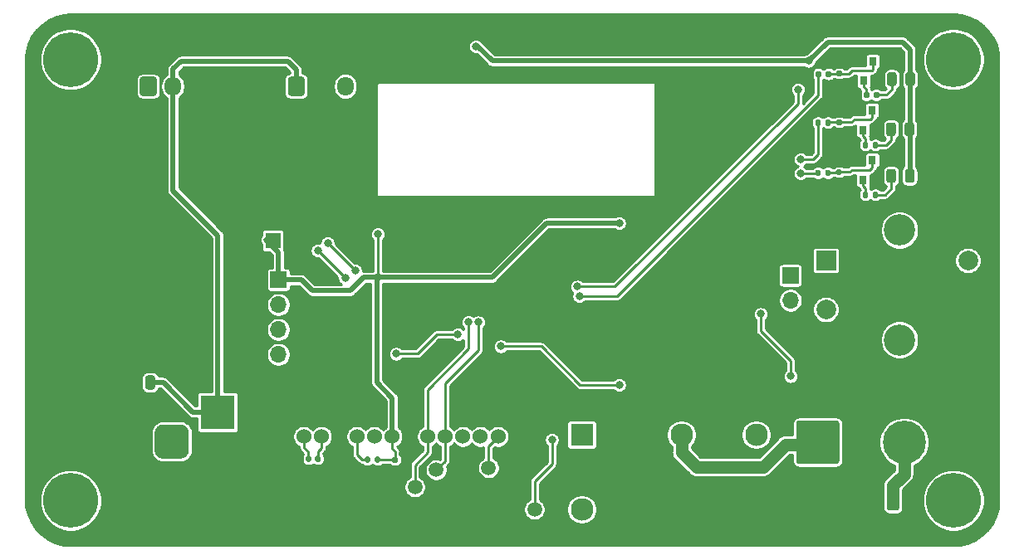
<source format=gbr>
%TF.GenerationSoftware,KiCad,Pcbnew,(5.1.10-1-10_14)*%
%TF.CreationDate,2022-08-23T11:44:09+02:00*%
%TF.ProjectId,RO Flow Counter,524f2046-6c6f-4772-9043-6f756e746572,rev?*%
%TF.SameCoordinates,Original*%
%TF.FileFunction,Copper,L1,Top*%
%TF.FilePolarity,Positive*%
%FSLAX46Y46*%
G04 Gerber Fmt 4.6, Leading zero omitted, Abs format (unit mm)*
G04 Created by KiCad (PCBNEW (5.1.10-1-10_14)) date 2022-08-23 11:44:09*
%MOMM*%
%LPD*%
G01*
G04 APERTURE LIST*
%TA.AperFunction,ComponentPad*%
%ADD10C,1.524000*%
%TD*%
%TA.AperFunction,ComponentPad*%
%ADD11C,4.400000*%
%TD*%
%TA.AperFunction,ComponentPad*%
%ADD12O,1.700000X1.700000*%
%TD*%
%TA.AperFunction,ComponentPad*%
%ADD13R,1.700000X1.700000*%
%TD*%
%TA.AperFunction,SMDPad,CuDef*%
%ADD14R,0.800000X0.900000*%
%TD*%
%TA.AperFunction,ComponentPad*%
%ADD15O,1.700000X1.950000*%
%TD*%
%TA.AperFunction,SMDPad,CuDef*%
%ADD16C,1.500000*%
%TD*%
%TA.AperFunction,ComponentPad*%
%ADD17R,3.500000X3.500000*%
%TD*%
%TA.AperFunction,ComponentPad*%
%ADD18C,2.300000*%
%TD*%
%TA.AperFunction,ComponentPad*%
%ADD19R,2.300000X2.300000*%
%TD*%
%TA.AperFunction,ComponentPad*%
%ADD20R,2.000000X2.000000*%
%TD*%
%TA.AperFunction,ComponentPad*%
%ADD21C,2.000000*%
%TD*%
%TA.AperFunction,ComponentPad*%
%ADD22C,3.200000*%
%TD*%
%TA.AperFunction,ComponentPad*%
%ADD23C,5.600000*%
%TD*%
%TA.AperFunction,ComponentPad*%
%ADD24C,1.600000*%
%TD*%
%TA.AperFunction,ComponentPad*%
%ADD25R,1.600000X1.600000*%
%TD*%
%TA.AperFunction,ViaPad*%
%ADD26C,0.800000*%
%TD*%
%TA.AperFunction,Conductor*%
%ADD27C,0.508000*%
%TD*%
%TA.AperFunction,Conductor*%
%ADD28C,0.254000*%
%TD*%
%TA.AperFunction,Conductor*%
%ADD29C,0.250000*%
%TD*%
%TA.AperFunction,Conductor*%
%ADD30C,1.270000*%
%TD*%
%TA.AperFunction,Conductor*%
%ADD31C,0.100000*%
%TD*%
G04 APERTURE END LIST*
D10*
%TO.P,J2,12*%
%TO.N,Net-(C3-Pad1)*%
X152765800Y-98475800D03*
%TO.P,J2,11*%
%TO.N,Net-(C3-Pad2)*%
X154565800Y-98475800D03*
%TO.P,J2,10*%
%TO.N,GND*%
X156365800Y-98475800D03*
%TO.P,J2,9*%
%TO.N,Net-(J2-Pad9)*%
X158165800Y-98475800D03*
%TO.P,J2,8*%
%TO.N,N/C*%
X159965800Y-98475800D03*
%TO.P,J2,7*%
%TO.N,+3V3*%
X161765800Y-98475800D03*
%TO.P,J2,6*%
%TO.N,GND*%
X163565800Y-98475800D03*
%TO.P,J2,5*%
%TO.N,/display/SDA*%
X165365800Y-98475800D03*
%TO.P,J2,4*%
%TO.N,/display/SCL*%
X167165800Y-98475800D03*
%TO.P,J2,3*%
%TO.N,N/C*%
X168965800Y-98475800D03*
%TO.P,J2,2*%
X170765800Y-98475800D03*
%TO.P,J2,1*%
%TO.N,/display/RESET_DISPLAY*%
X172565800Y-98475800D03*
%TD*%
D11*
%TO.P,J7,2*%
%TO.N,Net-(F1-Pad1)*%
X213955800Y-99060000D03*
%TO.P,J7,1*%
%TO.N,Net-(J7-Pad1)*%
%TA.AperFunction,ComponentPad*%
G36*
G01*
X202955800Y-101010001D02*
X202955800Y-97109999D01*
G75*
G02*
X203205799Y-96860000I249999J0D01*
G01*
X207105801Y-96860000D01*
G75*
G02*
X207355800Y-97109999I0J-249999D01*
G01*
X207355800Y-101010001D01*
G75*
G02*
X207105801Y-101260000I-249999J0D01*
G01*
X203205799Y-101260000D01*
G75*
G02*
X202955800Y-101010001I0J249999D01*
G01*
G37*
%TD.AperFunction*%
%TD*%
D12*
%TO.P,J1,2*%
%TO.N,Net-(J1-Pad2)*%
X202374500Y-84582000D03*
D13*
%TO.P,J1,1*%
%TO.N,Net-(J1-Pad1)*%
X202374500Y-82042000D03*
%TD*%
%TO.P,R27,2*%
%TO.N,Net-(Q5-Pad1)*%
%TA.AperFunction,SMDPad,CuDef*%
G36*
G01*
X207525200Y-61710600D02*
X207155200Y-61710600D01*
G75*
G02*
X207020200Y-61575600I0J135000D01*
G01*
X207020200Y-61305600D01*
G75*
G02*
X207155200Y-61170600I135000J0D01*
G01*
X207525200Y-61170600D01*
G75*
G02*
X207660200Y-61305600I0J-135000D01*
G01*
X207660200Y-61575600D01*
G75*
G02*
X207525200Y-61710600I-135000J0D01*
G01*
G37*
%TD.AperFunction*%
%TO.P,R27,1*%
%TO.N,GND*%
%TA.AperFunction,SMDPad,CuDef*%
G36*
G01*
X207525200Y-62730600D02*
X207155200Y-62730600D01*
G75*
G02*
X207020200Y-62595600I0J135000D01*
G01*
X207020200Y-62325600D01*
G75*
G02*
X207155200Y-62190600I135000J0D01*
G01*
X207525200Y-62190600D01*
G75*
G02*
X207660200Y-62325600I0J-135000D01*
G01*
X207660200Y-62595600D01*
G75*
G02*
X207525200Y-62730600I-135000J0D01*
G01*
G37*
%TD.AperFunction*%
%TD*%
%TO.P,R26,2*%
%TO.N,Net-(Q5-Pad1)*%
%TA.AperFunction,SMDPad,CuDef*%
G36*
G01*
X205978000Y-61678400D02*
X205978000Y-61308400D01*
G75*
G02*
X206113000Y-61173400I135000J0D01*
G01*
X206383000Y-61173400D01*
G75*
G02*
X206518000Y-61308400I0J-135000D01*
G01*
X206518000Y-61678400D01*
G75*
G02*
X206383000Y-61813400I-135000J0D01*
G01*
X206113000Y-61813400D01*
G75*
G02*
X205978000Y-61678400I0J135000D01*
G01*
G37*
%TD.AperFunction*%
%TO.P,R26,1*%
%TO.N,/mcu/LED_WIFI*%
%TA.AperFunction,SMDPad,CuDef*%
G36*
G01*
X204958000Y-61678400D02*
X204958000Y-61308400D01*
G75*
G02*
X205093000Y-61173400I135000J0D01*
G01*
X205363000Y-61173400D01*
G75*
G02*
X205498000Y-61308400I0J-135000D01*
G01*
X205498000Y-61678400D01*
G75*
G02*
X205363000Y-61813400I-135000J0D01*
G01*
X205093000Y-61813400D01*
G75*
G02*
X204958000Y-61678400I0J135000D01*
G01*
G37*
%TD.AperFunction*%
%TD*%
%TO.P,R25,2*%
%TO.N,Net-(Q5-Pad3)*%
%TA.AperFunction,SMDPad,CuDef*%
G36*
G01*
X210402200Y-63442000D02*
X210402200Y-63812000D01*
G75*
G02*
X210267200Y-63947000I-135000J0D01*
G01*
X209997200Y-63947000D01*
G75*
G02*
X209862200Y-63812000I0J135000D01*
G01*
X209862200Y-63442000D01*
G75*
G02*
X209997200Y-63307000I135000J0D01*
G01*
X210267200Y-63307000D01*
G75*
G02*
X210402200Y-63442000I0J-135000D01*
G01*
G37*
%TD.AperFunction*%
%TO.P,R25,1*%
%TO.N,Net-(D6-Pad1)*%
%TA.AperFunction,SMDPad,CuDef*%
G36*
G01*
X211422200Y-63442000D02*
X211422200Y-63812000D01*
G75*
G02*
X211287200Y-63947000I-135000J0D01*
G01*
X211017200Y-63947000D01*
G75*
G02*
X210882200Y-63812000I0J135000D01*
G01*
X210882200Y-63442000D01*
G75*
G02*
X211017200Y-63307000I135000J0D01*
G01*
X211287200Y-63307000D01*
G75*
G02*
X211422200Y-63442000I0J-135000D01*
G01*
G37*
%TD.AperFunction*%
%TD*%
D14*
%TO.P,Q5,3*%
%TO.N,Net-(Q5-Pad3)*%
X209829400Y-62163200D03*
%TO.P,Q5,2*%
%TO.N,GND*%
X208879400Y-60163200D03*
%TO.P,Q5,1*%
%TO.N,Net-(Q5-Pad1)*%
X210779400Y-60163200D03*
%TD*%
%TO.P,D6,2*%
%TO.N,+3V3*%
%TA.AperFunction,SMDPad,CuDef*%
G36*
G01*
X214094400Y-62456250D02*
X214094400Y-61543750D01*
G75*
G02*
X214338150Y-61300000I243750J0D01*
G01*
X214825650Y-61300000D01*
G75*
G02*
X215069400Y-61543750I0J-243750D01*
G01*
X215069400Y-62456250D01*
G75*
G02*
X214825650Y-62700000I-243750J0D01*
G01*
X214338150Y-62700000D01*
G75*
G02*
X214094400Y-62456250I0J243750D01*
G01*
G37*
%TD.AperFunction*%
%TO.P,D6,1*%
%TO.N,Net-(D6-Pad1)*%
%TA.AperFunction,SMDPad,CuDef*%
G36*
G01*
X212219400Y-62456250D02*
X212219400Y-61543750D01*
G75*
G02*
X212463150Y-61300000I243750J0D01*
G01*
X212950650Y-61300000D01*
G75*
G02*
X213194400Y-61543750I0J-243750D01*
G01*
X213194400Y-62456250D01*
G75*
G02*
X212950650Y-62700000I-243750J0D01*
G01*
X212463150Y-62700000D01*
G75*
G02*
X212219400Y-62456250I0J243750D01*
G01*
G37*
%TD.AperFunction*%
%TD*%
%TO.P,R24,2*%
%TO.N,Net-(Q2-Pad1)*%
%TA.AperFunction,SMDPad,CuDef*%
G36*
G01*
X207525200Y-66689000D02*
X207155200Y-66689000D01*
G75*
G02*
X207020200Y-66554000I0J135000D01*
G01*
X207020200Y-66284000D01*
G75*
G02*
X207155200Y-66149000I135000J0D01*
G01*
X207525200Y-66149000D01*
G75*
G02*
X207660200Y-66284000I0J-135000D01*
G01*
X207660200Y-66554000D01*
G75*
G02*
X207525200Y-66689000I-135000J0D01*
G01*
G37*
%TD.AperFunction*%
%TO.P,R24,1*%
%TO.N,GND*%
%TA.AperFunction,SMDPad,CuDef*%
G36*
G01*
X207525200Y-67709000D02*
X207155200Y-67709000D01*
G75*
G02*
X207020200Y-67574000I0J135000D01*
G01*
X207020200Y-67304000D01*
G75*
G02*
X207155200Y-67169000I135000J0D01*
G01*
X207525200Y-67169000D01*
G75*
G02*
X207660200Y-67304000I0J-135000D01*
G01*
X207660200Y-67574000D01*
G75*
G02*
X207525200Y-67709000I-135000J0D01*
G01*
G37*
%TD.AperFunction*%
%TD*%
%TO.P,R23,2*%
%TO.N,Net-(Q1-Pad1)*%
%TA.AperFunction,SMDPad,CuDef*%
G36*
G01*
X207499800Y-71769000D02*
X207129800Y-71769000D01*
G75*
G02*
X206994800Y-71634000I0J135000D01*
G01*
X206994800Y-71364000D01*
G75*
G02*
X207129800Y-71229000I135000J0D01*
G01*
X207499800Y-71229000D01*
G75*
G02*
X207634800Y-71364000I0J-135000D01*
G01*
X207634800Y-71634000D01*
G75*
G02*
X207499800Y-71769000I-135000J0D01*
G01*
G37*
%TD.AperFunction*%
%TO.P,R23,1*%
%TO.N,GND*%
%TA.AperFunction,SMDPad,CuDef*%
G36*
G01*
X207499800Y-72789000D02*
X207129800Y-72789000D01*
G75*
G02*
X206994800Y-72654000I0J135000D01*
G01*
X206994800Y-72384000D01*
G75*
G02*
X207129800Y-72249000I135000J0D01*
G01*
X207499800Y-72249000D01*
G75*
G02*
X207634800Y-72384000I0J-135000D01*
G01*
X207634800Y-72654000D01*
G75*
G02*
X207499800Y-72789000I-135000J0D01*
G01*
G37*
%TD.AperFunction*%
%TD*%
%TO.P,Q2,3*%
%TO.N,Net-(Q2-Pad3)*%
X209753200Y-67192400D03*
%TO.P,Q2,2*%
%TO.N,GND*%
X208803200Y-65192400D03*
%TO.P,Q2,1*%
%TO.N,Net-(Q2-Pad1)*%
X210703200Y-65192400D03*
%TD*%
%TO.P,Q1,3*%
%TO.N,Net-(Q1-Pad3)*%
X209778600Y-72272400D03*
%TO.P,Q1,2*%
%TO.N,GND*%
X208828600Y-70272400D03*
%TO.P,Q1,1*%
%TO.N,Net-(Q1-Pad1)*%
X210728600Y-70272400D03*
%TD*%
D12*
%TO.P,J8,5*%
%TO.N,GND*%
X150177500Y-92646500D03*
%TO.P,J8,4*%
%TO.N,/mcu/reset*%
X150177500Y-90106500D03*
%TO.P,J8,3*%
%TO.N,/mcu/RX*%
X150177500Y-87566500D03*
%TO.P,J8,2*%
%TO.N,/mcu/TX*%
X150177500Y-85026500D03*
D13*
%TO.P,J8,1*%
%TO.N,+3V3*%
X150177500Y-82486500D03*
%TD*%
D15*
%TO.P,J6,4*%
%TO.N,GND*%
X144406000Y-62738000D03*
%TO.P,J6,3*%
X141906000Y-62738000D03*
%TO.P,J6,2*%
%TO.N,+24V*%
X139406000Y-62738000D03*
%TO.P,J6,1*%
%TO.N,Net-(J6-Pad1)*%
%TA.AperFunction,ComponentPad*%
G36*
G01*
X136056000Y-63463000D02*
X136056000Y-62013000D01*
G75*
G02*
X136306000Y-61763000I250000J0D01*
G01*
X137506000Y-61763000D01*
G75*
G02*
X137756000Y-62013000I0J-250000D01*
G01*
X137756000Y-63463000D01*
G75*
G02*
X137506000Y-63713000I-250000J0D01*
G01*
X136306000Y-63713000D01*
G75*
G02*
X136056000Y-63463000I0J250000D01*
G01*
G37*
%TD.AperFunction*%
%TD*%
%TO.P,J5,3*%
%TO.N,Net-(J5-Pad3)*%
X157000000Y-62738000D03*
%TO.P,J5,2*%
%TO.N,GND*%
X154500000Y-62738000D03*
%TO.P,J5,1*%
%TO.N,+24V*%
%TA.AperFunction,ComponentPad*%
G36*
G01*
X151150000Y-63463000D02*
X151150000Y-62013000D01*
G75*
G02*
X151400000Y-61763000I250000J0D01*
G01*
X152600000Y-61763000D01*
G75*
G02*
X152850000Y-62013000I0J-250000D01*
G01*
X152850000Y-63463000D01*
G75*
G02*
X152600000Y-63713000I-250000J0D01*
G01*
X151400000Y-63713000D01*
G75*
G02*
X151150000Y-63463000I0J250000D01*
G01*
G37*
%TD.AperFunction*%
%TD*%
%TO.P,F1,2*%
%TO.N,GND*%
%TA.AperFunction,SMDPad,CuDef*%
G36*
G01*
X210654600Y-104531000D02*
X210654600Y-105781000D01*
G75*
G02*
X210404600Y-106031000I-250000J0D01*
G01*
X209654600Y-106031000D01*
G75*
G02*
X209404600Y-105781000I0J250000D01*
G01*
X209404600Y-104531000D01*
G75*
G02*
X209654600Y-104281000I250000J0D01*
G01*
X210404600Y-104281000D01*
G75*
G02*
X210654600Y-104531000I0J-250000D01*
G01*
G37*
%TD.AperFunction*%
%TO.P,F1,1*%
%TO.N,Net-(F1-Pad1)*%
%TA.AperFunction,SMDPad,CuDef*%
G36*
G01*
X213454600Y-104531000D02*
X213454600Y-105781000D01*
G75*
G02*
X213204600Y-106031000I-250000J0D01*
G01*
X212454600Y-106031000D01*
G75*
G02*
X212204600Y-105781000I0J250000D01*
G01*
X212204600Y-104531000D01*
G75*
G02*
X212454600Y-104281000I250000J0D01*
G01*
X213204600Y-104281000D01*
G75*
G02*
X213454600Y-104531000I0J-250000D01*
G01*
G37*
%TD.AperFunction*%
%TD*%
D16*
%TO.P,TP8,1*%
%TO.N,/display/RESET_DISPLAY*%
X171602400Y-101676200D03*
%TD*%
%TO.P,TP6,1*%
%TO.N,/display/SDA*%
X164084000Y-103632000D03*
%TD*%
%TO.P,TP4,1*%
%TO.N,Net-(Q3-Pad1)*%
X176276000Y-105918000D03*
%TD*%
%TO.P,TP11,1*%
%TO.N,/display/SCL*%
X166268400Y-101879400D03*
%TD*%
%TO.P,J3,3*%
%TO.N,N/C*%
%TA.AperFunction,ComponentPad*%
G36*
G01*
X140175000Y-100750000D02*
X138425000Y-100750000D01*
G75*
G02*
X137550000Y-99875000I0J875000D01*
G01*
X137550000Y-98125000D01*
G75*
G02*
X138425000Y-97250000I875000J0D01*
G01*
X140175000Y-97250000D01*
G75*
G02*
X141050000Y-98125000I0J-875000D01*
G01*
X141050000Y-99875000D01*
G75*
G02*
X140175000Y-100750000I-875000J0D01*
G01*
G37*
%TD.AperFunction*%
%TO.P,J3,2*%
%TO.N,GND*%
%TA.AperFunction,ComponentPad*%
G36*
G01*
X145000000Y-103500000D02*
X143000000Y-103500000D01*
G75*
G02*
X142250000Y-102750000I0J750000D01*
G01*
X142250000Y-101250000D01*
G75*
G02*
X143000000Y-100500000I750000J0D01*
G01*
X145000000Y-100500000D01*
G75*
G02*
X145750000Y-101250000I0J-750000D01*
G01*
X145750000Y-102750000D01*
G75*
G02*
X145000000Y-103500000I-750000J0D01*
G01*
G37*
%TD.AperFunction*%
D17*
%TO.P,J3,1*%
%TO.N,+24V*%
X144000000Y-96000000D03*
%TD*%
D18*
%TO.P,K1,5*%
%TO.N,+24V*%
X181102000Y-105918000D03*
%TO.P,K1,3*%
X198882000Y-98298000D03*
%TO.P,K1,2*%
%TO.N,Net-(J7-Pad1)*%
X191262000Y-98298000D03*
D19*
%TO.P,K1,1*%
%TO.N,Net-(K1-Pad1)*%
X181102000Y-98298000D03*
%TD*%
D20*
%TO.P,SW2,A*%
%TO.N,Net-(R9-Pad1)*%
X205994000Y-80518000D03*
D21*
%TO.P,SW2,C*%
%TO.N,GND*%
X205994000Y-83018000D03*
%TO.P,SW2,B*%
%TO.N,Net-(R10-Pad1)*%
X205994000Y-85518000D03*
D22*
%TO.P,SW2,MP*%
%TO.N,N/C*%
X213494000Y-77418000D03*
X213494000Y-88618000D03*
D21*
%TO.P,SW2,S2*%
%TO.N,Net-(R11-Pad2)*%
X220494000Y-80518000D03*
%TO.P,SW2,S1*%
%TO.N,GND*%
X220494000Y-85518000D03*
%TD*%
%TO.P,R6,2*%
%TO.N,+3V3*%
%TA.AperFunction,SMDPad,CuDef*%
G36*
G01*
X160006000Y-101023000D02*
X160006000Y-100653000D01*
G75*
G02*
X160141000Y-100518000I135000J0D01*
G01*
X160411000Y-100518000D01*
G75*
G02*
X160546000Y-100653000I0J-135000D01*
G01*
X160546000Y-101023000D01*
G75*
G02*
X160411000Y-101158000I-135000J0D01*
G01*
X160141000Y-101158000D01*
G75*
G02*
X160006000Y-101023000I0J135000D01*
G01*
G37*
%TD.AperFunction*%
%TO.P,R6,1*%
%TO.N,Net-(J2-Pad9)*%
%TA.AperFunction,SMDPad,CuDef*%
G36*
G01*
X158986000Y-101023000D02*
X158986000Y-100653000D01*
G75*
G02*
X159121000Y-100518000I135000J0D01*
G01*
X159391000Y-100518000D01*
G75*
G02*
X159526000Y-100653000I0J-135000D01*
G01*
X159526000Y-101023000D01*
G75*
G02*
X159391000Y-101158000I-135000J0D01*
G01*
X159121000Y-101158000D01*
G75*
G02*
X158986000Y-101023000I0J135000D01*
G01*
G37*
%TD.AperFunction*%
%TD*%
%TO.P,R4,2*%
%TO.N,Net-(Q1-Pad3)*%
%TA.AperFunction,SMDPad,CuDef*%
G36*
G01*
X210275200Y-73627400D02*
X210275200Y-73997400D01*
G75*
G02*
X210140200Y-74132400I-135000J0D01*
G01*
X209870200Y-74132400D01*
G75*
G02*
X209735200Y-73997400I0J135000D01*
G01*
X209735200Y-73627400D01*
G75*
G02*
X209870200Y-73492400I135000J0D01*
G01*
X210140200Y-73492400D01*
G75*
G02*
X210275200Y-73627400I0J-135000D01*
G01*
G37*
%TD.AperFunction*%
%TO.P,R4,1*%
%TO.N,Net-(D2-Pad1)*%
%TA.AperFunction,SMDPad,CuDef*%
G36*
G01*
X211295200Y-73627400D02*
X211295200Y-73997400D01*
G75*
G02*
X211160200Y-74132400I-135000J0D01*
G01*
X210890200Y-74132400D01*
G75*
G02*
X210755200Y-73997400I0J135000D01*
G01*
X210755200Y-73627400D01*
G75*
G02*
X210890200Y-73492400I135000J0D01*
G01*
X211160200Y-73492400D01*
G75*
G02*
X211295200Y-73627400I0J-135000D01*
G01*
G37*
%TD.AperFunction*%
%TD*%
%TO.P,R3,2*%
%TO.N,Net-(Q2-Pad3)*%
%TA.AperFunction,SMDPad,CuDef*%
G36*
G01*
X210275200Y-68547400D02*
X210275200Y-68917400D01*
G75*
G02*
X210140200Y-69052400I-135000J0D01*
G01*
X209870200Y-69052400D01*
G75*
G02*
X209735200Y-68917400I0J135000D01*
G01*
X209735200Y-68547400D01*
G75*
G02*
X209870200Y-68412400I135000J0D01*
G01*
X210140200Y-68412400D01*
G75*
G02*
X210275200Y-68547400I0J-135000D01*
G01*
G37*
%TD.AperFunction*%
%TO.P,R3,1*%
%TO.N,Net-(D1-Pad1)*%
%TA.AperFunction,SMDPad,CuDef*%
G36*
G01*
X211295200Y-68547400D02*
X211295200Y-68917400D01*
G75*
G02*
X211160200Y-69052400I-135000J0D01*
G01*
X210890200Y-69052400D01*
G75*
G02*
X210755200Y-68917400I0J135000D01*
G01*
X210755200Y-68547400D01*
G75*
G02*
X210890200Y-68412400I135000J0D01*
G01*
X211160200Y-68412400D01*
G75*
G02*
X211295200Y-68547400I0J-135000D01*
G01*
G37*
%TD.AperFunction*%
%TD*%
%TO.P,R2,2*%
%TO.N,Net-(Q2-Pad1)*%
%TA.AperFunction,SMDPad,CuDef*%
G36*
G01*
X205929200Y-66631400D02*
X205929200Y-66261400D01*
G75*
G02*
X206064200Y-66126400I135000J0D01*
G01*
X206334200Y-66126400D01*
G75*
G02*
X206469200Y-66261400I0J-135000D01*
G01*
X206469200Y-66631400D01*
G75*
G02*
X206334200Y-66766400I-135000J0D01*
G01*
X206064200Y-66766400D01*
G75*
G02*
X205929200Y-66631400I0J135000D01*
G01*
G37*
%TD.AperFunction*%
%TO.P,R2,1*%
%TO.N,/mcu/ERROR_OUT*%
%TA.AperFunction,SMDPad,CuDef*%
G36*
G01*
X204909200Y-66631400D02*
X204909200Y-66261400D01*
G75*
G02*
X205044200Y-66126400I135000J0D01*
G01*
X205314200Y-66126400D01*
G75*
G02*
X205449200Y-66261400I0J-135000D01*
G01*
X205449200Y-66631400D01*
G75*
G02*
X205314200Y-66766400I-135000J0D01*
G01*
X205044200Y-66766400D01*
G75*
G02*
X204909200Y-66631400I0J135000D01*
G01*
G37*
%TD.AperFunction*%
%TD*%
%TO.P,R1,2*%
%TO.N,Net-(Q1-Pad1)*%
%TA.AperFunction,SMDPad,CuDef*%
G36*
G01*
X205929200Y-71762200D02*
X205929200Y-71392200D01*
G75*
G02*
X206064200Y-71257200I135000J0D01*
G01*
X206334200Y-71257200D01*
G75*
G02*
X206469200Y-71392200I0J-135000D01*
G01*
X206469200Y-71762200D01*
G75*
G02*
X206334200Y-71897200I-135000J0D01*
G01*
X206064200Y-71897200D01*
G75*
G02*
X205929200Y-71762200I0J135000D01*
G01*
G37*
%TD.AperFunction*%
%TO.P,R1,1*%
%TO.N,/mcu/NORMAL_OPERATION_OUT*%
%TA.AperFunction,SMDPad,CuDef*%
G36*
G01*
X204909200Y-71762200D02*
X204909200Y-71392200D01*
G75*
G02*
X205044200Y-71257200I135000J0D01*
G01*
X205314200Y-71257200D01*
G75*
G02*
X205449200Y-71392200I0J-135000D01*
G01*
X205449200Y-71762200D01*
G75*
G02*
X205314200Y-71897200I-135000J0D01*
G01*
X205044200Y-71897200D01*
G75*
G02*
X204909200Y-71762200I0J135000D01*
G01*
G37*
%TD.AperFunction*%
%TD*%
D23*
%TO.P,H4,1*%
%TO.N,N/C*%
X129000000Y-60000000D03*
%TD*%
%TO.P,H3,1*%
%TO.N,N/C*%
X129000000Y-105000000D03*
%TD*%
%TO.P,H2,1*%
%TO.N,N/C*%
X219000000Y-60000000D03*
%TD*%
%TO.P,H1,1*%
%TO.N,N/C*%
X219000000Y-105000000D03*
%TD*%
%TO.P,D2,2*%
%TO.N,+3V3*%
%TA.AperFunction,SMDPad,CuDef*%
G36*
G01*
X214040900Y-72338250D02*
X214040900Y-71425750D01*
G75*
G02*
X214284650Y-71182000I243750J0D01*
G01*
X214772150Y-71182000D01*
G75*
G02*
X215015900Y-71425750I0J-243750D01*
G01*
X215015900Y-72338250D01*
G75*
G02*
X214772150Y-72582000I-243750J0D01*
G01*
X214284650Y-72582000D01*
G75*
G02*
X214040900Y-72338250I0J243750D01*
G01*
G37*
%TD.AperFunction*%
%TO.P,D2,1*%
%TO.N,Net-(D2-Pad1)*%
%TA.AperFunction,SMDPad,CuDef*%
G36*
G01*
X212165900Y-72338250D02*
X212165900Y-71425750D01*
G75*
G02*
X212409650Y-71182000I243750J0D01*
G01*
X212897150Y-71182000D01*
G75*
G02*
X213140900Y-71425750I0J-243750D01*
G01*
X213140900Y-72338250D01*
G75*
G02*
X212897150Y-72582000I-243750J0D01*
G01*
X212409650Y-72582000D01*
G75*
G02*
X212165900Y-72338250I0J243750D01*
G01*
G37*
%TD.AperFunction*%
%TD*%
%TO.P,D1,2*%
%TO.N,+3V3*%
%TA.AperFunction,SMDPad,CuDef*%
G36*
G01*
X214009900Y-67586250D02*
X214009900Y-66673750D01*
G75*
G02*
X214253650Y-66430000I243750J0D01*
G01*
X214741150Y-66430000D01*
G75*
G02*
X214984900Y-66673750I0J-243750D01*
G01*
X214984900Y-67586250D01*
G75*
G02*
X214741150Y-67830000I-243750J0D01*
G01*
X214253650Y-67830000D01*
G75*
G02*
X214009900Y-67586250I0J243750D01*
G01*
G37*
%TD.AperFunction*%
%TO.P,D1,1*%
%TO.N,Net-(D1-Pad1)*%
%TA.AperFunction,SMDPad,CuDef*%
G36*
G01*
X212134900Y-67586250D02*
X212134900Y-66673750D01*
G75*
G02*
X212378650Y-66430000I243750J0D01*
G01*
X212866150Y-66430000D01*
G75*
G02*
X213109900Y-66673750I0J-243750D01*
G01*
X213109900Y-67586250D01*
G75*
G02*
X212866150Y-67830000I-243750J0D01*
G01*
X212378650Y-67830000D01*
G75*
G02*
X212134900Y-67586250I0J243750D01*
G01*
G37*
%TD.AperFunction*%
%TD*%
D24*
%TO.P,C6,2*%
%TO.N,GND*%
X149606000Y-75986000D03*
D25*
%TO.P,C6,1*%
%TO.N,+3V3*%
X149606000Y-78486000D03*
%TD*%
%TO.P,C4,2*%
%TO.N,GND*%
%TA.AperFunction,SMDPad,CuDef*%
G36*
G01*
X135694000Y-92489000D02*
X135694000Y-93439000D01*
G75*
G02*
X135444000Y-93689000I-250000J0D01*
G01*
X134944000Y-93689000D01*
G75*
G02*
X134694000Y-93439000I0J250000D01*
G01*
X134694000Y-92489000D01*
G75*
G02*
X134944000Y-92239000I250000J0D01*
G01*
X135444000Y-92239000D01*
G75*
G02*
X135694000Y-92489000I0J-250000D01*
G01*
G37*
%TD.AperFunction*%
%TO.P,C4,1*%
%TO.N,+24V*%
%TA.AperFunction,SMDPad,CuDef*%
G36*
G01*
X137594000Y-92489000D02*
X137594000Y-93439000D01*
G75*
G02*
X137344000Y-93689000I-250000J0D01*
G01*
X136844000Y-93689000D01*
G75*
G02*
X136594000Y-93439000I0J250000D01*
G01*
X136594000Y-92489000D01*
G75*
G02*
X136844000Y-92239000I250000J0D01*
G01*
X137344000Y-92239000D01*
G75*
G02*
X137594000Y-92489000I0J-250000D01*
G01*
G37*
%TD.AperFunction*%
%TD*%
%TO.P,C3,2*%
%TO.N,Net-(C3-Pad2)*%
%TA.AperFunction,SMDPad,CuDef*%
G36*
G01*
X153920800Y-100931800D02*
X153920800Y-100591800D01*
G75*
G02*
X154060800Y-100451800I140000J0D01*
G01*
X154340800Y-100451800D01*
G75*
G02*
X154480800Y-100591800I0J-140000D01*
G01*
X154480800Y-100931800D01*
G75*
G02*
X154340800Y-101071800I-140000J0D01*
G01*
X154060800Y-101071800D01*
G75*
G02*
X153920800Y-100931800I0J140000D01*
G01*
G37*
%TD.AperFunction*%
%TO.P,C3,1*%
%TO.N,Net-(C3-Pad1)*%
%TA.AperFunction,SMDPad,CuDef*%
G36*
G01*
X152960800Y-100931800D02*
X152960800Y-100591800D01*
G75*
G02*
X153100800Y-100451800I140000J0D01*
G01*
X153380800Y-100451800D01*
G75*
G02*
X153520800Y-100591800I0J-140000D01*
G01*
X153520800Y-100931800D01*
G75*
G02*
X153380800Y-101071800I-140000J0D01*
G01*
X153100800Y-101071800D01*
G75*
G02*
X152960800Y-100931800I0J140000D01*
G01*
G37*
%TD.AperFunction*%
%TD*%
%TO.P,C2,1*%
%TO.N,+3V3*%
%TA.AperFunction,SMDPad,CuDef*%
G36*
G01*
X161882000Y-100586000D02*
X162222000Y-100586000D01*
G75*
G02*
X162362000Y-100726000I0J-140000D01*
G01*
X162362000Y-101006000D01*
G75*
G02*
X162222000Y-101146000I-140000J0D01*
G01*
X161882000Y-101146000D01*
G75*
G02*
X161742000Y-101006000I0J140000D01*
G01*
X161742000Y-100726000D01*
G75*
G02*
X161882000Y-100586000I140000J0D01*
G01*
G37*
%TD.AperFunction*%
%TO.P,C2,2*%
%TO.N,GND*%
%TA.AperFunction,SMDPad,CuDef*%
G36*
G01*
X161882000Y-101546000D02*
X162222000Y-101546000D01*
G75*
G02*
X162362000Y-101686000I0J-140000D01*
G01*
X162362000Y-101966000D01*
G75*
G02*
X162222000Y-102106000I-140000J0D01*
G01*
X161882000Y-102106000D01*
G75*
G02*
X161742000Y-101966000I0J140000D01*
G01*
X161742000Y-101686000D01*
G75*
G02*
X161882000Y-101546000I140000J0D01*
G01*
G37*
%TD.AperFunction*%
%TD*%
D26*
%TO.N,+24V*%
X199326500Y-85979000D03*
X202374500Y-92329000D03*
%TO.N,GND*%
X197231000Y-63754000D03*
X179514500Y-79375000D03*
X206349600Y-64668400D03*
%TO.N,/display/SCL*%
X170535393Y-86819365D03*
%TO.N,/mcu/NORMAL_OPERATION_OUT*%
X203403200Y-71628000D03*
%TO.N,/mcu/ERROR_OUT*%
X203428600Y-70180200D03*
%TO.N,+3V3*%
X184912000Y-76708000D03*
X160324800Y-82245200D03*
X160324800Y-77825600D03*
X170307000Y-58674000D03*
X204216000Y-60147200D03*
%TO.N,Net-(Q3-Pad1)*%
X178054000Y-98806000D03*
%TO.N,/display/BACKLIGHT_LCD*%
X184912000Y-93218000D03*
X172847000Y-89281002D03*
%TO.N,Net-(R14-Pad2)*%
X180657499Y-83185000D03*
X203136498Y-63055500D03*
%TO.N,/display/SDA*%
X169544996Y-86804500D03*
%TO.N,Net-(D4-Pad1)*%
X155194000Y-78740000D03*
X157988000Y-81534000D03*
%TO.N,Net-(D5-Pad1)*%
X156972000Y-82296000D03*
X156972000Y-82296000D03*
X154178000Y-79502000D03*
%TO.N,/mcu/reset*%
X168465500Y-88074500D03*
X162179000Y-90043000D03*
%TO.N,/mcu/LED_WIFI*%
X180848000Y-84137500D03*
%TD*%
D27*
%TO.N,+24V*%
X137094000Y-92964000D02*
X138430000Y-92964000D01*
X141466000Y-96000000D02*
X144000000Y-96000000D01*
X138430000Y-92964000D02*
X141466000Y-96000000D01*
X139406000Y-64746000D02*
X139406000Y-62738000D01*
X139406000Y-73366000D02*
X139406000Y-64746000D01*
X144000000Y-77960000D02*
X139406000Y-73366000D01*
X144000000Y-96000000D02*
X144000000Y-77960000D01*
X139406000Y-61000000D02*
X140208000Y-60198000D01*
X140208000Y-60198000D02*
X151130000Y-60198000D01*
X151130000Y-60198000D02*
X152000000Y-61068000D01*
X139406000Y-62738000D02*
X139406000Y-61000000D01*
X152000000Y-61068000D02*
X152000000Y-62738000D01*
D28*
X202374500Y-90741500D02*
X202374500Y-92329000D01*
X199326500Y-87693500D02*
X202374500Y-90741500D01*
X199326500Y-85979000D02*
X199326500Y-87693500D01*
D29*
%TO.N,Net-(C3-Pad2)*%
X154587800Y-98497800D02*
X154565800Y-98475800D01*
X154587800Y-99615400D02*
X154587800Y-98497800D01*
X154200800Y-100002400D02*
X154587800Y-99615400D01*
X154200800Y-100761800D02*
X154200800Y-100002400D01*
%TO.N,Net-(C3-Pad1)*%
X153240800Y-100053200D02*
X153240800Y-100761800D01*
X152765800Y-99578200D02*
X153240800Y-100053200D01*
X152765800Y-98475800D02*
X152765800Y-99578200D01*
D28*
%TO.N,Net-(D1-Pad1)*%
X211025200Y-68732400D02*
X212115400Y-68732400D01*
X212622400Y-68225400D02*
X212622400Y-67130000D01*
X212115400Y-68732400D02*
X212622400Y-68225400D01*
%TO.N,Net-(D2-Pad1)*%
X211025200Y-73812400D02*
X212013800Y-73812400D01*
X212653400Y-73172800D02*
X212653400Y-71882000D01*
X212013800Y-73812400D02*
X212653400Y-73172800D01*
%TO.N,/display/SCL*%
X170535393Y-89687607D02*
X167187800Y-93035200D01*
X170535393Y-86819365D02*
X170535393Y-89687607D01*
D29*
X167165800Y-98475800D02*
X167165800Y-97798400D01*
X167165800Y-93057200D02*
X167187800Y-93035200D01*
X167165800Y-98475800D02*
X167165800Y-93057200D01*
X167165800Y-100982000D02*
X167165800Y-98475800D01*
X166268400Y-101879400D02*
X167165800Y-100982000D01*
D28*
%TO.N,Net-(Q1-Pad1)*%
X207236600Y-71577200D02*
X207314800Y-71499000D01*
X206199200Y-71577200D02*
X207236600Y-71577200D01*
X207314800Y-71499000D02*
X208409000Y-71499000D01*
X208409000Y-71499000D02*
X208635600Y-71272400D01*
X208635600Y-71272400D02*
X210464400Y-71272400D01*
X210728600Y-71008200D02*
X210728600Y-70272400D01*
X210464400Y-71272400D02*
X210728600Y-71008200D01*
%TO.N,Net-(Q2-Pad1)*%
X210703200Y-65192400D02*
X210703200Y-65928200D01*
X210703200Y-65928200D02*
X210515200Y-66116200D01*
X210515200Y-66116200D02*
X208889600Y-66116200D01*
X208586800Y-66419000D02*
X207340200Y-66419000D01*
X208889600Y-66116200D02*
X208586800Y-66419000D01*
X206226600Y-66419000D02*
X206199200Y-66446400D01*
X207340200Y-66419000D02*
X206226600Y-66419000D01*
%TO.N,/mcu/NORMAL_OPERATION_OUT*%
X205128400Y-71628000D02*
X205179200Y-71577200D01*
X203403200Y-71628000D02*
X205128400Y-71628000D01*
%TO.N,/mcu/ERROR_OUT*%
X205206600Y-69672200D02*
X205206600Y-66473800D01*
X205206600Y-66473800D02*
X205179200Y-66446400D01*
X204698600Y-70180200D02*
X205206600Y-69672200D01*
X203428600Y-70180200D02*
X204698600Y-70180200D01*
%TO.N,+3V3*%
X160306000Y-100866000D02*
X160274000Y-100834000D01*
X162052000Y-100866000D02*
X160306000Y-100866000D01*
X160324800Y-82245200D02*
X160324800Y-77825600D01*
X160324800Y-77825600D02*
X160324800Y-77825600D01*
D27*
X150177500Y-79692500D02*
X148907500Y-78422500D01*
X150177500Y-82486500D02*
X150177500Y-79692500D01*
X214581900Y-71828500D02*
X214528400Y-71882000D01*
X213817200Y-58216800D02*
X214581900Y-58981500D01*
X206171800Y-58216800D02*
X213817200Y-58216800D01*
X204254100Y-60134500D02*
X206171800Y-58216800D01*
X171958000Y-60134500D02*
X204254100Y-60134500D01*
X214581900Y-58981500D02*
X214581900Y-71828500D01*
X170497500Y-58674000D02*
X171958000Y-60134500D01*
X171983400Y-82245200D02*
X160324800Y-82245200D01*
X177520600Y-76708000D02*
X171983400Y-82245200D01*
X184912000Y-76708000D02*
X177520600Y-76708000D01*
X158851600Y-82245200D02*
X160324800Y-82245200D01*
X157505400Y-83591400D02*
X158851600Y-82245200D01*
X153619200Y-83591400D02*
X157505400Y-83591400D01*
X152514300Y-82486500D02*
X153619200Y-83591400D01*
X150177500Y-82486500D02*
X152514300Y-82486500D01*
D29*
X162052000Y-100012500D02*
X162052000Y-100866000D01*
X161765800Y-99726300D02*
X162052000Y-100012500D01*
X161765800Y-98475800D02*
X161765800Y-99726300D01*
D27*
X160212000Y-92965500D02*
X160212000Y-82358000D01*
X161787800Y-94541300D02*
X160212000Y-92965500D01*
X161787800Y-98453800D02*
X161787800Y-94541300D01*
X160212000Y-82358000D02*
X160324800Y-82245200D01*
X161765800Y-98475800D02*
X161787800Y-98453800D01*
D30*
%TO.N,Net-(J7-Pad1)*%
X201853800Y-99314000D02*
X205994000Y-99314000D01*
X199567800Y-101600000D02*
X201853800Y-99314000D01*
X192786000Y-101600000D02*
X199567800Y-101600000D01*
X191262000Y-100076000D02*
X192786000Y-101600000D01*
X191262000Y-98298000D02*
X191262000Y-100076000D01*
D28*
%TO.N,Net-(Q3-Pad1)*%
X178054000Y-98806000D02*
X178054000Y-98806000D01*
X176276000Y-103047800D02*
X178054000Y-101269800D01*
X178054000Y-101269800D02*
X178054000Y-98806000D01*
X176276000Y-105918000D02*
X176276000Y-103047800D01*
D30*
%TO.N,Net-(F1-Pad1)*%
X212829600Y-105156000D02*
X212829600Y-103451200D01*
X213955800Y-102325000D02*
X213955800Y-99060000D01*
X212829600Y-103451200D02*
X213955800Y-102325000D01*
D28*
%TO.N,/display/BACKLIGHT_LCD*%
X176974502Y-89281002D02*
X172847000Y-89281002D01*
X180911500Y-93218000D02*
X176974502Y-89281002D01*
X184912000Y-93218000D02*
X180911500Y-93218000D01*
%TO.N,Net-(R14-Pad2)*%
X203136498Y-64528702D02*
X203136498Y-63055500D01*
X184480200Y-83185000D02*
X203136498Y-64528702D01*
X180657499Y-83185000D02*
X184480200Y-83185000D01*
D29*
%TO.N,Net-(J2-Pad9)*%
X158165800Y-100304600D02*
X158699200Y-100838000D01*
X158699200Y-100838000D02*
X159256000Y-100838000D01*
X158165800Y-98475800D02*
X158165800Y-100304600D01*
D28*
%TO.N,/display/SDA*%
X165387800Y-93692200D02*
X169544996Y-89535004D01*
X169544996Y-89535004D02*
X169544996Y-86804500D01*
X165387800Y-97586800D02*
X165387800Y-93692200D01*
D29*
X165387800Y-100093000D02*
X165387800Y-97586800D01*
X164084000Y-101396800D02*
X165387800Y-100093000D01*
X164084000Y-103632000D02*
X164084000Y-101396800D01*
%TO.N,/display/RESET_DISPLAY*%
X171602400Y-99466400D02*
X172587800Y-98481000D01*
X171602400Y-101676200D02*
X171602400Y-99466400D01*
D28*
%TO.N,Net-(D4-Pad1)*%
X155194000Y-78740000D02*
X157988000Y-81534000D01*
X157988000Y-81534000D02*
X157988000Y-81534000D01*
%TO.N,Net-(D5-Pad1)*%
X156972000Y-82296000D02*
X154178000Y-79502000D01*
X154178000Y-79502000D02*
X154178000Y-79502000D01*
%TO.N,/mcu/reset*%
X162179000Y-90043000D02*
X162179000Y-90043000D01*
X166306500Y-88074500D02*
X164338000Y-90043000D01*
X164338000Y-90043000D02*
X162179000Y-90043000D01*
X168465500Y-88074500D02*
X166306500Y-88074500D01*
%TO.N,Net-(Q1-Pad3)*%
X209778600Y-72272400D02*
X209778600Y-72898000D01*
X210005200Y-73124600D02*
X210005200Y-73812400D01*
X209778600Y-72898000D02*
X210005200Y-73124600D01*
%TO.N,Net-(Q2-Pad3)*%
X209753200Y-67192400D02*
X209753200Y-67792600D01*
X210005200Y-68044600D02*
X210005200Y-68732400D01*
X209753200Y-67792600D02*
X210005200Y-68044600D01*
%TO.N,Net-(D6-Pad1)*%
X211152200Y-63627000D02*
X212140800Y-63627000D01*
X212706900Y-63060900D02*
X212706900Y-62000000D01*
X212140800Y-63627000D02*
X212706900Y-63060900D01*
%TO.N,Net-(Q5-Pad3)*%
X209829400Y-62163200D02*
X209829400Y-62763400D01*
X210132200Y-63066200D02*
X210132200Y-63627000D01*
X209829400Y-62763400D02*
X210132200Y-63066200D01*
%TO.N,Net-(Q5-Pad1)*%
X207287400Y-61493400D02*
X207340200Y-61440600D01*
X206248000Y-61493400D02*
X207287400Y-61493400D01*
X207340200Y-61440600D02*
X208332800Y-61440600D01*
X208332800Y-61440600D02*
X208635600Y-61137800D01*
X208635600Y-61137800D02*
X210693000Y-61137800D01*
X210779400Y-61051400D02*
X210779400Y-60163200D01*
X210693000Y-61137800D02*
X210779400Y-61051400D01*
%TO.N,/mcu/LED_WIFI*%
X180848000Y-84137500D02*
X180911500Y-84137500D01*
X184721500Y-84137500D02*
X180848000Y-84137500D01*
X205228000Y-63631000D02*
X184721500Y-84137500D01*
X205228000Y-61493400D02*
X205228000Y-63631000D01*
%TD*%
%TO.N,GND*%
X219813246Y-55480194D02*
X220600773Y-55695638D01*
X221337716Y-56047141D01*
X222000760Y-56523587D01*
X222568956Y-57109919D01*
X223024338Y-57787600D01*
X223352519Y-58535216D01*
X223543870Y-59332251D01*
X223594000Y-60014892D01*
X223594001Y-104981904D01*
X223519806Y-105813246D01*
X223304362Y-106600774D01*
X222952859Y-107337716D01*
X222476413Y-108000760D01*
X221890081Y-108568956D01*
X221212400Y-109024338D01*
X220464784Y-109352519D01*
X219667749Y-109543870D01*
X218985108Y-109594000D01*
X129018085Y-109594000D01*
X128186754Y-109519806D01*
X127399226Y-109304362D01*
X126662284Y-108952859D01*
X125999240Y-108476413D01*
X125431044Y-107890081D01*
X124975662Y-107212400D01*
X124647481Y-106464784D01*
X124456130Y-105667749D01*
X124406000Y-104985108D01*
X124406000Y-104686699D01*
X125819000Y-104686699D01*
X125819000Y-105313301D01*
X125941245Y-105927863D01*
X126181035Y-106506768D01*
X126529156Y-107027769D01*
X126972231Y-107470844D01*
X127493232Y-107818965D01*
X128072137Y-108058755D01*
X128686699Y-108181000D01*
X129313301Y-108181000D01*
X129927863Y-108058755D01*
X130506768Y-107818965D01*
X131027769Y-107470844D01*
X131470844Y-107027769D01*
X131818965Y-106506768D01*
X132058755Y-105927863D01*
X132082874Y-105806606D01*
X175145000Y-105806606D01*
X175145000Y-106029394D01*
X175188464Y-106247900D01*
X175273721Y-106453729D01*
X175397495Y-106638970D01*
X175555030Y-106796505D01*
X175740271Y-106920279D01*
X175946100Y-107005536D01*
X176164606Y-107049000D01*
X176387394Y-107049000D01*
X176605900Y-107005536D01*
X176811729Y-106920279D01*
X176996970Y-106796505D01*
X177154505Y-106638970D01*
X177278279Y-106453729D01*
X177363536Y-106247900D01*
X177407000Y-106029394D01*
X177407000Y-105806606D01*
X177399164Y-105767210D01*
X179571000Y-105767210D01*
X179571000Y-106068790D01*
X179629835Y-106364576D01*
X179745245Y-106643201D01*
X179912795Y-106893956D01*
X180126044Y-107107205D01*
X180376799Y-107274755D01*
X180655424Y-107390165D01*
X180951210Y-107449000D01*
X181252790Y-107449000D01*
X181548576Y-107390165D01*
X181827201Y-107274755D01*
X182077956Y-107107205D01*
X182291205Y-106893956D01*
X182458755Y-106643201D01*
X182574165Y-106364576D01*
X182633000Y-106068790D01*
X182633000Y-105767210D01*
X182574165Y-105471424D01*
X182458755Y-105192799D01*
X182291205Y-104942044D01*
X182077956Y-104728795D01*
X181827201Y-104561245D01*
X181548576Y-104445835D01*
X181252790Y-104387000D01*
X180951210Y-104387000D01*
X180655424Y-104445835D01*
X180376799Y-104561245D01*
X180126044Y-104728795D01*
X179912795Y-104942044D01*
X179745245Y-105192799D01*
X179629835Y-105471424D01*
X179571000Y-105767210D01*
X177399164Y-105767210D01*
X177363536Y-105588100D01*
X177278279Y-105382271D01*
X177154505Y-105197030D01*
X176996970Y-105039495D01*
X176811729Y-104915721D01*
X176784000Y-104904235D01*
X176784000Y-103258220D01*
X178395565Y-101646655D01*
X178414948Y-101630748D01*
X178478429Y-101553395D01*
X178525601Y-101465143D01*
X178554649Y-101369385D01*
X178562000Y-101294747D01*
X178562000Y-101294744D01*
X178564457Y-101269800D01*
X178562000Y-101244856D01*
X178562000Y-99402501D01*
X178660642Y-99303859D01*
X178746113Y-99175942D01*
X178804987Y-99033809D01*
X178835000Y-98882922D01*
X178835000Y-98729078D01*
X178804987Y-98578191D01*
X178746113Y-98436058D01*
X178660642Y-98308141D01*
X178551859Y-98199358D01*
X178423942Y-98113887D01*
X178281809Y-98055013D01*
X178130922Y-98025000D01*
X177977078Y-98025000D01*
X177826191Y-98055013D01*
X177684058Y-98113887D01*
X177556141Y-98199358D01*
X177447358Y-98308141D01*
X177361887Y-98436058D01*
X177303013Y-98578191D01*
X177273000Y-98729078D01*
X177273000Y-98882922D01*
X177303013Y-99033809D01*
X177361887Y-99175942D01*
X177447358Y-99303859D01*
X177546001Y-99402502D01*
X177546000Y-101059380D01*
X175934430Y-102670950D01*
X175915053Y-102686852D01*
X175899151Y-102706229D01*
X175899150Y-102706230D01*
X175851571Y-102764205D01*
X175804400Y-102852457D01*
X175794829Y-102884010D01*
X175775352Y-102948216D01*
X175765543Y-103047800D01*
X175768001Y-103072754D01*
X175768000Y-104904235D01*
X175740271Y-104915721D01*
X175555030Y-105039495D01*
X175397495Y-105197030D01*
X175273721Y-105382271D01*
X175188464Y-105588100D01*
X175145000Y-105806606D01*
X132082874Y-105806606D01*
X132181000Y-105313301D01*
X132181000Y-104686699D01*
X132058755Y-104072137D01*
X131818965Y-103493232D01*
X131470844Y-102972231D01*
X131027769Y-102529156D01*
X130506768Y-102181035D01*
X129927863Y-101941245D01*
X129313301Y-101819000D01*
X128686699Y-101819000D01*
X128072137Y-101941245D01*
X127493232Y-102181035D01*
X126972231Y-102529156D01*
X126529156Y-102972231D01*
X126181035Y-103493232D01*
X125941245Y-104072137D01*
X125819000Y-104686699D01*
X124406000Y-104686699D01*
X124406000Y-98125000D01*
X137167157Y-98125000D01*
X137167157Y-99875000D01*
X137191326Y-100120393D01*
X137262905Y-100356356D01*
X137379142Y-100573820D01*
X137535571Y-100764429D01*
X137726180Y-100920858D01*
X137943644Y-101037095D01*
X138179607Y-101108674D01*
X138425000Y-101132843D01*
X140175000Y-101132843D01*
X140420393Y-101108674D01*
X140656356Y-101037095D01*
X140873820Y-100920858D01*
X141064429Y-100764429D01*
X141220858Y-100573820D01*
X141337095Y-100356356D01*
X141408674Y-100120393D01*
X141432843Y-99875000D01*
X141432843Y-98363224D01*
X151622800Y-98363224D01*
X151622800Y-98588376D01*
X151666725Y-98809201D01*
X151752887Y-99017213D01*
X151877974Y-99204420D01*
X152037180Y-99363626D01*
X152224387Y-99488713D01*
X152259801Y-99503382D01*
X152259801Y-99553344D01*
X152257353Y-99578200D01*
X152267122Y-99677392D01*
X152296055Y-99772774D01*
X152314791Y-99807825D01*
X152343042Y-99860679D01*
X152406274Y-99937727D01*
X152425580Y-99953571D01*
X152714420Y-100242412D01*
X152666072Y-100301324D01*
X152617756Y-100391717D01*
X152588003Y-100489798D01*
X152577957Y-100591800D01*
X152577957Y-100931800D01*
X152588003Y-101033802D01*
X152617756Y-101131883D01*
X152666072Y-101222276D01*
X152731094Y-101301506D01*
X152810324Y-101366528D01*
X152900717Y-101414844D01*
X152998798Y-101444597D01*
X153100800Y-101454643D01*
X153380800Y-101454643D01*
X153482802Y-101444597D01*
X153580883Y-101414844D01*
X153671276Y-101366528D01*
X153720800Y-101325885D01*
X153770324Y-101366528D01*
X153860717Y-101414844D01*
X153958798Y-101444597D01*
X154060800Y-101454643D01*
X154340800Y-101454643D01*
X154442802Y-101444597D01*
X154540883Y-101414844D01*
X154631276Y-101366528D01*
X154710506Y-101301506D01*
X154775528Y-101222276D01*
X154823844Y-101131883D01*
X154853597Y-101033802D01*
X154863643Y-100931800D01*
X154863643Y-100591800D01*
X154853597Y-100489798D01*
X154823844Y-100391717D01*
X154775528Y-100301324D01*
X154710506Y-100222094D01*
X154706800Y-100219053D01*
X154706800Y-100211991D01*
X154928020Y-99990772D01*
X154947327Y-99974927D01*
X155010559Y-99897879D01*
X155057545Y-99809975D01*
X155086478Y-99714593D01*
X155093800Y-99640254D01*
X155093800Y-99640253D01*
X155096248Y-99615400D01*
X155093800Y-99590546D01*
X155093800Y-99494269D01*
X155107213Y-99488713D01*
X155294420Y-99363626D01*
X155453626Y-99204420D01*
X155578713Y-99017213D01*
X155664875Y-98809201D01*
X155708800Y-98588376D01*
X155708800Y-98363224D01*
X155664875Y-98142399D01*
X155578713Y-97934387D01*
X155453626Y-97747180D01*
X155294420Y-97587974D01*
X155107213Y-97462887D01*
X154899201Y-97376725D01*
X154678376Y-97332800D01*
X154453224Y-97332800D01*
X154232399Y-97376725D01*
X154024387Y-97462887D01*
X153837180Y-97587974D01*
X153677974Y-97747180D01*
X153665800Y-97765400D01*
X153653626Y-97747180D01*
X153494420Y-97587974D01*
X153307213Y-97462887D01*
X153099201Y-97376725D01*
X152878376Y-97332800D01*
X152653224Y-97332800D01*
X152432399Y-97376725D01*
X152224387Y-97462887D01*
X152037180Y-97587974D01*
X151877974Y-97747180D01*
X151752887Y-97934387D01*
X151666725Y-98142399D01*
X151622800Y-98363224D01*
X141432843Y-98363224D01*
X141432843Y-98125000D01*
X141408674Y-97879607D01*
X141337095Y-97643644D01*
X141220858Y-97426180D01*
X141064429Y-97235571D01*
X140873820Y-97079142D01*
X140656356Y-96962905D01*
X140420393Y-96891326D01*
X140175000Y-96867157D01*
X138425000Y-96867157D01*
X138179607Y-96891326D01*
X137943644Y-96962905D01*
X137726180Y-97079142D01*
X137535571Y-97235571D01*
X137379142Y-97426180D01*
X137262905Y-97643644D01*
X137191326Y-97879607D01*
X137167157Y-98125000D01*
X124406000Y-98125000D01*
X124406000Y-92489000D01*
X136211157Y-92489000D01*
X136211157Y-93439000D01*
X136223317Y-93562462D01*
X136259329Y-93681179D01*
X136317810Y-93790589D01*
X136396512Y-93886488D01*
X136492411Y-93965190D01*
X136601821Y-94023671D01*
X136720538Y-94059683D01*
X136844000Y-94071843D01*
X137344000Y-94071843D01*
X137467462Y-94059683D01*
X137586179Y-94023671D01*
X137695589Y-93965190D01*
X137791488Y-93886488D01*
X137870190Y-93790589D01*
X137928671Y-93681179D01*
X137953599Y-93599000D01*
X138166976Y-93599000D01*
X140994930Y-96426955D01*
X141014815Y-96451185D01*
X141039043Y-96471068D01*
X141111505Y-96530537D01*
X141149931Y-96551076D01*
X141221820Y-96589502D01*
X141341518Y-96625812D01*
X141434808Y-96635000D01*
X141434818Y-96635000D01*
X141465999Y-96638071D01*
X141497180Y-96635000D01*
X141867157Y-96635000D01*
X141867157Y-97750000D01*
X141874513Y-97824689D01*
X141896299Y-97896508D01*
X141931678Y-97962696D01*
X141979289Y-98020711D01*
X142037304Y-98068322D01*
X142103492Y-98103701D01*
X142175311Y-98125487D01*
X142250000Y-98132843D01*
X145750000Y-98132843D01*
X145824689Y-98125487D01*
X145896508Y-98103701D01*
X145962696Y-98068322D01*
X146020711Y-98020711D01*
X146068322Y-97962696D01*
X146103701Y-97896508D01*
X146125487Y-97824689D01*
X146132843Y-97750000D01*
X146132843Y-94250000D01*
X146125487Y-94175311D01*
X146103701Y-94103492D01*
X146068322Y-94037304D01*
X146020711Y-93979289D01*
X145962696Y-93931678D01*
X145896508Y-93896299D01*
X145824689Y-93874513D01*
X145750000Y-93867157D01*
X144635000Y-93867157D01*
X144635000Y-89985257D01*
X148946500Y-89985257D01*
X148946500Y-90227743D01*
X148993807Y-90465569D01*
X149086602Y-90689597D01*
X149221320Y-90891217D01*
X149392783Y-91062680D01*
X149594403Y-91197398D01*
X149818431Y-91290193D01*
X150056257Y-91337500D01*
X150298743Y-91337500D01*
X150536569Y-91290193D01*
X150760597Y-91197398D01*
X150962217Y-91062680D01*
X151133680Y-90891217D01*
X151268398Y-90689597D01*
X151361193Y-90465569D01*
X151408500Y-90227743D01*
X151408500Y-89985257D01*
X151361193Y-89747431D01*
X151268398Y-89523403D01*
X151133680Y-89321783D01*
X150962217Y-89150320D01*
X150760597Y-89015602D01*
X150536569Y-88922807D01*
X150298743Y-88875500D01*
X150056257Y-88875500D01*
X149818431Y-88922807D01*
X149594403Y-89015602D01*
X149392783Y-89150320D01*
X149221320Y-89321783D01*
X149086602Y-89523403D01*
X148993807Y-89747431D01*
X148946500Y-89985257D01*
X144635000Y-89985257D01*
X144635000Y-87445257D01*
X148946500Y-87445257D01*
X148946500Y-87687743D01*
X148993807Y-87925569D01*
X149086602Y-88149597D01*
X149221320Y-88351217D01*
X149392783Y-88522680D01*
X149594403Y-88657398D01*
X149818431Y-88750193D01*
X150056257Y-88797500D01*
X150298743Y-88797500D01*
X150536569Y-88750193D01*
X150760597Y-88657398D01*
X150962217Y-88522680D01*
X151133680Y-88351217D01*
X151268398Y-88149597D01*
X151361193Y-87925569D01*
X151408500Y-87687743D01*
X151408500Y-87445257D01*
X151361193Y-87207431D01*
X151268398Y-86983403D01*
X151133680Y-86781783D01*
X150962217Y-86610320D01*
X150760597Y-86475602D01*
X150536569Y-86382807D01*
X150298743Y-86335500D01*
X150056257Y-86335500D01*
X149818431Y-86382807D01*
X149594403Y-86475602D01*
X149392783Y-86610320D01*
X149221320Y-86781783D01*
X149086602Y-86983403D01*
X148993807Y-87207431D01*
X148946500Y-87445257D01*
X144635000Y-87445257D01*
X144635000Y-84905257D01*
X148946500Y-84905257D01*
X148946500Y-85147743D01*
X148993807Y-85385569D01*
X149086602Y-85609597D01*
X149221320Y-85811217D01*
X149392783Y-85982680D01*
X149594403Y-86117398D01*
X149818431Y-86210193D01*
X150056257Y-86257500D01*
X150298743Y-86257500D01*
X150536569Y-86210193D01*
X150760597Y-86117398D01*
X150962217Y-85982680D01*
X151133680Y-85811217D01*
X151268398Y-85609597D01*
X151361193Y-85385569D01*
X151408500Y-85147743D01*
X151408500Y-84905257D01*
X151361193Y-84667431D01*
X151268398Y-84443403D01*
X151133680Y-84241783D01*
X150962217Y-84070320D01*
X150760597Y-83935602D01*
X150536569Y-83842807D01*
X150298743Y-83795500D01*
X150056257Y-83795500D01*
X149818431Y-83842807D01*
X149594403Y-83935602D01*
X149392783Y-84070320D01*
X149221320Y-84241783D01*
X149086602Y-84443403D01*
X148993807Y-84667431D01*
X148946500Y-84905257D01*
X144635000Y-84905257D01*
X144635000Y-78422500D01*
X148269429Y-78422500D01*
X148281689Y-78546981D01*
X148317998Y-78666679D01*
X148376963Y-78776993D01*
X148423157Y-78833280D01*
X148423157Y-79286000D01*
X148430513Y-79360689D01*
X148452299Y-79432508D01*
X148487678Y-79498696D01*
X148535289Y-79556711D01*
X148593304Y-79604322D01*
X148659492Y-79639701D01*
X148731311Y-79661487D01*
X148806000Y-79668843D01*
X149255818Y-79668843D01*
X149542501Y-79955526D01*
X149542500Y-81253657D01*
X149327500Y-81253657D01*
X149252811Y-81261013D01*
X149180992Y-81282799D01*
X149114804Y-81318178D01*
X149056789Y-81365789D01*
X149009178Y-81423804D01*
X148973799Y-81489992D01*
X148952013Y-81561811D01*
X148944657Y-81636500D01*
X148944657Y-83336500D01*
X148952013Y-83411189D01*
X148973799Y-83483008D01*
X149009178Y-83549196D01*
X149056789Y-83607211D01*
X149114804Y-83654822D01*
X149180992Y-83690201D01*
X149252811Y-83711987D01*
X149327500Y-83719343D01*
X151027500Y-83719343D01*
X151102189Y-83711987D01*
X151174008Y-83690201D01*
X151240196Y-83654822D01*
X151298211Y-83607211D01*
X151345822Y-83549196D01*
X151381201Y-83483008D01*
X151402987Y-83411189D01*
X151410343Y-83336500D01*
X151410343Y-83121500D01*
X152251276Y-83121500D01*
X153148134Y-84018360D01*
X153168015Y-84042585D01*
X153192239Y-84062465D01*
X153192243Y-84062469D01*
X153264706Y-84121938D01*
X153375020Y-84180902D01*
X153494718Y-84217212D01*
X153588008Y-84226400D01*
X153588011Y-84226400D01*
X153619200Y-84229472D01*
X153650389Y-84226400D01*
X157474219Y-84226400D01*
X157505400Y-84229471D01*
X157536581Y-84226400D01*
X157536592Y-84226400D01*
X157629882Y-84217212D01*
X157749580Y-84180902D01*
X157859894Y-84121937D01*
X157956585Y-84042585D01*
X157976474Y-84018350D01*
X159114625Y-82880200D01*
X159577001Y-82880200D01*
X159577000Y-92934319D01*
X159573929Y-92965500D01*
X159577000Y-92996681D01*
X159577000Y-92996691D01*
X159586188Y-93089981D01*
X159622498Y-93209679D01*
X159681463Y-93319993D01*
X159760815Y-93416685D01*
X159785050Y-93436574D01*
X161152801Y-94804327D01*
X161152800Y-97510719D01*
X161037180Y-97587974D01*
X160877974Y-97747180D01*
X160865800Y-97765400D01*
X160853626Y-97747180D01*
X160694420Y-97587974D01*
X160507213Y-97462887D01*
X160299201Y-97376725D01*
X160078376Y-97332800D01*
X159853224Y-97332800D01*
X159632399Y-97376725D01*
X159424387Y-97462887D01*
X159237180Y-97587974D01*
X159077974Y-97747180D01*
X159065800Y-97765400D01*
X159053626Y-97747180D01*
X158894420Y-97587974D01*
X158707213Y-97462887D01*
X158499201Y-97376725D01*
X158278376Y-97332800D01*
X158053224Y-97332800D01*
X157832399Y-97376725D01*
X157624387Y-97462887D01*
X157437180Y-97587974D01*
X157277974Y-97747180D01*
X157152887Y-97934387D01*
X157066725Y-98142399D01*
X157022800Y-98363224D01*
X157022800Y-98588376D01*
X157066725Y-98809201D01*
X157152887Y-99017213D01*
X157277974Y-99204420D01*
X157437180Y-99363626D01*
X157624387Y-99488713D01*
X157659801Y-99503382D01*
X157659801Y-100279744D01*
X157657353Y-100304600D01*
X157667122Y-100403792D01*
X157696055Y-100499174D01*
X157703048Y-100512256D01*
X157743042Y-100587079D01*
X157806274Y-100664127D01*
X157825580Y-100679971D01*
X158323828Y-101178220D01*
X158339673Y-101197527D01*
X158416721Y-101260759D01*
X158492953Y-101301506D01*
X158504625Y-101307745D01*
X158600007Y-101336678D01*
X158699200Y-101346448D01*
X158718230Y-101344574D01*
X158754830Y-101389170D01*
X158833302Y-101453571D01*
X158922830Y-101501425D01*
X159019974Y-101530893D01*
X159121000Y-101540843D01*
X159391000Y-101540843D01*
X159492026Y-101530893D01*
X159589170Y-101501425D01*
X159678698Y-101453571D01*
X159757170Y-101389170D01*
X159766000Y-101378411D01*
X159774830Y-101389170D01*
X159853302Y-101453571D01*
X159942830Y-101501425D01*
X160039974Y-101530893D01*
X160141000Y-101540843D01*
X160411000Y-101540843D01*
X160512026Y-101530893D01*
X160609170Y-101501425D01*
X160698698Y-101453571D01*
X160777170Y-101389170D01*
X160789620Y-101374000D01*
X161510894Y-101374000D01*
X161512294Y-101375706D01*
X161591524Y-101440728D01*
X161681917Y-101489044D01*
X161779998Y-101518797D01*
X161882000Y-101528843D01*
X162222000Y-101528843D01*
X162324002Y-101518797D01*
X162422083Y-101489044D01*
X162512476Y-101440728D01*
X162591706Y-101375706D01*
X162656728Y-101296476D01*
X162705044Y-101206083D01*
X162734797Y-101108002D01*
X162744843Y-101006000D01*
X162744843Y-100726000D01*
X162734797Y-100623998D01*
X162705044Y-100525917D01*
X162656728Y-100435524D01*
X162591706Y-100356294D01*
X162558000Y-100328632D01*
X162558000Y-100037354D01*
X162560448Y-100012500D01*
X162550678Y-99913307D01*
X162521745Y-99817925D01*
X162513073Y-99801701D01*
X162474759Y-99730021D01*
X162411527Y-99652973D01*
X162392215Y-99637124D01*
X162271800Y-99516709D01*
X162271800Y-99503382D01*
X162307213Y-99488713D01*
X162494420Y-99363626D01*
X162653626Y-99204420D01*
X162778713Y-99017213D01*
X162864875Y-98809201D01*
X162908800Y-98588376D01*
X162908800Y-98363224D01*
X162864875Y-98142399D01*
X162778713Y-97934387D01*
X162653626Y-97747180D01*
X162494420Y-97587974D01*
X162422800Y-97540119D01*
X162422800Y-94572489D01*
X162425872Y-94541300D01*
X162422800Y-94510108D01*
X162413612Y-94416818D01*
X162377302Y-94297120D01*
X162318338Y-94186806D01*
X162258869Y-94114343D01*
X162258865Y-94114339D01*
X162238985Y-94090115D01*
X162214760Y-94070234D01*
X160847000Y-92702476D01*
X160847000Y-89966078D01*
X161398000Y-89966078D01*
X161398000Y-90119922D01*
X161428013Y-90270809D01*
X161486887Y-90412942D01*
X161572358Y-90540859D01*
X161681141Y-90649642D01*
X161809058Y-90735113D01*
X161951191Y-90793987D01*
X162102078Y-90824000D01*
X162255922Y-90824000D01*
X162406809Y-90793987D01*
X162548942Y-90735113D01*
X162676859Y-90649642D01*
X162775501Y-90551000D01*
X164313056Y-90551000D01*
X164338000Y-90553457D01*
X164362944Y-90551000D01*
X164362947Y-90551000D01*
X164437585Y-90543649D01*
X164533343Y-90514601D01*
X164621595Y-90467429D01*
X164698948Y-90403948D01*
X164714855Y-90384565D01*
X166516921Y-88582500D01*
X167868999Y-88582500D01*
X167967641Y-88681142D01*
X168095558Y-88766613D01*
X168237691Y-88825487D01*
X168388578Y-88855500D01*
X168542422Y-88855500D01*
X168693309Y-88825487D01*
X168835442Y-88766613D01*
X168963359Y-88681142D01*
X169036996Y-88607505D01*
X169036996Y-89324583D01*
X165046230Y-93315350D01*
X165026853Y-93331252D01*
X165010951Y-93350629D01*
X165010950Y-93350630D01*
X164963371Y-93408605D01*
X164925233Y-93479958D01*
X164916200Y-93496857D01*
X164887548Y-93591312D01*
X164887152Y-93592616D01*
X164877343Y-93692200D01*
X164879801Y-93717154D01*
X164879800Y-97439934D01*
X164824387Y-97462887D01*
X164637180Y-97587974D01*
X164477974Y-97747180D01*
X164352887Y-97934387D01*
X164266725Y-98142399D01*
X164222800Y-98363224D01*
X164222800Y-98588376D01*
X164266725Y-98809201D01*
X164352887Y-99017213D01*
X164477974Y-99204420D01*
X164637180Y-99363626D01*
X164824387Y-99488713D01*
X164881800Y-99512495D01*
X164881800Y-99883408D01*
X163743780Y-101021429D01*
X163724474Y-101037273D01*
X163661242Y-101114321D01*
X163642984Y-101148479D01*
X163614255Y-101202226D01*
X163585322Y-101297608D01*
X163575553Y-101396800D01*
X163578001Y-101421656D01*
X163578000Y-102617407D01*
X163548271Y-102629721D01*
X163363030Y-102753495D01*
X163205495Y-102911030D01*
X163081721Y-103096271D01*
X162996464Y-103302100D01*
X162953000Y-103520606D01*
X162953000Y-103743394D01*
X162996464Y-103961900D01*
X163081721Y-104167729D01*
X163205495Y-104352970D01*
X163363030Y-104510505D01*
X163548271Y-104634279D01*
X163754100Y-104719536D01*
X163972606Y-104763000D01*
X164195394Y-104763000D01*
X164413900Y-104719536D01*
X164619729Y-104634279D01*
X164804970Y-104510505D01*
X164962505Y-104352970D01*
X165086279Y-104167729D01*
X165171536Y-103961900D01*
X165215000Y-103743394D01*
X165215000Y-103520606D01*
X165171536Y-103302100D01*
X165086279Y-103096271D01*
X164962505Y-102911030D01*
X164804970Y-102753495D01*
X164619729Y-102629721D01*
X164590000Y-102617407D01*
X164590000Y-101606391D01*
X165728020Y-100468372D01*
X165747327Y-100452527D01*
X165810559Y-100375479D01*
X165857545Y-100287575D01*
X165886478Y-100192193D01*
X165893800Y-100117854D01*
X165893800Y-100117853D01*
X165896248Y-100093000D01*
X165893800Y-100068146D01*
X165893800Y-99494269D01*
X165907213Y-99488713D01*
X166094420Y-99363626D01*
X166253626Y-99204420D01*
X166265800Y-99186200D01*
X166277974Y-99204420D01*
X166437180Y-99363626D01*
X166624387Y-99488713D01*
X166659801Y-99503382D01*
X166659800Y-100772408D01*
X166628030Y-100804178D01*
X166598300Y-100791864D01*
X166379794Y-100748400D01*
X166157006Y-100748400D01*
X165938500Y-100791864D01*
X165732671Y-100877121D01*
X165547430Y-101000895D01*
X165389895Y-101158430D01*
X165266121Y-101343671D01*
X165180864Y-101549500D01*
X165137400Y-101768006D01*
X165137400Y-101990794D01*
X165180864Y-102209300D01*
X165266121Y-102415129D01*
X165389895Y-102600370D01*
X165547430Y-102757905D01*
X165732671Y-102881679D01*
X165938500Y-102966936D01*
X166157006Y-103010400D01*
X166379794Y-103010400D01*
X166598300Y-102966936D01*
X166804129Y-102881679D01*
X166989370Y-102757905D01*
X167146905Y-102600370D01*
X167270679Y-102415129D01*
X167355936Y-102209300D01*
X167399400Y-101990794D01*
X167399400Y-101768006D01*
X167355936Y-101549500D01*
X167343622Y-101519770D01*
X167506020Y-101357372D01*
X167525327Y-101341527D01*
X167588559Y-101264479D01*
X167635545Y-101176575D01*
X167664478Y-101081193D01*
X167671800Y-101006854D01*
X167671800Y-101006847D01*
X167674247Y-100982001D01*
X167671800Y-100957155D01*
X167671800Y-99503382D01*
X167707213Y-99488713D01*
X167894420Y-99363626D01*
X168053626Y-99204420D01*
X168065800Y-99186200D01*
X168077974Y-99204420D01*
X168237180Y-99363626D01*
X168424387Y-99488713D01*
X168632399Y-99574875D01*
X168853224Y-99618800D01*
X169078376Y-99618800D01*
X169299201Y-99574875D01*
X169507213Y-99488713D01*
X169694420Y-99363626D01*
X169853626Y-99204420D01*
X169865800Y-99186200D01*
X169877974Y-99204420D01*
X170037180Y-99363626D01*
X170224387Y-99488713D01*
X170432399Y-99574875D01*
X170653224Y-99618800D01*
X170878376Y-99618800D01*
X171096401Y-99575432D01*
X171096400Y-100661607D01*
X171066671Y-100673921D01*
X170881430Y-100797695D01*
X170723895Y-100955230D01*
X170600121Y-101140471D01*
X170514864Y-101346300D01*
X170471400Y-101564806D01*
X170471400Y-101787594D01*
X170514864Y-102006100D01*
X170600121Y-102211929D01*
X170723895Y-102397170D01*
X170881430Y-102554705D01*
X171066671Y-102678479D01*
X171272500Y-102763736D01*
X171491006Y-102807200D01*
X171713794Y-102807200D01*
X171932300Y-102763736D01*
X172138129Y-102678479D01*
X172323370Y-102554705D01*
X172480905Y-102397170D01*
X172604679Y-102211929D01*
X172689936Y-102006100D01*
X172733400Y-101787594D01*
X172733400Y-101564806D01*
X172689936Y-101346300D01*
X172604679Y-101140471D01*
X172480905Y-100955230D01*
X172323370Y-100797695D01*
X172138129Y-100673921D01*
X172108400Y-100661607D01*
X172108400Y-99675991D01*
X172216218Y-99568173D01*
X172232399Y-99574875D01*
X172453224Y-99618800D01*
X172678376Y-99618800D01*
X172899201Y-99574875D01*
X173107213Y-99488713D01*
X173294420Y-99363626D01*
X173453626Y-99204420D01*
X173578713Y-99017213D01*
X173664875Y-98809201D01*
X173708800Y-98588376D01*
X173708800Y-98363224D01*
X173664875Y-98142399D01*
X173578713Y-97934387D01*
X173453626Y-97747180D01*
X173294420Y-97587974D01*
X173107213Y-97462887D01*
X172899201Y-97376725D01*
X172678376Y-97332800D01*
X172453224Y-97332800D01*
X172232399Y-97376725D01*
X172024387Y-97462887D01*
X171837180Y-97587974D01*
X171677974Y-97747180D01*
X171665800Y-97765400D01*
X171653626Y-97747180D01*
X171494420Y-97587974D01*
X171307213Y-97462887D01*
X171099201Y-97376725D01*
X170878376Y-97332800D01*
X170653224Y-97332800D01*
X170432399Y-97376725D01*
X170224387Y-97462887D01*
X170037180Y-97587974D01*
X169877974Y-97747180D01*
X169865800Y-97765400D01*
X169853626Y-97747180D01*
X169694420Y-97587974D01*
X169507213Y-97462887D01*
X169299201Y-97376725D01*
X169078376Y-97332800D01*
X168853224Y-97332800D01*
X168632399Y-97376725D01*
X168424387Y-97462887D01*
X168237180Y-97587974D01*
X168077974Y-97747180D01*
X168065800Y-97765400D01*
X168053626Y-97747180D01*
X167894420Y-97587974D01*
X167707213Y-97462887D01*
X167671800Y-97448218D01*
X167671800Y-97148000D01*
X179569157Y-97148000D01*
X179569157Y-99448000D01*
X179576513Y-99522689D01*
X179598299Y-99594508D01*
X179633678Y-99660696D01*
X179681289Y-99718711D01*
X179739304Y-99766322D01*
X179805492Y-99801701D01*
X179877311Y-99823487D01*
X179952000Y-99830843D01*
X182252000Y-99830843D01*
X182326689Y-99823487D01*
X182398508Y-99801701D01*
X182464696Y-99766322D01*
X182522711Y-99718711D01*
X182570322Y-99660696D01*
X182605701Y-99594508D01*
X182627487Y-99522689D01*
X182634843Y-99448000D01*
X182634843Y-98147210D01*
X189731000Y-98147210D01*
X189731000Y-98448790D01*
X189789835Y-98744576D01*
X189905245Y-99023201D01*
X190072795Y-99273956D01*
X190246001Y-99447162D01*
X190246001Y-100026089D01*
X190241085Y-100076000D01*
X190260702Y-100275170D01*
X190299720Y-100403792D01*
X190318799Y-100466687D01*
X190413141Y-100643190D01*
X190540105Y-100797896D01*
X190578868Y-100829708D01*
X192032292Y-102283133D01*
X192064104Y-102321896D01*
X192218810Y-102448860D01*
X192395313Y-102543202D01*
X192504089Y-102576199D01*
X192586828Y-102601298D01*
X192597408Y-102602340D01*
X192736098Y-102616000D01*
X192736105Y-102616000D01*
X192785999Y-102620914D01*
X192835893Y-102616000D01*
X199517898Y-102616000D01*
X199567800Y-102620915D01*
X199617702Y-102616000D01*
X199766971Y-102601298D01*
X199958487Y-102543202D01*
X200134990Y-102448860D01*
X200289696Y-102321896D01*
X200321512Y-102283128D01*
X202274641Y-100330000D01*
X202572957Y-100330000D01*
X202572957Y-101010001D01*
X202585117Y-101133462D01*
X202621129Y-101252179D01*
X202679610Y-101361589D01*
X202758312Y-101457488D01*
X202854211Y-101536190D01*
X202963621Y-101594671D01*
X203082338Y-101630683D01*
X203205799Y-101642843D01*
X207105801Y-101642843D01*
X207229262Y-101630683D01*
X207347979Y-101594671D01*
X207457389Y-101536190D01*
X207553288Y-101457488D01*
X207631990Y-101361589D01*
X207690471Y-101252179D01*
X207726483Y-101133462D01*
X207738643Y-101010001D01*
X207738643Y-98805794D01*
X211374800Y-98805794D01*
X211374800Y-99314206D01*
X211473987Y-99812850D01*
X211668548Y-100282562D01*
X211951007Y-100705291D01*
X212310509Y-101064793D01*
X212733238Y-101347252D01*
X212939800Y-101432813D01*
X212939800Y-101904159D01*
X212146468Y-102697492D01*
X212107705Y-102729304D01*
X211980741Y-102884010D01*
X211913185Y-103010400D01*
X211886399Y-103060513D01*
X211828302Y-103252030D01*
X211808685Y-103451200D01*
X211813601Y-103501111D01*
X211813600Y-105205901D01*
X211821757Y-105288719D01*
X211821757Y-105781000D01*
X211833917Y-105904462D01*
X211869929Y-106023179D01*
X211928410Y-106132589D01*
X212007112Y-106228488D01*
X212103011Y-106307190D01*
X212212421Y-106365671D01*
X212331138Y-106401683D01*
X212454600Y-106413843D01*
X213204600Y-106413843D01*
X213328062Y-106401683D01*
X213446779Y-106365671D01*
X213556189Y-106307190D01*
X213652088Y-106228488D01*
X213730790Y-106132589D01*
X213789271Y-106023179D01*
X213825283Y-105904462D01*
X213837443Y-105781000D01*
X213837443Y-105288720D01*
X213845600Y-105205902D01*
X213845600Y-104686699D01*
X215819000Y-104686699D01*
X215819000Y-105313301D01*
X215941245Y-105927863D01*
X216181035Y-106506768D01*
X216529156Y-107027769D01*
X216972231Y-107470844D01*
X217493232Y-107818965D01*
X218072137Y-108058755D01*
X218686699Y-108181000D01*
X219313301Y-108181000D01*
X219927863Y-108058755D01*
X220506768Y-107818965D01*
X221027769Y-107470844D01*
X221470844Y-107027769D01*
X221818965Y-106506768D01*
X222058755Y-105927863D01*
X222181000Y-105313301D01*
X222181000Y-104686699D01*
X222058755Y-104072137D01*
X221818965Y-103493232D01*
X221470844Y-102972231D01*
X221027769Y-102529156D01*
X220506768Y-102181035D01*
X219927863Y-101941245D01*
X219313301Y-101819000D01*
X218686699Y-101819000D01*
X218072137Y-101941245D01*
X217493232Y-102181035D01*
X216972231Y-102529156D01*
X216529156Y-102972231D01*
X216181035Y-103493232D01*
X215941245Y-104072137D01*
X215819000Y-104686699D01*
X213845600Y-104686699D01*
X213845600Y-103872040D01*
X214638933Y-103078708D01*
X214677696Y-103046896D01*
X214804660Y-102892190D01*
X214899002Y-102715687D01*
X214957098Y-102524171D01*
X214971800Y-102374902D01*
X214971800Y-102374895D01*
X214976714Y-102325001D01*
X214971800Y-102275107D01*
X214971800Y-101432813D01*
X215178362Y-101347252D01*
X215601091Y-101064793D01*
X215960593Y-100705291D01*
X216243052Y-100282562D01*
X216437613Y-99812850D01*
X216536800Y-99314206D01*
X216536800Y-98805794D01*
X216437613Y-98307150D01*
X216243052Y-97837438D01*
X215960593Y-97414709D01*
X215601091Y-97055207D01*
X215178362Y-96772748D01*
X214708650Y-96578187D01*
X214210006Y-96479000D01*
X213701594Y-96479000D01*
X213202950Y-96578187D01*
X212733238Y-96772748D01*
X212310509Y-97055207D01*
X211951007Y-97414709D01*
X211668548Y-97837438D01*
X211473987Y-98307150D01*
X211374800Y-98805794D01*
X207738643Y-98805794D01*
X207738643Y-97109999D01*
X207726483Y-96986538D01*
X207690471Y-96867821D01*
X207631990Y-96758411D01*
X207553288Y-96662512D01*
X207457389Y-96583810D01*
X207347979Y-96525329D01*
X207229262Y-96489317D01*
X207105801Y-96477157D01*
X203205799Y-96477157D01*
X203082338Y-96489317D01*
X202963621Y-96525329D01*
X202854211Y-96583810D01*
X202758312Y-96662512D01*
X202679610Y-96758411D01*
X202621129Y-96867821D01*
X202585117Y-96986538D01*
X202572957Y-97109999D01*
X202572957Y-98298000D01*
X201903693Y-98298000D01*
X201853799Y-98293086D01*
X201803905Y-98298000D01*
X201803898Y-98298000D01*
X201654629Y-98312702D01*
X201463113Y-98370798D01*
X201286610Y-98465140D01*
X201131904Y-98592104D01*
X201100092Y-98630867D01*
X199146960Y-100584000D01*
X193206841Y-100584000D01*
X192278000Y-99655160D01*
X192278000Y-99447161D01*
X192451205Y-99273956D01*
X192618755Y-99023201D01*
X192734165Y-98744576D01*
X192793000Y-98448790D01*
X192793000Y-98147210D01*
X197351000Y-98147210D01*
X197351000Y-98448790D01*
X197409835Y-98744576D01*
X197525245Y-99023201D01*
X197692795Y-99273956D01*
X197906044Y-99487205D01*
X198156799Y-99654755D01*
X198435424Y-99770165D01*
X198731210Y-99829000D01*
X199032790Y-99829000D01*
X199328576Y-99770165D01*
X199607201Y-99654755D01*
X199857956Y-99487205D01*
X200071205Y-99273956D01*
X200238755Y-99023201D01*
X200354165Y-98744576D01*
X200413000Y-98448790D01*
X200413000Y-98147210D01*
X200354165Y-97851424D01*
X200238755Y-97572799D01*
X200071205Y-97322044D01*
X199857956Y-97108795D01*
X199607201Y-96941245D01*
X199328576Y-96825835D01*
X199032790Y-96767000D01*
X198731210Y-96767000D01*
X198435424Y-96825835D01*
X198156799Y-96941245D01*
X197906044Y-97108795D01*
X197692795Y-97322044D01*
X197525245Y-97572799D01*
X197409835Y-97851424D01*
X197351000Y-98147210D01*
X192793000Y-98147210D01*
X192734165Y-97851424D01*
X192618755Y-97572799D01*
X192451205Y-97322044D01*
X192237956Y-97108795D01*
X191987201Y-96941245D01*
X191708576Y-96825835D01*
X191412790Y-96767000D01*
X191111210Y-96767000D01*
X190815424Y-96825835D01*
X190536799Y-96941245D01*
X190286044Y-97108795D01*
X190072795Y-97322044D01*
X189905245Y-97572799D01*
X189789835Y-97851424D01*
X189731000Y-98147210D01*
X182634843Y-98147210D01*
X182634843Y-97148000D01*
X182627487Y-97073311D01*
X182605701Y-97001492D01*
X182570322Y-96935304D01*
X182522711Y-96877289D01*
X182464696Y-96829678D01*
X182398508Y-96794299D01*
X182326689Y-96772513D01*
X182252000Y-96765157D01*
X179952000Y-96765157D01*
X179877311Y-96772513D01*
X179805492Y-96794299D01*
X179739304Y-96829678D01*
X179681289Y-96877289D01*
X179633678Y-96935304D01*
X179598299Y-97001492D01*
X179576513Y-97073311D01*
X179569157Y-97148000D01*
X167671800Y-97148000D01*
X167671800Y-93269620D01*
X170876964Y-90064457D01*
X170896341Y-90048555D01*
X170948288Y-89985257D01*
X170959822Y-89971203D01*
X171006993Y-89882952D01*
X171007642Y-89880814D01*
X171036042Y-89787192D01*
X171043393Y-89712554D01*
X171043393Y-89712552D01*
X171045850Y-89687608D01*
X171043393Y-89662664D01*
X171043393Y-89204080D01*
X172066000Y-89204080D01*
X172066000Y-89357924D01*
X172096013Y-89508811D01*
X172154887Y-89650944D01*
X172240358Y-89778861D01*
X172349141Y-89887644D01*
X172477058Y-89973115D01*
X172619191Y-90031989D01*
X172770078Y-90062002D01*
X172923922Y-90062002D01*
X173074809Y-90031989D01*
X173216942Y-89973115D01*
X173344859Y-89887644D01*
X173443501Y-89789002D01*
X176764082Y-89789002D01*
X180534650Y-93559571D01*
X180550552Y-93578948D01*
X180569929Y-93594850D01*
X180627904Y-93642429D01*
X180674347Y-93667253D01*
X180716157Y-93689601D01*
X180811915Y-93718649D01*
X180886553Y-93726000D01*
X180886556Y-93726000D01*
X180911500Y-93728457D01*
X180936444Y-93726000D01*
X184315499Y-93726000D01*
X184414141Y-93824642D01*
X184542058Y-93910113D01*
X184684191Y-93968987D01*
X184835078Y-93999000D01*
X184988922Y-93999000D01*
X185139809Y-93968987D01*
X185281942Y-93910113D01*
X185409859Y-93824642D01*
X185518642Y-93715859D01*
X185604113Y-93587942D01*
X185662987Y-93445809D01*
X185693000Y-93294922D01*
X185693000Y-93141078D01*
X185662987Y-92990191D01*
X185604113Y-92848058D01*
X185518642Y-92720141D01*
X185409859Y-92611358D01*
X185281942Y-92525887D01*
X185139809Y-92467013D01*
X184988922Y-92437000D01*
X184835078Y-92437000D01*
X184684191Y-92467013D01*
X184542058Y-92525887D01*
X184414141Y-92611358D01*
X184315499Y-92710000D01*
X181121921Y-92710000D01*
X177351357Y-88939437D01*
X177335450Y-88920054D01*
X177258097Y-88856573D01*
X177169845Y-88809401D01*
X177074087Y-88780353D01*
X176999449Y-88773002D01*
X176999446Y-88773002D01*
X176974502Y-88770545D01*
X176949558Y-88773002D01*
X173443501Y-88773002D01*
X173344859Y-88674360D01*
X173216942Y-88588889D01*
X173074809Y-88530015D01*
X172923922Y-88500002D01*
X172770078Y-88500002D01*
X172619191Y-88530015D01*
X172477058Y-88588889D01*
X172349141Y-88674360D01*
X172240358Y-88783143D01*
X172154887Y-88911060D01*
X172096013Y-89053193D01*
X172066000Y-89204080D01*
X171043393Y-89204080D01*
X171043393Y-87415866D01*
X171142035Y-87317224D01*
X171227506Y-87189307D01*
X171286380Y-87047174D01*
X171316393Y-86896287D01*
X171316393Y-86742443D01*
X171286380Y-86591556D01*
X171227506Y-86449423D01*
X171142035Y-86321506D01*
X171033252Y-86212723D01*
X170905335Y-86127252D01*
X170763202Y-86068378D01*
X170612315Y-86038365D01*
X170458471Y-86038365D01*
X170307584Y-86068378D01*
X170165451Y-86127252D01*
X170049635Y-86204638D01*
X170042855Y-86197858D01*
X169914938Y-86112387D01*
X169772805Y-86053513D01*
X169621918Y-86023500D01*
X169468074Y-86023500D01*
X169317187Y-86053513D01*
X169175054Y-86112387D01*
X169047137Y-86197858D01*
X168938354Y-86306641D01*
X168852883Y-86434558D01*
X168794009Y-86576691D01*
X168763996Y-86727578D01*
X168763996Y-86881422D01*
X168794009Y-87032309D01*
X168852883Y-87174442D01*
X168938354Y-87302359D01*
X169036997Y-87401002D01*
X169036997Y-87541496D01*
X168963359Y-87467858D01*
X168835442Y-87382387D01*
X168693309Y-87323513D01*
X168542422Y-87293500D01*
X168388578Y-87293500D01*
X168237691Y-87323513D01*
X168095558Y-87382387D01*
X167967641Y-87467858D01*
X167868999Y-87566500D01*
X166331443Y-87566500D01*
X166306499Y-87564043D01*
X166281555Y-87566500D01*
X166281553Y-87566500D01*
X166206915Y-87573851D01*
X166111157Y-87602899D01*
X166111155Y-87602900D01*
X166022904Y-87650071D01*
X165986868Y-87679645D01*
X165945552Y-87713552D01*
X165929650Y-87732929D01*
X164127580Y-89535000D01*
X162775501Y-89535000D01*
X162676859Y-89436358D01*
X162548942Y-89350887D01*
X162406809Y-89292013D01*
X162255922Y-89262000D01*
X162102078Y-89262000D01*
X161951191Y-89292013D01*
X161809058Y-89350887D01*
X161681141Y-89436358D01*
X161572358Y-89545141D01*
X161486887Y-89673058D01*
X161428013Y-89815191D01*
X161398000Y-89966078D01*
X160847000Y-89966078D01*
X160847000Y-85902078D01*
X198545500Y-85902078D01*
X198545500Y-86055922D01*
X198575513Y-86206809D01*
X198634387Y-86348942D01*
X198719858Y-86476859D01*
X198818500Y-86575501D01*
X198818501Y-87668546D01*
X198816043Y-87693500D01*
X198825852Y-87793084D01*
X198854900Y-87888843D01*
X198902071Y-87977095D01*
X198949650Y-88035070D01*
X198965553Y-88054448D01*
X198984930Y-88070350D01*
X201866500Y-90951921D01*
X201866501Y-91732498D01*
X201767858Y-91831141D01*
X201682387Y-91959058D01*
X201623513Y-92101191D01*
X201593500Y-92252078D01*
X201593500Y-92405922D01*
X201623513Y-92556809D01*
X201682387Y-92698942D01*
X201767858Y-92826859D01*
X201876641Y-92935642D01*
X202004558Y-93021113D01*
X202146691Y-93079987D01*
X202297578Y-93110000D01*
X202451422Y-93110000D01*
X202602309Y-93079987D01*
X202744442Y-93021113D01*
X202872359Y-92935642D01*
X202981142Y-92826859D01*
X203066613Y-92698942D01*
X203125487Y-92556809D01*
X203155500Y-92405922D01*
X203155500Y-92252078D01*
X203125487Y-92101191D01*
X203066613Y-91959058D01*
X202981142Y-91831141D01*
X202882500Y-91732499D01*
X202882500Y-90766444D01*
X202884957Y-90741500D01*
X202879845Y-90689597D01*
X202875149Y-90641915D01*
X202846101Y-90546157D01*
X202803026Y-90465569D01*
X202798929Y-90457904D01*
X202751350Y-90399929D01*
X202735448Y-90380552D01*
X202716071Y-90364650D01*
X200774310Y-88422889D01*
X211513000Y-88422889D01*
X211513000Y-88813111D01*
X211589129Y-89195836D01*
X211738461Y-89556355D01*
X211955257Y-89880814D01*
X212231186Y-90156743D01*
X212555645Y-90373539D01*
X212916164Y-90522871D01*
X213298889Y-90599000D01*
X213689111Y-90599000D01*
X214071836Y-90522871D01*
X214432355Y-90373539D01*
X214756814Y-90156743D01*
X215032743Y-89880814D01*
X215249539Y-89556355D01*
X215398871Y-89195836D01*
X215475000Y-88813111D01*
X215475000Y-88422889D01*
X215398871Y-88040164D01*
X215249539Y-87679645D01*
X215032743Y-87355186D01*
X214756814Y-87079257D01*
X214432355Y-86862461D01*
X214071836Y-86713129D01*
X213689111Y-86637000D01*
X213298889Y-86637000D01*
X212916164Y-86713129D01*
X212555645Y-86862461D01*
X212231186Y-87079257D01*
X211955257Y-87355186D01*
X211738461Y-87679645D01*
X211589129Y-88040164D01*
X211513000Y-88422889D01*
X200774310Y-88422889D01*
X199834500Y-87483080D01*
X199834500Y-86575501D01*
X199933142Y-86476859D01*
X200018613Y-86348942D01*
X200077487Y-86206809D01*
X200107500Y-86055922D01*
X200107500Y-85902078D01*
X200077487Y-85751191D01*
X200018613Y-85609058D01*
X199933142Y-85481141D01*
X199824359Y-85372358D01*
X199696442Y-85286887D01*
X199554309Y-85228013D01*
X199403422Y-85198000D01*
X199249578Y-85198000D01*
X199098691Y-85228013D01*
X198956558Y-85286887D01*
X198828641Y-85372358D01*
X198719858Y-85481141D01*
X198634387Y-85609058D01*
X198575513Y-85751191D01*
X198545500Y-85902078D01*
X160847000Y-85902078D01*
X160847000Y-83108078D01*
X179876499Y-83108078D01*
X179876499Y-83261922D01*
X179906512Y-83412809D01*
X179965386Y-83554942D01*
X180050857Y-83682859D01*
X180149932Y-83781934D01*
X180097013Y-83909691D01*
X180067000Y-84060578D01*
X180067000Y-84214422D01*
X180097013Y-84365309D01*
X180155887Y-84507442D01*
X180241358Y-84635359D01*
X180350141Y-84744142D01*
X180478058Y-84829613D01*
X180620191Y-84888487D01*
X180771078Y-84918500D01*
X180924922Y-84918500D01*
X181075809Y-84888487D01*
X181217942Y-84829613D01*
X181345859Y-84744142D01*
X181444501Y-84645500D01*
X184696556Y-84645500D01*
X184721500Y-84647957D01*
X184746444Y-84645500D01*
X184746447Y-84645500D01*
X184821085Y-84638149D01*
X184916843Y-84609101D01*
X185005095Y-84561929D01*
X185082448Y-84498448D01*
X185098355Y-84479065D01*
X185116663Y-84460757D01*
X201143500Y-84460757D01*
X201143500Y-84703243D01*
X201190807Y-84941069D01*
X201283602Y-85165097D01*
X201418320Y-85366717D01*
X201589783Y-85538180D01*
X201791403Y-85672898D01*
X202015431Y-85765693D01*
X202253257Y-85813000D01*
X202495743Y-85813000D01*
X202733569Y-85765693D01*
X202957597Y-85672898D01*
X203159217Y-85538180D01*
X203315414Y-85381983D01*
X204613000Y-85381983D01*
X204613000Y-85654017D01*
X204666071Y-85920823D01*
X204770174Y-86172149D01*
X204921307Y-86398336D01*
X205113664Y-86590693D01*
X205339851Y-86741826D01*
X205591177Y-86845929D01*
X205857983Y-86899000D01*
X206130017Y-86899000D01*
X206396823Y-86845929D01*
X206648149Y-86741826D01*
X206874336Y-86590693D01*
X207066693Y-86398336D01*
X207217826Y-86172149D01*
X207321929Y-85920823D01*
X207375000Y-85654017D01*
X207375000Y-85381983D01*
X207321929Y-85115177D01*
X207217826Y-84863851D01*
X207066693Y-84637664D01*
X206874336Y-84445307D01*
X206648149Y-84294174D01*
X206396823Y-84190071D01*
X206130017Y-84137000D01*
X205857983Y-84137000D01*
X205591177Y-84190071D01*
X205339851Y-84294174D01*
X205113664Y-84445307D01*
X204921307Y-84637664D01*
X204770174Y-84863851D01*
X204666071Y-85115177D01*
X204613000Y-85381983D01*
X203315414Y-85381983D01*
X203330680Y-85366717D01*
X203465398Y-85165097D01*
X203558193Y-84941069D01*
X203605500Y-84703243D01*
X203605500Y-84460757D01*
X203558193Y-84222931D01*
X203465398Y-83998903D01*
X203330680Y-83797283D01*
X203159217Y-83625820D01*
X202957597Y-83491102D01*
X202733569Y-83398307D01*
X202495743Y-83351000D01*
X202253257Y-83351000D01*
X202015431Y-83398307D01*
X201791403Y-83491102D01*
X201589783Y-83625820D01*
X201418320Y-83797283D01*
X201283602Y-83998903D01*
X201190807Y-84222931D01*
X201143500Y-84460757D01*
X185116663Y-84460757D01*
X188385420Y-81192000D01*
X201141657Y-81192000D01*
X201141657Y-82892000D01*
X201149013Y-82966689D01*
X201170799Y-83038508D01*
X201206178Y-83104696D01*
X201253789Y-83162711D01*
X201311804Y-83210322D01*
X201377992Y-83245701D01*
X201449811Y-83267487D01*
X201524500Y-83274843D01*
X203224500Y-83274843D01*
X203299189Y-83267487D01*
X203371008Y-83245701D01*
X203437196Y-83210322D01*
X203495211Y-83162711D01*
X203542822Y-83104696D01*
X203578201Y-83038508D01*
X203599987Y-82966689D01*
X203607343Y-82892000D01*
X203607343Y-81192000D01*
X203599987Y-81117311D01*
X203578201Y-81045492D01*
X203542822Y-80979304D01*
X203495211Y-80921289D01*
X203437196Y-80873678D01*
X203371008Y-80838299D01*
X203299189Y-80816513D01*
X203224500Y-80809157D01*
X201524500Y-80809157D01*
X201449811Y-80816513D01*
X201377992Y-80838299D01*
X201311804Y-80873678D01*
X201253789Y-80921289D01*
X201206178Y-80979304D01*
X201170799Y-81045492D01*
X201149013Y-81117311D01*
X201141657Y-81192000D01*
X188385420Y-81192000D01*
X190059420Y-79518000D01*
X204611157Y-79518000D01*
X204611157Y-81518000D01*
X204618513Y-81592689D01*
X204640299Y-81664508D01*
X204675678Y-81730696D01*
X204723289Y-81788711D01*
X204781304Y-81836322D01*
X204847492Y-81871701D01*
X204919311Y-81893487D01*
X204994000Y-81900843D01*
X206994000Y-81900843D01*
X207068689Y-81893487D01*
X207140508Y-81871701D01*
X207206696Y-81836322D01*
X207264711Y-81788711D01*
X207312322Y-81730696D01*
X207347701Y-81664508D01*
X207369487Y-81592689D01*
X207376843Y-81518000D01*
X207376843Y-80381983D01*
X219113000Y-80381983D01*
X219113000Y-80654017D01*
X219166071Y-80920823D01*
X219270174Y-81172149D01*
X219421307Y-81398336D01*
X219613664Y-81590693D01*
X219839851Y-81741826D01*
X220091177Y-81845929D01*
X220357983Y-81899000D01*
X220630017Y-81899000D01*
X220896823Y-81845929D01*
X221148149Y-81741826D01*
X221374336Y-81590693D01*
X221566693Y-81398336D01*
X221717826Y-81172149D01*
X221821929Y-80920823D01*
X221875000Y-80654017D01*
X221875000Y-80381983D01*
X221821929Y-80115177D01*
X221717826Y-79863851D01*
X221566693Y-79637664D01*
X221374336Y-79445307D01*
X221148149Y-79294174D01*
X220896823Y-79190071D01*
X220630017Y-79137000D01*
X220357983Y-79137000D01*
X220091177Y-79190071D01*
X219839851Y-79294174D01*
X219613664Y-79445307D01*
X219421307Y-79637664D01*
X219270174Y-79863851D01*
X219166071Y-80115177D01*
X219113000Y-80381983D01*
X207376843Y-80381983D01*
X207376843Y-79518000D01*
X207369487Y-79443311D01*
X207347701Y-79371492D01*
X207312322Y-79305304D01*
X207264711Y-79247289D01*
X207206696Y-79199678D01*
X207140508Y-79164299D01*
X207068689Y-79142513D01*
X206994000Y-79135157D01*
X204994000Y-79135157D01*
X204919311Y-79142513D01*
X204847492Y-79164299D01*
X204781304Y-79199678D01*
X204723289Y-79247289D01*
X204675678Y-79305304D01*
X204640299Y-79371492D01*
X204618513Y-79443311D01*
X204611157Y-79518000D01*
X190059420Y-79518000D01*
X192354531Y-77222889D01*
X211513000Y-77222889D01*
X211513000Y-77613111D01*
X211589129Y-77995836D01*
X211738461Y-78356355D01*
X211955257Y-78680814D01*
X212231186Y-78956743D01*
X212555645Y-79173539D01*
X212916164Y-79322871D01*
X213298889Y-79399000D01*
X213689111Y-79399000D01*
X214071836Y-79322871D01*
X214432355Y-79173539D01*
X214756814Y-78956743D01*
X215032743Y-78680814D01*
X215249539Y-78356355D01*
X215398871Y-77995836D01*
X215475000Y-77613111D01*
X215475000Y-77222889D01*
X215398871Y-76840164D01*
X215249539Y-76479645D01*
X215032743Y-76155186D01*
X214756814Y-75879257D01*
X214432355Y-75662461D01*
X214071836Y-75513129D01*
X213689111Y-75437000D01*
X213298889Y-75437000D01*
X212916164Y-75513129D01*
X212555645Y-75662461D01*
X212231186Y-75879257D01*
X211955257Y-76155186D01*
X211738461Y-76479645D01*
X211589129Y-76840164D01*
X211513000Y-77222889D01*
X192354531Y-77222889D01*
X198026342Y-71551078D01*
X202622200Y-71551078D01*
X202622200Y-71704922D01*
X202652213Y-71855809D01*
X202711087Y-71997942D01*
X202796558Y-72125859D01*
X202905341Y-72234642D01*
X203033258Y-72320113D01*
X203175391Y-72378987D01*
X203326278Y-72409000D01*
X203480122Y-72409000D01*
X203631009Y-72378987D01*
X203773142Y-72320113D01*
X203901059Y-72234642D01*
X203999701Y-72136000D01*
X204687327Y-72136000D01*
X204756502Y-72192771D01*
X204846030Y-72240625D01*
X204943174Y-72270093D01*
X205044200Y-72280043D01*
X205314200Y-72280043D01*
X205415226Y-72270093D01*
X205512370Y-72240625D01*
X205601898Y-72192771D01*
X205680370Y-72128370D01*
X205689200Y-72117611D01*
X205698030Y-72128370D01*
X205776502Y-72192771D01*
X205866030Y-72240625D01*
X205963174Y-72270093D01*
X206064200Y-72280043D01*
X206334200Y-72280043D01*
X206435226Y-72270093D01*
X206532370Y-72240625D01*
X206621898Y-72192771D01*
X206700370Y-72128370D01*
X206735799Y-72085200D01*
X206880696Y-72085200D01*
X206931630Y-72112425D01*
X207028774Y-72141893D01*
X207129800Y-72151843D01*
X207499800Y-72151843D01*
X207600826Y-72141893D01*
X207697970Y-72112425D01*
X207787498Y-72064571D01*
X207857648Y-72007000D01*
X208384056Y-72007000D01*
X208409000Y-72009457D01*
X208433944Y-72007000D01*
X208433947Y-72007000D01*
X208508585Y-71999649D01*
X208604343Y-71970601D01*
X208692595Y-71923429D01*
X208769948Y-71859948D01*
X208785855Y-71840564D01*
X208846020Y-71780400D01*
X208999894Y-71780400D01*
X208995757Y-71822400D01*
X208995757Y-72722400D01*
X209003113Y-72797089D01*
X209024899Y-72868908D01*
X209060278Y-72935096D01*
X209107889Y-72993111D01*
X209165904Y-73040722D01*
X209232092Y-73076101D01*
X209303911Y-73097887D01*
X209309735Y-73098461D01*
X209354171Y-73181595D01*
X209367427Y-73197747D01*
X209417653Y-73258948D01*
X209437031Y-73274851D01*
X209467690Y-73305510D01*
X209439629Y-73339702D01*
X209391775Y-73429230D01*
X209362307Y-73526374D01*
X209352357Y-73627400D01*
X209352357Y-73997400D01*
X209362307Y-74098426D01*
X209391775Y-74195570D01*
X209439629Y-74285098D01*
X209504030Y-74363570D01*
X209582502Y-74427971D01*
X209672030Y-74475825D01*
X209769174Y-74505293D01*
X209870200Y-74515243D01*
X210140200Y-74515243D01*
X210241226Y-74505293D01*
X210338370Y-74475825D01*
X210427898Y-74427971D01*
X210506370Y-74363570D01*
X210515200Y-74352811D01*
X210524030Y-74363570D01*
X210602502Y-74427971D01*
X210692030Y-74475825D01*
X210789174Y-74505293D01*
X210890200Y-74515243D01*
X211160200Y-74515243D01*
X211261226Y-74505293D01*
X211358370Y-74475825D01*
X211447898Y-74427971D01*
X211526370Y-74363570D01*
X211561799Y-74320400D01*
X211988856Y-74320400D01*
X212013800Y-74322857D01*
X212038744Y-74320400D01*
X212038747Y-74320400D01*
X212113385Y-74313049D01*
X212209143Y-74284001D01*
X212297395Y-74236829D01*
X212374748Y-74173348D01*
X212390655Y-74153965D01*
X212994970Y-73549651D01*
X213014348Y-73533748D01*
X213065983Y-73470830D01*
X213077829Y-73456396D01*
X213109474Y-73397191D01*
X213125001Y-73368143D01*
X213154049Y-73272385D01*
X213161400Y-73197747D01*
X213161400Y-73197744D01*
X213163857Y-73172800D01*
X213161400Y-73147856D01*
X213161400Y-72904070D01*
X213245266Y-72859243D01*
X213340218Y-72781318D01*
X213418143Y-72686366D01*
X213476046Y-72578037D01*
X213511703Y-72460492D01*
X213523743Y-72338250D01*
X213523743Y-71425750D01*
X213511703Y-71303508D01*
X213476046Y-71185963D01*
X213418143Y-71077634D01*
X213340218Y-70982682D01*
X213245266Y-70904757D01*
X213136937Y-70846854D01*
X213019392Y-70811197D01*
X212897150Y-70799157D01*
X212409650Y-70799157D01*
X212287408Y-70811197D01*
X212169863Y-70846854D01*
X212061534Y-70904757D01*
X211966582Y-70982682D01*
X211888657Y-71077634D01*
X211830754Y-71185963D01*
X211795097Y-71303508D01*
X211783057Y-71425750D01*
X211783057Y-72338250D01*
X211795097Y-72460492D01*
X211830754Y-72578037D01*
X211888657Y-72686366D01*
X211966582Y-72781318D01*
X212061534Y-72859243D01*
X212145400Y-72904070D01*
X212145400Y-72962379D01*
X211803380Y-73304400D01*
X211561799Y-73304400D01*
X211526370Y-73261230D01*
X211447898Y-73196829D01*
X211358370Y-73148975D01*
X211261226Y-73119507D01*
X211160200Y-73109557D01*
X210890200Y-73109557D01*
X210789174Y-73119507D01*
X210692030Y-73148975D01*
X210602502Y-73196829D01*
X210524030Y-73261230D01*
X210515200Y-73271989D01*
X210513200Y-73269552D01*
X210513200Y-73149544D01*
X210515657Y-73124600D01*
X210513026Y-73097887D01*
X210505849Y-73025015D01*
X210483524Y-72951421D01*
X210496922Y-72935096D01*
X210532301Y-72868908D01*
X210554087Y-72797089D01*
X210561443Y-72722400D01*
X210561443Y-71822400D01*
X210556654Y-71773771D01*
X210563985Y-71773049D01*
X210659743Y-71744001D01*
X210747995Y-71696829D01*
X210825348Y-71633348D01*
X210841255Y-71613965D01*
X211070165Y-71385055D01*
X211089548Y-71369148D01*
X211153029Y-71291795D01*
X211163396Y-71272400D01*
X211200200Y-71203545D01*
X211200460Y-71202689D01*
X211229249Y-71107785D01*
X211231053Y-71089465D01*
X211275108Y-71076101D01*
X211341296Y-71040722D01*
X211399311Y-70993111D01*
X211446922Y-70935096D01*
X211482301Y-70868908D01*
X211504087Y-70797089D01*
X211511443Y-70722400D01*
X211511443Y-69822400D01*
X211504087Y-69747711D01*
X211482301Y-69675892D01*
X211446922Y-69609704D01*
X211399311Y-69551689D01*
X211341296Y-69504078D01*
X211275108Y-69468699D01*
X211203289Y-69446913D01*
X211128600Y-69439557D01*
X210328600Y-69439557D01*
X210253911Y-69446913D01*
X210182092Y-69468699D01*
X210115904Y-69504078D01*
X210057889Y-69551689D01*
X210010278Y-69609704D01*
X209974899Y-69675892D01*
X209953113Y-69747711D01*
X209945757Y-69822400D01*
X209945757Y-70722400D01*
X209949894Y-70764400D01*
X208660544Y-70764400D01*
X208635600Y-70761943D01*
X208610656Y-70764400D01*
X208610653Y-70764400D01*
X208536015Y-70771751D01*
X208440257Y-70800799D01*
X208352005Y-70847971D01*
X208274652Y-70911452D01*
X208258741Y-70930840D01*
X208198581Y-70991000D01*
X207857648Y-70991000D01*
X207787498Y-70933429D01*
X207697970Y-70885575D01*
X207600826Y-70856107D01*
X207499800Y-70846157D01*
X207129800Y-70846157D01*
X207028774Y-70856107D01*
X206931630Y-70885575D01*
X206842102Y-70933429D01*
X206763630Y-70997830D01*
X206720428Y-71050471D01*
X206700370Y-71026030D01*
X206621898Y-70961629D01*
X206532370Y-70913775D01*
X206435226Y-70884307D01*
X206334200Y-70874357D01*
X206064200Y-70874357D01*
X205963174Y-70884307D01*
X205866030Y-70913775D01*
X205776502Y-70961629D01*
X205698030Y-71026030D01*
X205689200Y-71036789D01*
X205680370Y-71026030D01*
X205601898Y-70961629D01*
X205512370Y-70913775D01*
X205415226Y-70884307D01*
X205314200Y-70874357D01*
X205044200Y-70874357D01*
X204943174Y-70884307D01*
X204846030Y-70913775D01*
X204756502Y-70961629D01*
X204678030Y-71026030D01*
X204613629Y-71104502D01*
X204605345Y-71120000D01*
X203999701Y-71120000D01*
X203901059Y-71021358D01*
X203773142Y-70935887D01*
X203709102Y-70909361D01*
X203798542Y-70872313D01*
X203926459Y-70786842D01*
X204025101Y-70688200D01*
X204673656Y-70688200D01*
X204698600Y-70690657D01*
X204723544Y-70688200D01*
X204723547Y-70688200D01*
X204798185Y-70680849D01*
X204893943Y-70651801D01*
X204982195Y-70604629D01*
X205059548Y-70541148D01*
X205075455Y-70521766D01*
X205548170Y-70049051D01*
X205567548Y-70033148D01*
X205607179Y-69984857D01*
X205631029Y-69955796D01*
X205678200Y-69867545D01*
X205684138Y-69847971D01*
X205707249Y-69771785D01*
X205714600Y-69697147D01*
X205714600Y-69697145D01*
X205717057Y-69672201D01*
X205714600Y-69647257D01*
X205714600Y-67011169D01*
X205776502Y-67061971D01*
X205866030Y-67109825D01*
X205963174Y-67139293D01*
X206064200Y-67149243D01*
X206334200Y-67149243D01*
X206435226Y-67139293D01*
X206532370Y-67109825D01*
X206621898Y-67061971D01*
X206700370Y-66997570D01*
X206758286Y-66927000D01*
X206797352Y-66927000D01*
X206867502Y-66984571D01*
X206957030Y-67032425D01*
X207054174Y-67061893D01*
X207155200Y-67071843D01*
X207525200Y-67071843D01*
X207626226Y-67061893D01*
X207723370Y-67032425D01*
X207812898Y-66984571D01*
X207883048Y-66927000D01*
X208561856Y-66927000D01*
X208586800Y-66929457D01*
X208611744Y-66927000D01*
X208611747Y-66927000D01*
X208686385Y-66919649D01*
X208782143Y-66890601D01*
X208870395Y-66843429D01*
X208947748Y-66779948D01*
X208963655Y-66760565D01*
X208970357Y-66753863D01*
X208970357Y-67642400D01*
X208977713Y-67717089D01*
X208999499Y-67788908D01*
X209034878Y-67855096D01*
X209082489Y-67913111D01*
X209140504Y-67960722D01*
X209206692Y-67996101D01*
X209278511Y-68017887D01*
X209298666Y-68019872D01*
X209328771Y-68076195D01*
X209354252Y-68107243D01*
X209392253Y-68153548D01*
X209411631Y-68169451D01*
X209467690Y-68225510D01*
X209439629Y-68259702D01*
X209391775Y-68349230D01*
X209362307Y-68446374D01*
X209352357Y-68547400D01*
X209352357Y-68917400D01*
X209362307Y-69018426D01*
X209391775Y-69115570D01*
X209439629Y-69205098D01*
X209504030Y-69283570D01*
X209582502Y-69347971D01*
X209672030Y-69395825D01*
X209769174Y-69425293D01*
X209870200Y-69435243D01*
X210140200Y-69435243D01*
X210241226Y-69425293D01*
X210338370Y-69395825D01*
X210427898Y-69347971D01*
X210506370Y-69283570D01*
X210515200Y-69272811D01*
X210524030Y-69283570D01*
X210602502Y-69347971D01*
X210692030Y-69395825D01*
X210789174Y-69425293D01*
X210890200Y-69435243D01*
X211160200Y-69435243D01*
X211261226Y-69425293D01*
X211358370Y-69395825D01*
X211447898Y-69347971D01*
X211526370Y-69283570D01*
X211561799Y-69240400D01*
X212090456Y-69240400D01*
X212115400Y-69242857D01*
X212140344Y-69240400D01*
X212140347Y-69240400D01*
X212214985Y-69233049D01*
X212310743Y-69204001D01*
X212398995Y-69156829D01*
X212476348Y-69093348D01*
X212492255Y-69073966D01*
X212963970Y-68602251D01*
X212983348Y-68586348D01*
X213002024Y-68563590D01*
X213046829Y-68508996D01*
X213094000Y-68420745D01*
X213094001Y-68420742D01*
X213123049Y-68324985D01*
X213130400Y-68250347D01*
X213130400Y-68250345D01*
X213132857Y-68225401D01*
X213130400Y-68200457D01*
X213130400Y-68152070D01*
X213214266Y-68107243D01*
X213309218Y-68029318D01*
X213387143Y-67934366D01*
X213445046Y-67826037D01*
X213480703Y-67708492D01*
X213492743Y-67586250D01*
X213492743Y-66673750D01*
X213480703Y-66551508D01*
X213445046Y-66433963D01*
X213387143Y-66325634D01*
X213309218Y-66230682D01*
X213214266Y-66152757D01*
X213105937Y-66094854D01*
X212988392Y-66059197D01*
X212866150Y-66047157D01*
X212378650Y-66047157D01*
X212256408Y-66059197D01*
X212138863Y-66094854D01*
X212030534Y-66152757D01*
X211935582Y-66230682D01*
X211857657Y-66325634D01*
X211799754Y-66433963D01*
X211764097Y-66551508D01*
X211752057Y-66673750D01*
X211752057Y-67586250D01*
X211764097Y-67708492D01*
X211799754Y-67826037D01*
X211857657Y-67934366D01*
X211935582Y-68029318D01*
X212025922Y-68103458D01*
X211904980Y-68224400D01*
X211561799Y-68224400D01*
X211526370Y-68181230D01*
X211447898Y-68116829D01*
X211358370Y-68068975D01*
X211261226Y-68039507D01*
X211160200Y-68029557D01*
X210890200Y-68029557D01*
X210789174Y-68039507D01*
X210692030Y-68068975D01*
X210602502Y-68116829D01*
X210524030Y-68181230D01*
X210515200Y-68191989D01*
X210513200Y-68189552D01*
X210513200Y-68069544D01*
X210515657Y-68044600D01*
X210510880Y-67996101D01*
X210505849Y-67945015D01*
X210476801Y-67849257D01*
X210475722Y-67847238D01*
X210506901Y-67788908D01*
X210528687Y-67717089D01*
X210536043Y-67642400D01*
X210536043Y-66742400D01*
X210528687Y-66667711D01*
X210516203Y-66626558D01*
X210540144Y-66624200D01*
X210540147Y-66624200D01*
X210614785Y-66616849D01*
X210710543Y-66587801D01*
X210798795Y-66540629D01*
X210876148Y-66477148D01*
X210892055Y-66457765D01*
X211044765Y-66305055D01*
X211064148Y-66289148D01*
X211127629Y-66211795D01*
X211174801Y-66123543D01*
X211203849Y-66027785D01*
X211205653Y-66009465D01*
X211249708Y-65996101D01*
X211315896Y-65960722D01*
X211373911Y-65913111D01*
X211421522Y-65855096D01*
X211456901Y-65788908D01*
X211478687Y-65717089D01*
X211486043Y-65642400D01*
X211486043Y-64742400D01*
X211478687Y-64667711D01*
X211456901Y-64595892D01*
X211421522Y-64529704D01*
X211373911Y-64471689D01*
X211315896Y-64424078D01*
X211249708Y-64388699D01*
X211177889Y-64366913D01*
X211103200Y-64359557D01*
X210303200Y-64359557D01*
X210228511Y-64366913D01*
X210156692Y-64388699D01*
X210090504Y-64424078D01*
X210032489Y-64471689D01*
X209984878Y-64529704D01*
X209949499Y-64595892D01*
X209927713Y-64667711D01*
X209920357Y-64742400D01*
X209920357Y-65608200D01*
X208914544Y-65608200D01*
X208889600Y-65605743D01*
X208864656Y-65608200D01*
X208864653Y-65608200D01*
X208790015Y-65615551D01*
X208694257Y-65644599D01*
X208606005Y-65691771D01*
X208528652Y-65755252D01*
X208512741Y-65774640D01*
X208376380Y-65911000D01*
X207883048Y-65911000D01*
X207812898Y-65853429D01*
X207723370Y-65805575D01*
X207626226Y-65776107D01*
X207525200Y-65766157D01*
X207155200Y-65766157D01*
X207054174Y-65776107D01*
X206957030Y-65805575D01*
X206867502Y-65853429D01*
X206797352Y-65911000D01*
X206713312Y-65911000D01*
X206700370Y-65895230D01*
X206621898Y-65830829D01*
X206532370Y-65782975D01*
X206435226Y-65753507D01*
X206334200Y-65743557D01*
X206064200Y-65743557D01*
X205963174Y-65753507D01*
X205866030Y-65782975D01*
X205776502Y-65830829D01*
X205698030Y-65895230D01*
X205689200Y-65905989D01*
X205680370Y-65895230D01*
X205601898Y-65830829D01*
X205512370Y-65782975D01*
X205415226Y-65753507D01*
X205314200Y-65743557D01*
X205044200Y-65743557D01*
X204943174Y-65753507D01*
X204846030Y-65782975D01*
X204756502Y-65830829D01*
X204678030Y-65895230D01*
X204613629Y-65973702D01*
X204565775Y-66063230D01*
X204536307Y-66160374D01*
X204526357Y-66261400D01*
X204526357Y-66631400D01*
X204536307Y-66732426D01*
X204565775Y-66829570D01*
X204613629Y-66919098D01*
X204678030Y-66997570D01*
X204698601Y-67014452D01*
X204698600Y-69461779D01*
X204488180Y-69672200D01*
X204025101Y-69672200D01*
X203926459Y-69573558D01*
X203798542Y-69488087D01*
X203656409Y-69429213D01*
X203505522Y-69399200D01*
X203351678Y-69399200D01*
X203200791Y-69429213D01*
X203058658Y-69488087D01*
X202930741Y-69573558D01*
X202821958Y-69682341D01*
X202736487Y-69810258D01*
X202677613Y-69952391D01*
X202647600Y-70103278D01*
X202647600Y-70257122D01*
X202677613Y-70408009D01*
X202736487Y-70550142D01*
X202821958Y-70678059D01*
X202930741Y-70786842D01*
X203058658Y-70872313D01*
X203122698Y-70898839D01*
X203033258Y-70935887D01*
X202905341Y-71021358D01*
X202796558Y-71130141D01*
X202711087Y-71258058D01*
X202652213Y-71400191D01*
X202622200Y-71551078D01*
X198026342Y-71551078D01*
X205569571Y-64007850D01*
X205588948Y-63991948D01*
X205607624Y-63969190D01*
X205652429Y-63914596D01*
X205699600Y-63826345D01*
X205700814Y-63822343D01*
X205728649Y-63730585D01*
X205736000Y-63655947D01*
X205736000Y-63655945D01*
X205738457Y-63631001D01*
X205736000Y-63606057D01*
X205736000Y-62036248D01*
X205738000Y-62033811D01*
X205746830Y-62044570D01*
X205825302Y-62108971D01*
X205914830Y-62156825D01*
X206011974Y-62186293D01*
X206113000Y-62196243D01*
X206383000Y-62196243D01*
X206484026Y-62186293D01*
X206581170Y-62156825D01*
X206670698Y-62108971D01*
X206749170Y-62044570D01*
X206784599Y-62001400D01*
X206861689Y-62001400D01*
X206867502Y-62006171D01*
X206957030Y-62054025D01*
X207054174Y-62083493D01*
X207155200Y-62093443D01*
X207525200Y-62093443D01*
X207626226Y-62083493D01*
X207723370Y-62054025D01*
X207812898Y-62006171D01*
X207883048Y-61948600D01*
X208307856Y-61948600D01*
X208332800Y-61951057D01*
X208357744Y-61948600D01*
X208357747Y-61948600D01*
X208432385Y-61941249D01*
X208528143Y-61912201D01*
X208616395Y-61865029D01*
X208693748Y-61801548D01*
X208709655Y-61782165D01*
X208846019Y-61645800D01*
X209053195Y-61645800D01*
X209046557Y-61713200D01*
X209046557Y-62613200D01*
X209053913Y-62687889D01*
X209075699Y-62759708D01*
X209111078Y-62825896D01*
X209158689Y-62883911D01*
X209216704Y-62931522D01*
X209282892Y-62966901D01*
X209354711Y-62988687D01*
X209374866Y-62990672D01*
X209404971Y-63046995D01*
X209442311Y-63092494D01*
X209468453Y-63124348D01*
X209487831Y-63140251D01*
X209544076Y-63196496D01*
X209518775Y-63243830D01*
X209489307Y-63340974D01*
X209479357Y-63442000D01*
X209479357Y-63812000D01*
X209489307Y-63913026D01*
X209518775Y-64010170D01*
X209566629Y-64099698D01*
X209631030Y-64178170D01*
X209709502Y-64242571D01*
X209799030Y-64290425D01*
X209896174Y-64319893D01*
X209997200Y-64329843D01*
X210267200Y-64329843D01*
X210368226Y-64319893D01*
X210465370Y-64290425D01*
X210554898Y-64242571D01*
X210633370Y-64178170D01*
X210642200Y-64167411D01*
X210651030Y-64178170D01*
X210729502Y-64242571D01*
X210819030Y-64290425D01*
X210916174Y-64319893D01*
X211017200Y-64329843D01*
X211287200Y-64329843D01*
X211388226Y-64319893D01*
X211485370Y-64290425D01*
X211574898Y-64242571D01*
X211653370Y-64178170D01*
X211688799Y-64135000D01*
X212115856Y-64135000D01*
X212140800Y-64137457D01*
X212165744Y-64135000D01*
X212165747Y-64135000D01*
X212240385Y-64127649D01*
X212336143Y-64098601D01*
X212424395Y-64051429D01*
X212501748Y-63987948D01*
X212517655Y-63968565D01*
X213048470Y-63437751D01*
X213067848Y-63421848D01*
X213105415Y-63376072D01*
X213131329Y-63344496D01*
X213178500Y-63256245D01*
X213182266Y-63243830D01*
X213207549Y-63160485D01*
X213214900Y-63085847D01*
X213214900Y-63085845D01*
X213217357Y-63060901D01*
X213214900Y-63035957D01*
X213214900Y-63022070D01*
X213298766Y-62977243D01*
X213393718Y-62899318D01*
X213471643Y-62804366D01*
X213529546Y-62696037D01*
X213565203Y-62578492D01*
X213577243Y-62456250D01*
X213577243Y-61543750D01*
X213565203Y-61421508D01*
X213529546Y-61303963D01*
X213471643Y-61195634D01*
X213393718Y-61100682D01*
X213298766Y-61022757D01*
X213190437Y-60964854D01*
X213072892Y-60929197D01*
X212950650Y-60917157D01*
X212463150Y-60917157D01*
X212340908Y-60929197D01*
X212223363Y-60964854D01*
X212115034Y-61022757D01*
X212020082Y-61100682D01*
X211942157Y-61195634D01*
X211884254Y-61303963D01*
X211848597Y-61421508D01*
X211836557Y-61543750D01*
X211836557Y-62456250D01*
X211848597Y-62578492D01*
X211884254Y-62696037D01*
X211942157Y-62804366D01*
X212020082Y-62899318D01*
X212091473Y-62957907D01*
X211930380Y-63119000D01*
X211688799Y-63119000D01*
X211653370Y-63075830D01*
X211574898Y-63011429D01*
X211485370Y-62963575D01*
X211388226Y-62934107D01*
X211287200Y-62924157D01*
X211017200Y-62924157D01*
X210916174Y-62934107D01*
X210819030Y-62963575D01*
X210729502Y-63011429D01*
X210651030Y-63075830D01*
X210642200Y-63086589D01*
X210640815Y-63084902D01*
X210642657Y-63066200D01*
X210640200Y-63041253D01*
X210632849Y-62966615D01*
X210603801Y-62870857D01*
X210563745Y-62795919D01*
X210583101Y-62759708D01*
X210604887Y-62687889D01*
X210612243Y-62613200D01*
X210612243Y-61713200D01*
X210605605Y-61645800D01*
X210668056Y-61645800D01*
X210693000Y-61648257D01*
X210717944Y-61645800D01*
X210717947Y-61645800D01*
X210792585Y-61638449D01*
X210888343Y-61609401D01*
X210976595Y-61562229D01*
X211053948Y-61498748D01*
X211069855Y-61479365D01*
X211120965Y-61428255D01*
X211140348Y-61412348D01*
X211203829Y-61334995D01*
X211251001Y-61246743D01*
X211280049Y-61150985D01*
X211287400Y-61076347D01*
X211287400Y-61076345D01*
X211289857Y-61051401D01*
X211287400Y-61026457D01*
X211287400Y-60978582D01*
X211325908Y-60966901D01*
X211392096Y-60931522D01*
X211450111Y-60883911D01*
X211497722Y-60825896D01*
X211533101Y-60759708D01*
X211554887Y-60687889D01*
X211562243Y-60613200D01*
X211562243Y-59713200D01*
X211554887Y-59638511D01*
X211533101Y-59566692D01*
X211497722Y-59500504D01*
X211450111Y-59442489D01*
X211392096Y-59394878D01*
X211325908Y-59359499D01*
X211254089Y-59337713D01*
X211179400Y-59330357D01*
X210379400Y-59330357D01*
X210304711Y-59337713D01*
X210232892Y-59359499D01*
X210166704Y-59394878D01*
X210108689Y-59442489D01*
X210061078Y-59500504D01*
X210025699Y-59566692D01*
X210003913Y-59638511D01*
X209996557Y-59713200D01*
X209996557Y-60613200D01*
X209998192Y-60629800D01*
X208660544Y-60629800D01*
X208635600Y-60627343D01*
X208610656Y-60629800D01*
X208610653Y-60629800D01*
X208536015Y-60637151D01*
X208440257Y-60666199D01*
X208352005Y-60713371D01*
X208274652Y-60776852D01*
X208258741Y-60796240D01*
X208122380Y-60932600D01*
X207883048Y-60932600D01*
X207812898Y-60875029D01*
X207723370Y-60827175D01*
X207626226Y-60797707D01*
X207525200Y-60787757D01*
X207155200Y-60787757D01*
X207054174Y-60797707D01*
X206957030Y-60827175D01*
X206867502Y-60875029D01*
X206789030Y-60939430D01*
X206767951Y-60965115D01*
X206749170Y-60942230D01*
X206670698Y-60877829D01*
X206581170Y-60829975D01*
X206484026Y-60800507D01*
X206383000Y-60790557D01*
X206113000Y-60790557D01*
X206011974Y-60800507D01*
X205914830Y-60829975D01*
X205825302Y-60877829D01*
X205746830Y-60942230D01*
X205738000Y-60952989D01*
X205729170Y-60942230D01*
X205650698Y-60877829D01*
X205561170Y-60829975D01*
X205464026Y-60800507D01*
X205363000Y-60790557D01*
X205093000Y-60790557D01*
X204991974Y-60800507D01*
X204894830Y-60829975D01*
X204805302Y-60877829D01*
X204726830Y-60942230D01*
X204662429Y-61020702D01*
X204614575Y-61110230D01*
X204585107Y-61207374D01*
X204575157Y-61308400D01*
X204575157Y-61678400D01*
X204585107Y-61779426D01*
X204614575Y-61876570D01*
X204662429Y-61966098D01*
X204720000Y-62036248D01*
X204720001Y-63420578D01*
X203644498Y-64496081D01*
X203644498Y-63652001D01*
X203743140Y-63553359D01*
X203828611Y-63425442D01*
X203887485Y-63283309D01*
X203917498Y-63132422D01*
X203917498Y-62978578D01*
X203887485Y-62827691D01*
X203828611Y-62685558D01*
X203743140Y-62557641D01*
X203634357Y-62448858D01*
X203506440Y-62363387D01*
X203364307Y-62304513D01*
X203213420Y-62274500D01*
X203059576Y-62274500D01*
X202908689Y-62304513D01*
X202766556Y-62363387D01*
X202638639Y-62448858D01*
X202529856Y-62557641D01*
X202444385Y-62685558D01*
X202385511Y-62827691D01*
X202355498Y-62978578D01*
X202355498Y-63132422D01*
X202385511Y-63283309D01*
X202444385Y-63425442D01*
X202529856Y-63553359D01*
X202628499Y-63652002D01*
X202628498Y-64318282D01*
X184269780Y-82677000D01*
X181254000Y-82677000D01*
X181155358Y-82578358D01*
X181027441Y-82492887D01*
X180885308Y-82434013D01*
X180734421Y-82404000D01*
X180580577Y-82404000D01*
X180429690Y-82434013D01*
X180287557Y-82492887D01*
X180159640Y-82578358D01*
X180050857Y-82687141D01*
X179965386Y-82815058D01*
X179906512Y-82957191D01*
X179876499Y-83108078D01*
X160847000Y-83108078D01*
X160847000Y-82880200D01*
X171952219Y-82880200D01*
X171983400Y-82883271D01*
X172014581Y-82880200D01*
X172014592Y-82880200D01*
X172107882Y-82871012D01*
X172227580Y-82834702D01*
X172337894Y-82775737D01*
X172434585Y-82696385D01*
X172454474Y-82672150D01*
X177783625Y-77343000D01*
X184456582Y-77343000D01*
X184542058Y-77400113D01*
X184684191Y-77458987D01*
X184835078Y-77489000D01*
X184988922Y-77489000D01*
X185139809Y-77458987D01*
X185281942Y-77400113D01*
X185409859Y-77314642D01*
X185518642Y-77205859D01*
X185604113Y-77077942D01*
X185662987Y-76935809D01*
X185693000Y-76784922D01*
X185693000Y-76631078D01*
X185662987Y-76480191D01*
X185604113Y-76338058D01*
X185518642Y-76210141D01*
X185409859Y-76101358D01*
X185281942Y-76015887D01*
X185139809Y-75957013D01*
X184988922Y-75927000D01*
X184835078Y-75927000D01*
X184684191Y-75957013D01*
X184542058Y-76015887D01*
X184456582Y-76073000D01*
X177551780Y-76073000D01*
X177520599Y-76069929D01*
X177489418Y-76073000D01*
X177489408Y-76073000D01*
X177396118Y-76082188D01*
X177276420Y-76118498D01*
X177207783Y-76155186D01*
X177166105Y-76177463D01*
X177114973Y-76219426D01*
X177069415Y-76256815D01*
X177049530Y-76281045D01*
X171720376Y-81610200D01*
X160832800Y-81610200D01*
X160832800Y-78422101D01*
X160931442Y-78323459D01*
X161016913Y-78195542D01*
X161075787Y-78053409D01*
X161105800Y-77902522D01*
X161105800Y-77748678D01*
X161075787Y-77597791D01*
X161016913Y-77455658D01*
X160931442Y-77327741D01*
X160822659Y-77218958D01*
X160694742Y-77133487D01*
X160552609Y-77074613D01*
X160401722Y-77044600D01*
X160247878Y-77044600D01*
X160096991Y-77074613D01*
X159954858Y-77133487D01*
X159826941Y-77218958D01*
X159718158Y-77327741D01*
X159632687Y-77455658D01*
X159573813Y-77597791D01*
X159543800Y-77748678D01*
X159543800Y-77902522D01*
X159573813Y-78053409D01*
X159632687Y-78195542D01*
X159718158Y-78323459D01*
X159816801Y-78422102D01*
X159816800Y-81610200D01*
X158882780Y-81610200D01*
X158851599Y-81607129D01*
X158820418Y-81610200D01*
X158820408Y-81610200D01*
X158768119Y-81615350D01*
X158769000Y-81610922D01*
X158769000Y-81457078D01*
X158738987Y-81306191D01*
X158680113Y-81164058D01*
X158594642Y-81036141D01*
X158485859Y-80927358D01*
X158357942Y-80841887D01*
X158215809Y-80783013D01*
X158064922Y-80753000D01*
X157925420Y-80753000D01*
X155975000Y-78802580D01*
X155975000Y-78663078D01*
X155944987Y-78512191D01*
X155886113Y-78370058D01*
X155800642Y-78242141D01*
X155691859Y-78133358D01*
X155563942Y-78047887D01*
X155421809Y-77989013D01*
X155270922Y-77959000D01*
X155117078Y-77959000D01*
X154966191Y-77989013D01*
X154824058Y-78047887D01*
X154696141Y-78133358D01*
X154587358Y-78242141D01*
X154501887Y-78370058D01*
X154443013Y-78512191D01*
X154413000Y-78663078D01*
X154413000Y-78753992D01*
X154405809Y-78751013D01*
X154254922Y-78721000D01*
X154101078Y-78721000D01*
X153950191Y-78751013D01*
X153808058Y-78809887D01*
X153680141Y-78895358D01*
X153571358Y-79004141D01*
X153485887Y-79132058D01*
X153427013Y-79274191D01*
X153397000Y-79425078D01*
X153397000Y-79578922D01*
X153427013Y-79729809D01*
X153485887Y-79871942D01*
X153571358Y-79999859D01*
X153680141Y-80108642D01*
X153808058Y-80194113D01*
X153950191Y-80252987D01*
X154101078Y-80283000D01*
X154240580Y-80283000D01*
X156191000Y-82233420D01*
X156191000Y-82372922D01*
X156221013Y-82523809D01*
X156279887Y-82665942D01*
X156365358Y-82793859D01*
X156474141Y-82902642D01*
X156554596Y-82956400D01*
X153882226Y-82956400D01*
X152985374Y-82059550D01*
X152965485Y-82035315D01*
X152868794Y-81955963D01*
X152758480Y-81896998D01*
X152638782Y-81860688D01*
X152545492Y-81851500D01*
X152545481Y-81851500D01*
X152514300Y-81848429D01*
X152483119Y-81851500D01*
X151410343Y-81851500D01*
X151410343Y-81636500D01*
X151402987Y-81561811D01*
X151381201Y-81489992D01*
X151345822Y-81423804D01*
X151298211Y-81365789D01*
X151240196Y-81318178D01*
X151174008Y-81282799D01*
X151102189Y-81261013D01*
X151027500Y-81253657D01*
X150812500Y-81253657D01*
X150812500Y-79723680D01*
X150815571Y-79692499D01*
X150812500Y-79661318D01*
X150812500Y-79661308D01*
X150803312Y-79568018D01*
X150767002Y-79448320D01*
X150759126Y-79433584D01*
X150759701Y-79432508D01*
X150781487Y-79360689D01*
X150788843Y-79286000D01*
X150788843Y-77686000D01*
X150781487Y-77611311D01*
X150759701Y-77539492D01*
X150724322Y-77473304D01*
X150676711Y-77415289D01*
X150618696Y-77367678D01*
X150552508Y-77332299D01*
X150480689Y-77310513D01*
X150406000Y-77303157D01*
X148806000Y-77303157D01*
X148731311Y-77310513D01*
X148659492Y-77332299D01*
X148593304Y-77367678D01*
X148535289Y-77415289D01*
X148487678Y-77473304D01*
X148452299Y-77539492D01*
X148430513Y-77611311D01*
X148423157Y-77686000D01*
X148423157Y-78011719D01*
X148376963Y-78068007D01*
X148317998Y-78178321D01*
X148281689Y-78298019D01*
X148269429Y-78422500D01*
X144635000Y-78422500D01*
X144635000Y-77991180D01*
X144638071Y-77959999D01*
X144635000Y-77928818D01*
X144635000Y-77928808D01*
X144625812Y-77835518D01*
X144589502Y-77715820D01*
X144530537Y-77605506D01*
X144451185Y-77508815D01*
X144426955Y-77488930D01*
X140041000Y-73102976D01*
X140041000Y-63919401D01*
X140093216Y-63891491D01*
X140280660Y-63737660D01*
X140434491Y-63550215D01*
X140548798Y-63336362D01*
X140619188Y-63104317D01*
X140637000Y-62923471D01*
X140637000Y-62552528D01*
X140619188Y-62371682D01*
X140548798Y-62139637D01*
X140434491Y-61925784D01*
X140280660Y-61738340D01*
X140093215Y-61584509D01*
X140041000Y-61556599D01*
X140041000Y-61263024D01*
X140471025Y-60833000D01*
X150866976Y-60833000D01*
X151365000Y-61331026D01*
X151365000Y-61383604D01*
X151276538Y-61392317D01*
X151157821Y-61428329D01*
X151048411Y-61486810D01*
X150952512Y-61565512D01*
X150873810Y-61661411D01*
X150815329Y-61770821D01*
X150779317Y-61889538D01*
X150767157Y-62013000D01*
X150767157Y-63463000D01*
X150779317Y-63586462D01*
X150815329Y-63705179D01*
X150873810Y-63814589D01*
X150952512Y-63910488D01*
X151048411Y-63989190D01*
X151157821Y-64047671D01*
X151276538Y-64083683D01*
X151400000Y-64095843D01*
X152600000Y-64095843D01*
X152723462Y-64083683D01*
X152842179Y-64047671D01*
X152951589Y-63989190D01*
X153047488Y-63910488D01*
X153126190Y-63814589D01*
X153184671Y-63705179D01*
X153220683Y-63586462D01*
X153232843Y-63463000D01*
X153232843Y-62552529D01*
X155769000Y-62552529D01*
X155769000Y-62923472D01*
X155786812Y-63104318D01*
X155857202Y-63336363D01*
X155971509Y-63550216D01*
X156125341Y-63737660D01*
X156312785Y-63891491D01*
X156526638Y-64005798D01*
X156758683Y-64076188D01*
X157000000Y-64099956D01*
X157241318Y-64076188D01*
X157473363Y-64005798D01*
X157687216Y-63891491D01*
X157874660Y-63737660D01*
X158028491Y-63550215D01*
X158142798Y-63336362D01*
X158213188Y-63104317D01*
X158231000Y-62923471D01*
X158231000Y-62552528D01*
X158224251Y-62484000D01*
X160147000Y-62484000D01*
X160147000Y-73914000D01*
X160149440Y-73938776D01*
X160156667Y-73962601D01*
X160168403Y-73984557D01*
X160184197Y-74003803D01*
X160203443Y-74019597D01*
X160225399Y-74031333D01*
X160249224Y-74038560D01*
X160274000Y-74041000D01*
X188468000Y-74041000D01*
X188492776Y-74038560D01*
X188516601Y-74031333D01*
X188538557Y-74019597D01*
X188557803Y-74003803D01*
X188573597Y-73984557D01*
X188585333Y-73962601D01*
X188592560Y-73938776D01*
X188595000Y-73914000D01*
X188595000Y-62484000D01*
X188592560Y-62459224D01*
X188585333Y-62435399D01*
X188573597Y-62413443D01*
X188557803Y-62394197D01*
X188538557Y-62378403D01*
X188516601Y-62366667D01*
X188492776Y-62359440D01*
X188468000Y-62357000D01*
X160274000Y-62357000D01*
X160249224Y-62359440D01*
X160225399Y-62366667D01*
X160203443Y-62378403D01*
X160184197Y-62394197D01*
X160168403Y-62413443D01*
X160156667Y-62435399D01*
X160149440Y-62459224D01*
X160147000Y-62484000D01*
X158224251Y-62484000D01*
X158213188Y-62371682D01*
X158142798Y-62139637D01*
X158028491Y-61925784D01*
X157874660Y-61738340D01*
X157687215Y-61584509D01*
X157473362Y-61470202D01*
X157241317Y-61399812D01*
X157000000Y-61376044D01*
X156758682Y-61399812D01*
X156526637Y-61470202D01*
X156312784Y-61584509D01*
X156125340Y-61738340D01*
X155971509Y-61925785D01*
X155857202Y-62139638D01*
X155786812Y-62371683D01*
X155769000Y-62552529D01*
X153232843Y-62552529D01*
X153232843Y-62013000D01*
X153220683Y-61889538D01*
X153184671Y-61770821D01*
X153126190Y-61661411D01*
X153047488Y-61565512D01*
X152951589Y-61486810D01*
X152842179Y-61428329D01*
X152723462Y-61392317D01*
X152635000Y-61383604D01*
X152635000Y-61099189D01*
X152638072Y-61068000D01*
X152633616Y-61022757D01*
X152625812Y-60943518D01*
X152589502Y-60823820D01*
X152574755Y-60796230D01*
X152530538Y-60713506D01*
X152471069Y-60641043D01*
X152471065Y-60641039D01*
X152451185Y-60616815D01*
X152426961Y-60596935D01*
X151601074Y-59771050D01*
X151581185Y-59746815D01*
X151484494Y-59667463D01*
X151374180Y-59608498D01*
X151254482Y-59572188D01*
X151161192Y-59563000D01*
X151161181Y-59563000D01*
X151130000Y-59559929D01*
X151098819Y-59563000D01*
X140239180Y-59563000D01*
X140207999Y-59559929D01*
X140176818Y-59563000D01*
X140176808Y-59563000D01*
X140083518Y-59572188D01*
X139963820Y-59608498D01*
X139912303Y-59636035D01*
X139853505Y-59667463D01*
X139824096Y-59691599D01*
X139756815Y-59746815D01*
X139736930Y-59771045D01*
X138979046Y-60528930D01*
X138954816Y-60548815D01*
X138934932Y-60573044D01*
X138875463Y-60645507D01*
X138816498Y-60755821D01*
X138802943Y-60800507D01*
X138780189Y-60875518D01*
X138774902Y-60929197D01*
X138767929Y-61000000D01*
X138771001Y-61031191D01*
X138771001Y-61556599D01*
X138718784Y-61584509D01*
X138531340Y-61738340D01*
X138377509Y-61925785D01*
X138263202Y-62139638D01*
X138192812Y-62371683D01*
X138175000Y-62552529D01*
X138175000Y-62923472D01*
X138192812Y-63104318D01*
X138263202Y-63336363D01*
X138377509Y-63550216D01*
X138531341Y-63737660D01*
X138718785Y-63891491D01*
X138771000Y-63919401D01*
X138771000Y-64777191D01*
X138771001Y-64777201D01*
X138771000Y-73334819D01*
X138767929Y-73366000D01*
X138771000Y-73397181D01*
X138771000Y-73397191D01*
X138780188Y-73490481D01*
X138816498Y-73610179D01*
X138875463Y-73720493D01*
X138954815Y-73817185D01*
X138979050Y-73837074D01*
X143365001Y-78223026D01*
X143365000Y-93867157D01*
X142250000Y-93867157D01*
X142175311Y-93874513D01*
X142103492Y-93896299D01*
X142037304Y-93931678D01*
X141979289Y-93979289D01*
X141931678Y-94037304D01*
X141896299Y-94103492D01*
X141874513Y-94175311D01*
X141867157Y-94250000D01*
X141867157Y-95365000D01*
X141729025Y-95365000D01*
X138901074Y-92537050D01*
X138881185Y-92512815D01*
X138784494Y-92433463D01*
X138674180Y-92374498D01*
X138554482Y-92338188D01*
X138461192Y-92329000D01*
X138461181Y-92329000D01*
X138430000Y-92325929D01*
X138398819Y-92329000D01*
X137953599Y-92329000D01*
X137928671Y-92246821D01*
X137870190Y-92137411D01*
X137791488Y-92041512D01*
X137695589Y-91962810D01*
X137586179Y-91904329D01*
X137467462Y-91868317D01*
X137344000Y-91856157D01*
X136844000Y-91856157D01*
X136720538Y-91868317D01*
X136601821Y-91904329D01*
X136492411Y-91962810D01*
X136396512Y-92041512D01*
X136317810Y-92137411D01*
X136259329Y-92246821D01*
X136223317Y-92365538D01*
X136211157Y-92489000D01*
X124406000Y-92489000D01*
X124406000Y-60018085D01*
X124435575Y-59686699D01*
X125819000Y-59686699D01*
X125819000Y-60313301D01*
X125941245Y-60927863D01*
X126181035Y-61506768D01*
X126529156Y-62027769D01*
X126972231Y-62470844D01*
X127493232Y-62818965D01*
X128072137Y-63058755D01*
X128686699Y-63181000D01*
X129313301Y-63181000D01*
X129927863Y-63058755D01*
X130506768Y-62818965D01*
X131027769Y-62470844D01*
X131470844Y-62027769D01*
X131480712Y-62013000D01*
X135673157Y-62013000D01*
X135673157Y-63463000D01*
X135685317Y-63586462D01*
X135721329Y-63705179D01*
X135779810Y-63814589D01*
X135858512Y-63910488D01*
X135954411Y-63989190D01*
X136063821Y-64047671D01*
X136182538Y-64083683D01*
X136306000Y-64095843D01*
X137506000Y-64095843D01*
X137629462Y-64083683D01*
X137748179Y-64047671D01*
X137857589Y-63989190D01*
X137953488Y-63910488D01*
X138032190Y-63814589D01*
X138090671Y-63705179D01*
X138126683Y-63586462D01*
X138138843Y-63463000D01*
X138138843Y-62013000D01*
X138126683Y-61889538D01*
X138090671Y-61770821D01*
X138032190Y-61661411D01*
X137953488Y-61565512D01*
X137857589Y-61486810D01*
X137748179Y-61428329D01*
X137629462Y-61392317D01*
X137506000Y-61380157D01*
X136306000Y-61380157D01*
X136182538Y-61392317D01*
X136063821Y-61428329D01*
X135954411Y-61486810D01*
X135858512Y-61565512D01*
X135779810Y-61661411D01*
X135721329Y-61770821D01*
X135685317Y-61889538D01*
X135673157Y-62013000D01*
X131480712Y-62013000D01*
X131818965Y-61506768D01*
X132058755Y-60927863D01*
X132181000Y-60313301D01*
X132181000Y-59686699D01*
X132058755Y-59072137D01*
X131861980Y-58597078D01*
X169526000Y-58597078D01*
X169526000Y-58750922D01*
X169556013Y-58901809D01*
X169614887Y-59043942D01*
X169700358Y-59171859D01*
X169809141Y-59280642D01*
X169937058Y-59366113D01*
X170079191Y-59424987D01*
X170230078Y-59455000D01*
X170380476Y-59455000D01*
X171486930Y-60561455D01*
X171506815Y-60585685D01*
X171531043Y-60605568D01*
X171603506Y-60665038D01*
X171713820Y-60724002D01*
X171833518Y-60760312D01*
X171926808Y-60769500D01*
X171926811Y-60769500D01*
X171958000Y-60772572D01*
X171989189Y-60769500D01*
X203741575Y-60769500D01*
X203846058Y-60839313D01*
X203988191Y-60898187D01*
X204139078Y-60928200D01*
X204292922Y-60928200D01*
X204443809Y-60898187D01*
X204585942Y-60839313D01*
X204713859Y-60753842D01*
X204822642Y-60645059D01*
X204908113Y-60517142D01*
X204966987Y-60375009D01*
X204980736Y-60305888D01*
X206434825Y-58851800D01*
X213554176Y-58851800D01*
X213946900Y-59244525D01*
X213946900Y-61058156D01*
X213895082Y-61100682D01*
X213817157Y-61195634D01*
X213759254Y-61303963D01*
X213723597Y-61421508D01*
X213711557Y-61543750D01*
X213711557Y-62456250D01*
X213723597Y-62578492D01*
X213759254Y-62696037D01*
X213817157Y-62804366D01*
X213895082Y-62899318D01*
X213946900Y-62941844D01*
X213946901Y-66130646D01*
X213905534Y-66152757D01*
X213810582Y-66230682D01*
X213732657Y-66325634D01*
X213674754Y-66433963D01*
X213639097Y-66551508D01*
X213627057Y-66673750D01*
X213627057Y-67586250D01*
X213639097Y-67708492D01*
X213674754Y-67826037D01*
X213732657Y-67934366D01*
X213810582Y-68029318D01*
X213905534Y-68107243D01*
X213946901Y-68129354D01*
X213946901Y-70899216D01*
X213936534Y-70904757D01*
X213841582Y-70982682D01*
X213763657Y-71077634D01*
X213705754Y-71185963D01*
X213670097Y-71303508D01*
X213658057Y-71425750D01*
X213658057Y-72338250D01*
X213670097Y-72460492D01*
X213705754Y-72578037D01*
X213763657Y-72686366D01*
X213841582Y-72781318D01*
X213936534Y-72859243D01*
X214044863Y-72917146D01*
X214162408Y-72952803D01*
X214284650Y-72964843D01*
X214772150Y-72964843D01*
X214894392Y-72952803D01*
X215011937Y-72917146D01*
X215120266Y-72859243D01*
X215215218Y-72781318D01*
X215293143Y-72686366D01*
X215351046Y-72578037D01*
X215386703Y-72460492D01*
X215398743Y-72338250D01*
X215398743Y-71425750D01*
X215386703Y-71303508D01*
X215351046Y-71185963D01*
X215293143Y-71077634D01*
X215216900Y-70984732D01*
X215216900Y-67989495D01*
X215262143Y-67934366D01*
X215320046Y-67826037D01*
X215355703Y-67708492D01*
X215367743Y-67586250D01*
X215367743Y-66673750D01*
X215355703Y-66551508D01*
X215320046Y-66433963D01*
X215262143Y-66325634D01*
X215216900Y-66270505D01*
X215216900Y-62941844D01*
X215268718Y-62899318D01*
X215346643Y-62804366D01*
X215404546Y-62696037D01*
X215440203Y-62578492D01*
X215452243Y-62456250D01*
X215452243Y-61543750D01*
X215440203Y-61421508D01*
X215404546Y-61303963D01*
X215346643Y-61195634D01*
X215268718Y-61100682D01*
X215216900Y-61058156D01*
X215216900Y-59686699D01*
X215819000Y-59686699D01*
X215819000Y-60313301D01*
X215941245Y-60927863D01*
X216181035Y-61506768D01*
X216529156Y-62027769D01*
X216972231Y-62470844D01*
X217493232Y-62818965D01*
X218072137Y-63058755D01*
X218686699Y-63181000D01*
X219313301Y-63181000D01*
X219927863Y-63058755D01*
X220506768Y-62818965D01*
X221027769Y-62470844D01*
X221470844Y-62027769D01*
X221818965Y-61506768D01*
X222058755Y-60927863D01*
X222181000Y-60313301D01*
X222181000Y-59686699D01*
X222058755Y-59072137D01*
X221818965Y-58493232D01*
X221470844Y-57972231D01*
X221027769Y-57529156D01*
X220506768Y-57181035D01*
X219927863Y-56941245D01*
X219313301Y-56819000D01*
X218686699Y-56819000D01*
X218072137Y-56941245D01*
X217493232Y-57181035D01*
X216972231Y-57529156D01*
X216529156Y-57972231D01*
X216181035Y-58493232D01*
X215941245Y-59072137D01*
X215819000Y-59686699D01*
X215216900Y-59686699D01*
X215216900Y-59012680D01*
X215219971Y-58981499D01*
X215216900Y-58950318D01*
X215216900Y-58950308D01*
X215207712Y-58857018D01*
X215171402Y-58737320D01*
X215112437Y-58627006D01*
X215033085Y-58530315D01*
X215008856Y-58510431D01*
X214288274Y-57789850D01*
X214268385Y-57765615D01*
X214171694Y-57686263D01*
X214061380Y-57627298D01*
X213941682Y-57590988D01*
X213848392Y-57581800D01*
X213848381Y-57581800D01*
X213817200Y-57578729D01*
X213786019Y-57581800D01*
X206202980Y-57581800D01*
X206171799Y-57578729D01*
X206140618Y-57581800D01*
X206140608Y-57581800D01*
X206047318Y-57590988D01*
X205927620Y-57627298D01*
X205855731Y-57665724D01*
X205817305Y-57686263D01*
X205787635Y-57710613D01*
X205720615Y-57765615D01*
X205700730Y-57789845D01*
X204120725Y-59369851D01*
X203988191Y-59396213D01*
X203846058Y-59455087D01*
X203779589Y-59499500D01*
X172221025Y-59499500D01*
X170945814Y-58224290D01*
X170913642Y-58176141D01*
X170804859Y-58067358D01*
X170676942Y-57981887D01*
X170534809Y-57923013D01*
X170383922Y-57893000D01*
X170230078Y-57893000D01*
X170079191Y-57923013D01*
X169937058Y-57981887D01*
X169809141Y-58067358D01*
X169700358Y-58176141D01*
X169614887Y-58304058D01*
X169556013Y-58446191D01*
X169526000Y-58597078D01*
X131861980Y-58597078D01*
X131818965Y-58493232D01*
X131470844Y-57972231D01*
X131027769Y-57529156D01*
X130506768Y-57181035D01*
X129927863Y-56941245D01*
X129313301Y-56819000D01*
X128686699Y-56819000D01*
X128072137Y-56941245D01*
X127493232Y-57181035D01*
X126972231Y-57529156D01*
X126529156Y-57972231D01*
X126181035Y-58493232D01*
X125941245Y-59072137D01*
X125819000Y-59686699D01*
X124435575Y-59686699D01*
X124480194Y-59186754D01*
X124695638Y-58399227D01*
X125047141Y-57662284D01*
X125523587Y-56999240D01*
X126109919Y-56431044D01*
X126787600Y-55975662D01*
X127535216Y-55647481D01*
X128332251Y-55456130D01*
X129014892Y-55406000D01*
X218981915Y-55406000D01*
X219813246Y-55480194D01*
%TA.AperFunction,Conductor*%
D31*
G36*
X219813246Y-55480194D02*
G01*
X220600773Y-55695638D01*
X221337716Y-56047141D01*
X222000760Y-56523587D01*
X222568956Y-57109919D01*
X223024338Y-57787600D01*
X223352519Y-58535216D01*
X223543870Y-59332251D01*
X223594000Y-60014892D01*
X223594001Y-104981904D01*
X223519806Y-105813246D01*
X223304362Y-106600774D01*
X222952859Y-107337716D01*
X222476413Y-108000760D01*
X221890081Y-108568956D01*
X221212400Y-109024338D01*
X220464784Y-109352519D01*
X219667749Y-109543870D01*
X218985108Y-109594000D01*
X129018085Y-109594000D01*
X128186754Y-109519806D01*
X127399226Y-109304362D01*
X126662284Y-108952859D01*
X125999240Y-108476413D01*
X125431044Y-107890081D01*
X124975662Y-107212400D01*
X124647481Y-106464784D01*
X124456130Y-105667749D01*
X124406000Y-104985108D01*
X124406000Y-104686699D01*
X125819000Y-104686699D01*
X125819000Y-105313301D01*
X125941245Y-105927863D01*
X126181035Y-106506768D01*
X126529156Y-107027769D01*
X126972231Y-107470844D01*
X127493232Y-107818965D01*
X128072137Y-108058755D01*
X128686699Y-108181000D01*
X129313301Y-108181000D01*
X129927863Y-108058755D01*
X130506768Y-107818965D01*
X131027769Y-107470844D01*
X131470844Y-107027769D01*
X131818965Y-106506768D01*
X132058755Y-105927863D01*
X132082874Y-105806606D01*
X175145000Y-105806606D01*
X175145000Y-106029394D01*
X175188464Y-106247900D01*
X175273721Y-106453729D01*
X175397495Y-106638970D01*
X175555030Y-106796505D01*
X175740271Y-106920279D01*
X175946100Y-107005536D01*
X176164606Y-107049000D01*
X176387394Y-107049000D01*
X176605900Y-107005536D01*
X176811729Y-106920279D01*
X176996970Y-106796505D01*
X177154505Y-106638970D01*
X177278279Y-106453729D01*
X177363536Y-106247900D01*
X177407000Y-106029394D01*
X177407000Y-105806606D01*
X177399164Y-105767210D01*
X179571000Y-105767210D01*
X179571000Y-106068790D01*
X179629835Y-106364576D01*
X179745245Y-106643201D01*
X179912795Y-106893956D01*
X180126044Y-107107205D01*
X180376799Y-107274755D01*
X180655424Y-107390165D01*
X180951210Y-107449000D01*
X181252790Y-107449000D01*
X181548576Y-107390165D01*
X181827201Y-107274755D01*
X182077956Y-107107205D01*
X182291205Y-106893956D01*
X182458755Y-106643201D01*
X182574165Y-106364576D01*
X182633000Y-106068790D01*
X182633000Y-105767210D01*
X182574165Y-105471424D01*
X182458755Y-105192799D01*
X182291205Y-104942044D01*
X182077956Y-104728795D01*
X181827201Y-104561245D01*
X181548576Y-104445835D01*
X181252790Y-104387000D01*
X180951210Y-104387000D01*
X180655424Y-104445835D01*
X180376799Y-104561245D01*
X180126044Y-104728795D01*
X179912795Y-104942044D01*
X179745245Y-105192799D01*
X179629835Y-105471424D01*
X179571000Y-105767210D01*
X177399164Y-105767210D01*
X177363536Y-105588100D01*
X177278279Y-105382271D01*
X177154505Y-105197030D01*
X176996970Y-105039495D01*
X176811729Y-104915721D01*
X176784000Y-104904235D01*
X176784000Y-103258220D01*
X178395565Y-101646655D01*
X178414948Y-101630748D01*
X178478429Y-101553395D01*
X178525601Y-101465143D01*
X178554649Y-101369385D01*
X178562000Y-101294747D01*
X178562000Y-101294744D01*
X178564457Y-101269800D01*
X178562000Y-101244856D01*
X178562000Y-99402501D01*
X178660642Y-99303859D01*
X178746113Y-99175942D01*
X178804987Y-99033809D01*
X178835000Y-98882922D01*
X178835000Y-98729078D01*
X178804987Y-98578191D01*
X178746113Y-98436058D01*
X178660642Y-98308141D01*
X178551859Y-98199358D01*
X178423942Y-98113887D01*
X178281809Y-98055013D01*
X178130922Y-98025000D01*
X177977078Y-98025000D01*
X177826191Y-98055013D01*
X177684058Y-98113887D01*
X177556141Y-98199358D01*
X177447358Y-98308141D01*
X177361887Y-98436058D01*
X177303013Y-98578191D01*
X177273000Y-98729078D01*
X177273000Y-98882922D01*
X177303013Y-99033809D01*
X177361887Y-99175942D01*
X177447358Y-99303859D01*
X177546001Y-99402502D01*
X177546000Y-101059380D01*
X175934430Y-102670950D01*
X175915053Y-102686852D01*
X175899151Y-102706229D01*
X175899150Y-102706230D01*
X175851571Y-102764205D01*
X175804400Y-102852457D01*
X175794829Y-102884010D01*
X175775352Y-102948216D01*
X175765543Y-103047800D01*
X175768001Y-103072754D01*
X175768000Y-104904235D01*
X175740271Y-104915721D01*
X175555030Y-105039495D01*
X175397495Y-105197030D01*
X175273721Y-105382271D01*
X175188464Y-105588100D01*
X175145000Y-105806606D01*
X132082874Y-105806606D01*
X132181000Y-105313301D01*
X132181000Y-104686699D01*
X132058755Y-104072137D01*
X131818965Y-103493232D01*
X131470844Y-102972231D01*
X131027769Y-102529156D01*
X130506768Y-102181035D01*
X129927863Y-101941245D01*
X129313301Y-101819000D01*
X128686699Y-101819000D01*
X128072137Y-101941245D01*
X127493232Y-102181035D01*
X126972231Y-102529156D01*
X126529156Y-102972231D01*
X126181035Y-103493232D01*
X125941245Y-104072137D01*
X125819000Y-104686699D01*
X124406000Y-104686699D01*
X124406000Y-98125000D01*
X137167157Y-98125000D01*
X137167157Y-99875000D01*
X137191326Y-100120393D01*
X137262905Y-100356356D01*
X137379142Y-100573820D01*
X137535571Y-100764429D01*
X137726180Y-100920858D01*
X137943644Y-101037095D01*
X138179607Y-101108674D01*
X138425000Y-101132843D01*
X140175000Y-101132843D01*
X140420393Y-101108674D01*
X140656356Y-101037095D01*
X140873820Y-100920858D01*
X141064429Y-100764429D01*
X141220858Y-100573820D01*
X141337095Y-100356356D01*
X141408674Y-100120393D01*
X141432843Y-99875000D01*
X141432843Y-98363224D01*
X151622800Y-98363224D01*
X151622800Y-98588376D01*
X151666725Y-98809201D01*
X151752887Y-99017213D01*
X151877974Y-99204420D01*
X152037180Y-99363626D01*
X152224387Y-99488713D01*
X152259801Y-99503382D01*
X152259801Y-99553344D01*
X152257353Y-99578200D01*
X152267122Y-99677392D01*
X152296055Y-99772774D01*
X152314791Y-99807825D01*
X152343042Y-99860679D01*
X152406274Y-99937727D01*
X152425580Y-99953571D01*
X152714420Y-100242412D01*
X152666072Y-100301324D01*
X152617756Y-100391717D01*
X152588003Y-100489798D01*
X152577957Y-100591800D01*
X152577957Y-100931800D01*
X152588003Y-101033802D01*
X152617756Y-101131883D01*
X152666072Y-101222276D01*
X152731094Y-101301506D01*
X152810324Y-101366528D01*
X152900717Y-101414844D01*
X152998798Y-101444597D01*
X153100800Y-101454643D01*
X153380800Y-101454643D01*
X153482802Y-101444597D01*
X153580883Y-101414844D01*
X153671276Y-101366528D01*
X153720800Y-101325885D01*
X153770324Y-101366528D01*
X153860717Y-101414844D01*
X153958798Y-101444597D01*
X154060800Y-101454643D01*
X154340800Y-101454643D01*
X154442802Y-101444597D01*
X154540883Y-101414844D01*
X154631276Y-101366528D01*
X154710506Y-101301506D01*
X154775528Y-101222276D01*
X154823844Y-101131883D01*
X154853597Y-101033802D01*
X154863643Y-100931800D01*
X154863643Y-100591800D01*
X154853597Y-100489798D01*
X154823844Y-100391717D01*
X154775528Y-100301324D01*
X154710506Y-100222094D01*
X154706800Y-100219053D01*
X154706800Y-100211991D01*
X154928020Y-99990772D01*
X154947327Y-99974927D01*
X155010559Y-99897879D01*
X155057545Y-99809975D01*
X155086478Y-99714593D01*
X155093800Y-99640254D01*
X155093800Y-99640253D01*
X155096248Y-99615400D01*
X155093800Y-99590546D01*
X155093800Y-99494269D01*
X155107213Y-99488713D01*
X155294420Y-99363626D01*
X155453626Y-99204420D01*
X155578713Y-99017213D01*
X155664875Y-98809201D01*
X155708800Y-98588376D01*
X155708800Y-98363224D01*
X155664875Y-98142399D01*
X155578713Y-97934387D01*
X155453626Y-97747180D01*
X155294420Y-97587974D01*
X155107213Y-97462887D01*
X154899201Y-97376725D01*
X154678376Y-97332800D01*
X154453224Y-97332800D01*
X154232399Y-97376725D01*
X154024387Y-97462887D01*
X153837180Y-97587974D01*
X153677974Y-97747180D01*
X153665800Y-97765400D01*
X153653626Y-97747180D01*
X153494420Y-97587974D01*
X153307213Y-97462887D01*
X153099201Y-97376725D01*
X152878376Y-97332800D01*
X152653224Y-97332800D01*
X152432399Y-97376725D01*
X152224387Y-97462887D01*
X152037180Y-97587974D01*
X151877974Y-97747180D01*
X151752887Y-97934387D01*
X151666725Y-98142399D01*
X151622800Y-98363224D01*
X141432843Y-98363224D01*
X141432843Y-98125000D01*
X141408674Y-97879607D01*
X141337095Y-97643644D01*
X141220858Y-97426180D01*
X141064429Y-97235571D01*
X140873820Y-97079142D01*
X140656356Y-96962905D01*
X140420393Y-96891326D01*
X140175000Y-96867157D01*
X138425000Y-96867157D01*
X138179607Y-96891326D01*
X137943644Y-96962905D01*
X137726180Y-97079142D01*
X137535571Y-97235571D01*
X137379142Y-97426180D01*
X137262905Y-97643644D01*
X137191326Y-97879607D01*
X137167157Y-98125000D01*
X124406000Y-98125000D01*
X124406000Y-92489000D01*
X136211157Y-92489000D01*
X136211157Y-93439000D01*
X136223317Y-93562462D01*
X136259329Y-93681179D01*
X136317810Y-93790589D01*
X136396512Y-93886488D01*
X136492411Y-93965190D01*
X136601821Y-94023671D01*
X136720538Y-94059683D01*
X136844000Y-94071843D01*
X137344000Y-94071843D01*
X137467462Y-94059683D01*
X137586179Y-94023671D01*
X137695589Y-93965190D01*
X137791488Y-93886488D01*
X137870190Y-93790589D01*
X137928671Y-93681179D01*
X137953599Y-93599000D01*
X138166976Y-93599000D01*
X140994930Y-96426955D01*
X141014815Y-96451185D01*
X141039043Y-96471068D01*
X141111505Y-96530537D01*
X141149931Y-96551076D01*
X141221820Y-96589502D01*
X141341518Y-96625812D01*
X141434808Y-96635000D01*
X141434818Y-96635000D01*
X141465999Y-96638071D01*
X141497180Y-96635000D01*
X141867157Y-96635000D01*
X141867157Y-97750000D01*
X141874513Y-97824689D01*
X141896299Y-97896508D01*
X141931678Y-97962696D01*
X141979289Y-98020711D01*
X142037304Y-98068322D01*
X142103492Y-98103701D01*
X142175311Y-98125487D01*
X142250000Y-98132843D01*
X145750000Y-98132843D01*
X145824689Y-98125487D01*
X145896508Y-98103701D01*
X145962696Y-98068322D01*
X146020711Y-98020711D01*
X146068322Y-97962696D01*
X146103701Y-97896508D01*
X146125487Y-97824689D01*
X146132843Y-97750000D01*
X146132843Y-94250000D01*
X146125487Y-94175311D01*
X146103701Y-94103492D01*
X146068322Y-94037304D01*
X146020711Y-93979289D01*
X145962696Y-93931678D01*
X145896508Y-93896299D01*
X145824689Y-93874513D01*
X145750000Y-93867157D01*
X144635000Y-93867157D01*
X144635000Y-89985257D01*
X148946500Y-89985257D01*
X148946500Y-90227743D01*
X148993807Y-90465569D01*
X149086602Y-90689597D01*
X149221320Y-90891217D01*
X149392783Y-91062680D01*
X149594403Y-91197398D01*
X149818431Y-91290193D01*
X150056257Y-91337500D01*
X150298743Y-91337500D01*
X150536569Y-91290193D01*
X150760597Y-91197398D01*
X150962217Y-91062680D01*
X151133680Y-90891217D01*
X151268398Y-90689597D01*
X151361193Y-90465569D01*
X151408500Y-90227743D01*
X151408500Y-89985257D01*
X151361193Y-89747431D01*
X151268398Y-89523403D01*
X151133680Y-89321783D01*
X150962217Y-89150320D01*
X150760597Y-89015602D01*
X150536569Y-88922807D01*
X150298743Y-88875500D01*
X150056257Y-88875500D01*
X149818431Y-88922807D01*
X149594403Y-89015602D01*
X149392783Y-89150320D01*
X149221320Y-89321783D01*
X149086602Y-89523403D01*
X148993807Y-89747431D01*
X148946500Y-89985257D01*
X144635000Y-89985257D01*
X144635000Y-87445257D01*
X148946500Y-87445257D01*
X148946500Y-87687743D01*
X148993807Y-87925569D01*
X149086602Y-88149597D01*
X149221320Y-88351217D01*
X149392783Y-88522680D01*
X149594403Y-88657398D01*
X149818431Y-88750193D01*
X150056257Y-88797500D01*
X150298743Y-88797500D01*
X150536569Y-88750193D01*
X150760597Y-88657398D01*
X150962217Y-88522680D01*
X151133680Y-88351217D01*
X151268398Y-88149597D01*
X151361193Y-87925569D01*
X151408500Y-87687743D01*
X151408500Y-87445257D01*
X151361193Y-87207431D01*
X151268398Y-86983403D01*
X151133680Y-86781783D01*
X150962217Y-86610320D01*
X150760597Y-86475602D01*
X150536569Y-86382807D01*
X150298743Y-86335500D01*
X150056257Y-86335500D01*
X149818431Y-86382807D01*
X149594403Y-86475602D01*
X149392783Y-86610320D01*
X149221320Y-86781783D01*
X149086602Y-86983403D01*
X148993807Y-87207431D01*
X148946500Y-87445257D01*
X144635000Y-87445257D01*
X144635000Y-84905257D01*
X148946500Y-84905257D01*
X148946500Y-85147743D01*
X148993807Y-85385569D01*
X149086602Y-85609597D01*
X149221320Y-85811217D01*
X149392783Y-85982680D01*
X149594403Y-86117398D01*
X149818431Y-86210193D01*
X150056257Y-86257500D01*
X150298743Y-86257500D01*
X150536569Y-86210193D01*
X150760597Y-86117398D01*
X150962217Y-85982680D01*
X151133680Y-85811217D01*
X151268398Y-85609597D01*
X151361193Y-85385569D01*
X151408500Y-85147743D01*
X151408500Y-84905257D01*
X151361193Y-84667431D01*
X151268398Y-84443403D01*
X151133680Y-84241783D01*
X150962217Y-84070320D01*
X150760597Y-83935602D01*
X150536569Y-83842807D01*
X150298743Y-83795500D01*
X150056257Y-83795500D01*
X149818431Y-83842807D01*
X149594403Y-83935602D01*
X149392783Y-84070320D01*
X149221320Y-84241783D01*
X149086602Y-84443403D01*
X148993807Y-84667431D01*
X148946500Y-84905257D01*
X144635000Y-84905257D01*
X144635000Y-78422500D01*
X148269429Y-78422500D01*
X148281689Y-78546981D01*
X148317998Y-78666679D01*
X148376963Y-78776993D01*
X148423157Y-78833280D01*
X148423157Y-79286000D01*
X148430513Y-79360689D01*
X148452299Y-79432508D01*
X148487678Y-79498696D01*
X148535289Y-79556711D01*
X148593304Y-79604322D01*
X148659492Y-79639701D01*
X148731311Y-79661487D01*
X148806000Y-79668843D01*
X149255818Y-79668843D01*
X149542501Y-79955526D01*
X149542500Y-81253657D01*
X149327500Y-81253657D01*
X149252811Y-81261013D01*
X149180992Y-81282799D01*
X149114804Y-81318178D01*
X149056789Y-81365789D01*
X149009178Y-81423804D01*
X148973799Y-81489992D01*
X148952013Y-81561811D01*
X148944657Y-81636500D01*
X148944657Y-83336500D01*
X148952013Y-83411189D01*
X148973799Y-83483008D01*
X149009178Y-83549196D01*
X149056789Y-83607211D01*
X149114804Y-83654822D01*
X149180992Y-83690201D01*
X149252811Y-83711987D01*
X149327500Y-83719343D01*
X151027500Y-83719343D01*
X151102189Y-83711987D01*
X151174008Y-83690201D01*
X151240196Y-83654822D01*
X151298211Y-83607211D01*
X151345822Y-83549196D01*
X151381201Y-83483008D01*
X151402987Y-83411189D01*
X151410343Y-83336500D01*
X151410343Y-83121500D01*
X152251276Y-83121500D01*
X153148134Y-84018360D01*
X153168015Y-84042585D01*
X153192239Y-84062465D01*
X153192243Y-84062469D01*
X153264706Y-84121938D01*
X153375020Y-84180902D01*
X153494718Y-84217212D01*
X153588008Y-84226400D01*
X153588011Y-84226400D01*
X153619200Y-84229472D01*
X153650389Y-84226400D01*
X157474219Y-84226400D01*
X157505400Y-84229471D01*
X157536581Y-84226400D01*
X157536592Y-84226400D01*
X157629882Y-84217212D01*
X157749580Y-84180902D01*
X157859894Y-84121937D01*
X157956585Y-84042585D01*
X157976474Y-84018350D01*
X159114625Y-82880200D01*
X159577001Y-82880200D01*
X159577000Y-92934319D01*
X159573929Y-92965500D01*
X159577000Y-92996681D01*
X159577000Y-92996691D01*
X159586188Y-93089981D01*
X159622498Y-93209679D01*
X159681463Y-93319993D01*
X159760815Y-93416685D01*
X159785050Y-93436574D01*
X161152801Y-94804327D01*
X161152800Y-97510719D01*
X161037180Y-97587974D01*
X160877974Y-97747180D01*
X160865800Y-97765400D01*
X160853626Y-97747180D01*
X160694420Y-97587974D01*
X160507213Y-97462887D01*
X160299201Y-97376725D01*
X160078376Y-97332800D01*
X159853224Y-97332800D01*
X159632399Y-97376725D01*
X159424387Y-97462887D01*
X159237180Y-97587974D01*
X159077974Y-97747180D01*
X159065800Y-97765400D01*
X159053626Y-97747180D01*
X158894420Y-97587974D01*
X158707213Y-97462887D01*
X158499201Y-97376725D01*
X158278376Y-97332800D01*
X158053224Y-97332800D01*
X157832399Y-97376725D01*
X157624387Y-97462887D01*
X157437180Y-97587974D01*
X157277974Y-97747180D01*
X157152887Y-97934387D01*
X157066725Y-98142399D01*
X157022800Y-98363224D01*
X157022800Y-98588376D01*
X157066725Y-98809201D01*
X157152887Y-99017213D01*
X157277974Y-99204420D01*
X157437180Y-99363626D01*
X157624387Y-99488713D01*
X157659801Y-99503382D01*
X157659801Y-100279744D01*
X157657353Y-100304600D01*
X157667122Y-100403792D01*
X157696055Y-100499174D01*
X157703048Y-100512256D01*
X157743042Y-100587079D01*
X157806274Y-100664127D01*
X157825580Y-100679971D01*
X158323828Y-101178220D01*
X158339673Y-101197527D01*
X158416721Y-101260759D01*
X158492953Y-101301506D01*
X158504625Y-101307745D01*
X158600007Y-101336678D01*
X158699200Y-101346448D01*
X158718230Y-101344574D01*
X158754830Y-101389170D01*
X158833302Y-101453571D01*
X158922830Y-101501425D01*
X159019974Y-101530893D01*
X159121000Y-101540843D01*
X159391000Y-101540843D01*
X159492026Y-101530893D01*
X159589170Y-101501425D01*
X159678698Y-101453571D01*
X159757170Y-101389170D01*
X159766000Y-101378411D01*
X159774830Y-101389170D01*
X159853302Y-101453571D01*
X159942830Y-101501425D01*
X160039974Y-101530893D01*
X160141000Y-101540843D01*
X160411000Y-101540843D01*
X160512026Y-101530893D01*
X160609170Y-101501425D01*
X160698698Y-101453571D01*
X160777170Y-101389170D01*
X160789620Y-101374000D01*
X161510894Y-101374000D01*
X161512294Y-101375706D01*
X161591524Y-101440728D01*
X161681917Y-101489044D01*
X161779998Y-101518797D01*
X161882000Y-101528843D01*
X162222000Y-101528843D01*
X162324002Y-101518797D01*
X162422083Y-101489044D01*
X162512476Y-101440728D01*
X162591706Y-101375706D01*
X162656728Y-101296476D01*
X162705044Y-101206083D01*
X162734797Y-101108002D01*
X162744843Y-101006000D01*
X162744843Y-100726000D01*
X162734797Y-100623998D01*
X162705044Y-100525917D01*
X162656728Y-100435524D01*
X162591706Y-100356294D01*
X162558000Y-100328632D01*
X162558000Y-100037354D01*
X162560448Y-100012500D01*
X162550678Y-99913307D01*
X162521745Y-99817925D01*
X162513073Y-99801701D01*
X162474759Y-99730021D01*
X162411527Y-99652973D01*
X162392215Y-99637124D01*
X162271800Y-99516709D01*
X162271800Y-99503382D01*
X162307213Y-99488713D01*
X162494420Y-99363626D01*
X162653626Y-99204420D01*
X162778713Y-99017213D01*
X162864875Y-98809201D01*
X162908800Y-98588376D01*
X162908800Y-98363224D01*
X162864875Y-98142399D01*
X162778713Y-97934387D01*
X162653626Y-97747180D01*
X162494420Y-97587974D01*
X162422800Y-97540119D01*
X162422800Y-94572489D01*
X162425872Y-94541300D01*
X162422800Y-94510108D01*
X162413612Y-94416818D01*
X162377302Y-94297120D01*
X162318338Y-94186806D01*
X162258869Y-94114343D01*
X162258865Y-94114339D01*
X162238985Y-94090115D01*
X162214760Y-94070234D01*
X160847000Y-92702476D01*
X160847000Y-89966078D01*
X161398000Y-89966078D01*
X161398000Y-90119922D01*
X161428013Y-90270809D01*
X161486887Y-90412942D01*
X161572358Y-90540859D01*
X161681141Y-90649642D01*
X161809058Y-90735113D01*
X161951191Y-90793987D01*
X162102078Y-90824000D01*
X162255922Y-90824000D01*
X162406809Y-90793987D01*
X162548942Y-90735113D01*
X162676859Y-90649642D01*
X162775501Y-90551000D01*
X164313056Y-90551000D01*
X164338000Y-90553457D01*
X164362944Y-90551000D01*
X164362947Y-90551000D01*
X164437585Y-90543649D01*
X164533343Y-90514601D01*
X164621595Y-90467429D01*
X164698948Y-90403948D01*
X164714855Y-90384565D01*
X166516921Y-88582500D01*
X167868999Y-88582500D01*
X167967641Y-88681142D01*
X168095558Y-88766613D01*
X168237691Y-88825487D01*
X168388578Y-88855500D01*
X168542422Y-88855500D01*
X168693309Y-88825487D01*
X168835442Y-88766613D01*
X168963359Y-88681142D01*
X169036996Y-88607505D01*
X169036996Y-89324583D01*
X165046230Y-93315350D01*
X165026853Y-93331252D01*
X165010951Y-93350629D01*
X165010950Y-93350630D01*
X164963371Y-93408605D01*
X164925233Y-93479958D01*
X164916200Y-93496857D01*
X164887548Y-93591312D01*
X164887152Y-93592616D01*
X164877343Y-93692200D01*
X164879801Y-93717154D01*
X164879800Y-97439934D01*
X164824387Y-97462887D01*
X164637180Y-97587974D01*
X164477974Y-97747180D01*
X164352887Y-97934387D01*
X164266725Y-98142399D01*
X164222800Y-98363224D01*
X164222800Y-98588376D01*
X164266725Y-98809201D01*
X164352887Y-99017213D01*
X164477974Y-99204420D01*
X164637180Y-99363626D01*
X164824387Y-99488713D01*
X164881800Y-99512495D01*
X164881800Y-99883408D01*
X163743780Y-101021429D01*
X163724474Y-101037273D01*
X163661242Y-101114321D01*
X163642984Y-101148479D01*
X163614255Y-101202226D01*
X163585322Y-101297608D01*
X163575553Y-101396800D01*
X163578001Y-101421656D01*
X163578000Y-102617407D01*
X163548271Y-102629721D01*
X163363030Y-102753495D01*
X163205495Y-102911030D01*
X163081721Y-103096271D01*
X162996464Y-103302100D01*
X162953000Y-103520606D01*
X162953000Y-103743394D01*
X162996464Y-103961900D01*
X163081721Y-104167729D01*
X163205495Y-104352970D01*
X163363030Y-104510505D01*
X163548271Y-104634279D01*
X163754100Y-104719536D01*
X163972606Y-104763000D01*
X164195394Y-104763000D01*
X164413900Y-104719536D01*
X164619729Y-104634279D01*
X164804970Y-104510505D01*
X164962505Y-104352970D01*
X165086279Y-104167729D01*
X165171536Y-103961900D01*
X165215000Y-103743394D01*
X165215000Y-103520606D01*
X165171536Y-103302100D01*
X165086279Y-103096271D01*
X164962505Y-102911030D01*
X164804970Y-102753495D01*
X164619729Y-102629721D01*
X164590000Y-102617407D01*
X164590000Y-101606391D01*
X165728020Y-100468372D01*
X165747327Y-100452527D01*
X165810559Y-100375479D01*
X165857545Y-100287575D01*
X165886478Y-100192193D01*
X165893800Y-100117854D01*
X165893800Y-100117853D01*
X165896248Y-100093000D01*
X165893800Y-100068146D01*
X165893800Y-99494269D01*
X165907213Y-99488713D01*
X166094420Y-99363626D01*
X166253626Y-99204420D01*
X166265800Y-99186200D01*
X166277974Y-99204420D01*
X166437180Y-99363626D01*
X166624387Y-99488713D01*
X166659801Y-99503382D01*
X166659800Y-100772408D01*
X166628030Y-100804178D01*
X166598300Y-100791864D01*
X166379794Y-100748400D01*
X166157006Y-100748400D01*
X165938500Y-100791864D01*
X165732671Y-100877121D01*
X165547430Y-101000895D01*
X165389895Y-101158430D01*
X165266121Y-101343671D01*
X165180864Y-101549500D01*
X165137400Y-101768006D01*
X165137400Y-101990794D01*
X165180864Y-102209300D01*
X165266121Y-102415129D01*
X165389895Y-102600370D01*
X165547430Y-102757905D01*
X165732671Y-102881679D01*
X165938500Y-102966936D01*
X166157006Y-103010400D01*
X166379794Y-103010400D01*
X166598300Y-102966936D01*
X166804129Y-102881679D01*
X166989370Y-102757905D01*
X167146905Y-102600370D01*
X167270679Y-102415129D01*
X167355936Y-102209300D01*
X167399400Y-101990794D01*
X167399400Y-101768006D01*
X167355936Y-101549500D01*
X167343622Y-101519770D01*
X167506020Y-101357372D01*
X167525327Y-101341527D01*
X167588559Y-101264479D01*
X167635545Y-101176575D01*
X167664478Y-101081193D01*
X167671800Y-101006854D01*
X167671800Y-101006847D01*
X167674247Y-100982001D01*
X167671800Y-100957155D01*
X167671800Y-99503382D01*
X167707213Y-99488713D01*
X167894420Y-99363626D01*
X168053626Y-99204420D01*
X168065800Y-99186200D01*
X168077974Y-99204420D01*
X168237180Y-99363626D01*
X168424387Y-99488713D01*
X168632399Y-99574875D01*
X168853224Y-99618800D01*
X169078376Y-99618800D01*
X169299201Y-99574875D01*
X169507213Y-99488713D01*
X169694420Y-99363626D01*
X169853626Y-99204420D01*
X169865800Y-99186200D01*
X169877974Y-99204420D01*
X170037180Y-99363626D01*
X170224387Y-99488713D01*
X170432399Y-99574875D01*
X170653224Y-99618800D01*
X170878376Y-99618800D01*
X171096401Y-99575432D01*
X171096400Y-100661607D01*
X171066671Y-100673921D01*
X170881430Y-100797695D01*
X170723895Y-100955230D01*
X170600121Y-101140471D01*
X170514864Y-101346300D01*
X170471400Y-101564806D01*
X170471400Y-101787594D01*
X170514864Y-102006100D01*
X170600121Y-102211929D01*
X170723895Y-102397170D01*
X170881430Y-102554705D01*
X171066671Y-102678479D01*
X171272500Y-102763736D01*
X171491006Y-102807200D01*
X171713794Y-102807200D01*
X171932300Y-102763736D01*
X172138129Y-102678479D01*
X172323370Y-102554705D01*
X172480905Y-102397170D01*
X172604679Y-102211929D01*
X172689936Y-102006100D01*
X172733400Y-101787594D01*
X172733400Y-101564806D01*
X172689936Y-101346300D01*
X172604679Y-101140471D01*
X172480905Y-100955230D01*
X172323370Y-100797695D01*
X172138129Y-100673921D01*
X172108400Y-100661607D01*
X172108400Y-99675991D01*
X172216218Y-99568173D01*
X172232399Y-99574875D01*
X172453224Y-99618800D01*
X172678376Y-99618800D01*
X172899201Y-99574875D01*
X173107213Y-99488713D01*
X173294420Y-99363626D01*
X173453626Y-99204420D01*
X173578713Y-99017213D01*
X173664875Y-98809201D01*
X173708800Y-98588376D01*
X173708800Y-98363224D01*
X173664875Y-98142399D01*
X173578713Y-97934387D01*
X173453626Y-97747180D01*
X173294420Y-97587974D01*
X173107213Y-97462887D01*
X172899201Y-97376725D01*
X172678376Y-97332800D01*
X172453224Y-97332800D01*
X172232399Y-97376725D01*
X172024387Y-97462887D01*
X171837180Y-97587974D01*
X171677974Y-97747180D01*
X171665800Y-97765400D01*
X171653626Y-97747180D01*
X171494420Y-97587974D01*
X171307213Y-97462887D01*
X171099201Y-97376725D01*
X170878376Y-97332800D01*
X170653224Y-97332800D01*
X170432399Y-97376725D01*
X170224387Y-97462887D01*
X170037180Y-97587974D01*
X169877974Y-97747180D01*
X169865800Y-97765400D01*
X169853626Y-97747180D01*
X169694420Y-97587974D01*
X169507213Y-97462887D01*
X169299201Y-97376725D01*
X169078376Y-97332800D01*
X168853224Y-97332800D01*
X168632399Y-97376725D01*
X168424387Y-97462887D01*
X168237180Y-97587974D01*
X168077974Y-97747180D01*
X168065800Y-97765400D01*
X168053626Y-97747180D01*
X167894420Y-97587974D01*
X167707213Y-97462887D01*
X167671800Y-97448218D01*
X167671800Y-97148000D01*
X179569157Y-97148000D01*
X179569157Y-99448000D01*
X179576513Y-99522689D01*
X179598299Y-99594508D01*
X179633678Y-99660696D01*
X179681289Y-99718711D01*
X179739304Y-99766322D01*
X179805492Y-99801701D01*
X179877311Y-99823487D01*
X179952000Y-99830843D01*
X182252000Y-99830843D01*
X182326689Y-99823487D01*
X182398508Y-99801701D01*
X182464696Y-99766322D01*
X182522711Y-99718711D01*
X182570322Y-99660696D01*
X182605701Y-99594508D01*
X182627487Y-99522689D01*
X182634843Y-99448000D01*
X182634843Y-98147210D01*
X189731000Y-98147210D01*
X189731000Y-98448790D01*
X189789835Y-98744576D01*
X189905245Y-99023201D01*
X190072795Y-99273956D01*
X190246001Y-99447162D01*
X190246001Y-100026089D01*
X190241085Y-100076000D01*
X190260702Y-100275170D01*
X190299720Y-100403792D01*
X190318799Y-100466687D01*
X190413141Y-100643190D01*
X190540105Y-100797896D01*
X190578868Y-100829708D01*
X192032292Y-102283133D01*
X192064104Y-102321896D01*
X192218810Y-102448860D01*
X192395313Y-102543202D01*
X192504089Y-102576199D01*
X192586828Y-102601298D01*
X192597408Y-102602340D01*
X192736098Y-102616000D01*
X192736105Y-102616000D01*
X192785999Y-102620914D01*
X192835893Y-102616000D01*
X199517898Y-102616000D01*
X199567800Y-102620915D01*
X199617702Y-102616000D01*
X199766971Y-102601298D01*
X199958487Y-102543202D01*
X200134990Y-102448860D01*
X200289696Y-102321896D01*
X200321512Y-102283128D01*
X202274641Y-100330000D01*
X202572957Y-100330000D01*
X202572957Y-101010001D01*
X202585117Y-101133462D01*
X202621129Y-101252179D01*
X202679610Y-101361589D01*
X202758312Y-101457488D01*
X202854211Y-101536190D01*
X202963621Y-101594671D01*
X203082338Y-101630683D01*
X203205799Y-101642843D01*
X207105801Y-101642843D01*
X207229262Y-101630683D01*
X207347979Y-101594671D01*
X207457389Y-101536190D01*
X207553288Y-101457488D01*
X207631990Y-101361589D01*
X207690471Y-101252179D01*
X207726483Y-101133462D01*
X207738643Y-101010001D01*
X207738643Y-98805794D01*
X211374800Y-98805794D01*
X211374800Y-99314206D01*
X211473987Y-99812850D01*
X211668548Y-100282562D01*
X211951007Y-100705291D01*
X212310509Y-101064793D01*
X212733238Y-101347252D01*
X212939800Y-101432813D01*
X212939800Y-101904159D01*
X212146468Y-102697492D01*
X212107705Y-102729304D01*
X211980741Y-102884010D01*
X211913185Y-103010400D01*
X211886399Y-103060513D01*
X211828302Y-103252030D01*
X211808685Y-103451200D01*
X211813601Y-103501111D01*
X211813600Y-105205901D01*
X211821757Y-105288719D01*
X211821757Y-105781000D01*
X211833917Y-105904462D01*
X211869929Y-106023179D01*
X211928410Y-106132589D01*
X212007112Y-106228488D01*
X212103011Y-106307190D01*
X212212421Y-106365671D01*
X212331138Y-106401683D01*
X212454600Y-106413843D01*
X213204600Y-106413843D01*
X213328062Y-106401683D01*
X213446779Y-106365671D01*
X213556189Y-106307190D01*
X213652088Y-106228488D01*
X213730790Y-106132589D01*
X213789271Y-106023179D01*
X213825283Y-105904462D01*
X213837443Y-105781000D01*
X213837443Y-105288720D01*
X213845600Y-105205902D01*
X213845600Y-104686699D01*
X215819000Y-104686699D01*
X215819000Y-105313301D01*
X215941245Y-105927863D01*
X216181035Y-106506768D01*
X216529156Y-107027769D01*
X216972231Y-107470844D01*
X217493232Y-107818965D01*
X218072137Y-108058755D01*
X218686699Y-108181000D01*
X219313301Y-108181000D01*
X219927863Y-108058755D01*
X220506768Y-107818965D01*
X221027769Y-107470844D01*
X221470844Y-107027769D01*
X221818965Y-106506768D01*
X222058755Y-105927863D01*
X222181000Y-105313301D01*
X222181000Y-104686699D01*
X222058755Y-104072137D01*
X221818965Y-103493232D01*
X221470844Y-102972231D01*
X221027769Y-102529156D01*
X220506768Y-102181035D01*
X219927863Y-101941245D01*
X219313301Y-101819000D01*
X218686699Y-101819000D01*
X218072137Y-101941245D01*
X217493232Y-102181035D01*
X216972231Y-102529156D01*
X216529156Y-102972231D01*
X216181035Y-103493232D01*
X215941245Y-104072137D01*
X215819000Y-104686699D01*
X213845600Y-104686699D01*
X213845600Y-103872040D01*
X214638933Y-103078708D01*
X214677696Y-103046896D01*
X214804660Y-102892190D01*
X214899002Y-102715687D01*
X214957098Y-102524171D01*
X214971800Y-102374902D01*
X214971800Y-102374895D01*
X214976714Y-102325001D01*
X214971800Y-102275107D01*
X214971800Y-101432813D01*
X215178362Y-101347252D01*
X215601091Y-101064793D01*
X215960593Y-100705291D01*
X216243052Y-100282562D01*
X216437613Y-99812850D01*
X216536800Y-99314206D01*
X216536800Y-98805794D01*
X216437613Y-98307150D01*
X216243052Y-97837438D01*
X215960593Y-97414709D01*
X215601091Y-97055207D01*
X215178362Y-96772748D01*
X214708650Y-96578187D01*
X214210006Y-96479000D01*
X213701594Y-96479000D01*
X213202950Y-96578187D01*
X212733238Y-96772748D01*
X212310509Y-97055207D01*
X211951007Y-97414709D01*
X211668548Y-97837438D01*
X211473987Y-98307150D01*
X211374800Y-98805794D01*
X207738643Y-98805794D01*
X207738643Y-97109999D01*
X207726483Y-96986538D01*
X207690471Y-96867821D01*
X207631990Y-96758411D01*
X207553288Y-96662512D01*
X207457389Y-96583810D01*
X207347979Y-96525329D01*
X207229262Y-96489317D01*
X207105801Y-96477157D01*
X203205799Y-96477157D01*
X203082338Y-96489317D01*
X202963621Y-96525329D01*
X202854211Y-96583810D01*
X202758312Y-96662512D01*
X202679610Y-96758411D01*
X202621129Y-96867821D01*
X202585117Y-96986538D01*
X202572957Y-97109999D01*
X202572957Y-98298000D01*
X201903693Y-98298000D01*
X201853799Y-98293086D01*
X201803905Y-98298000D01*
X201803898Y-98298000D01*
X201654629Y-98312702D01*
X201463113Y-98370798D01*
X201286610Y-98465140D01*
X201131904Y-98592104D01*
X201100092Y-98630867D01*
X199146960Y-100584000D01*
X193206841Y-100584000D01*
X192278000Y-99655160D01*
X192278000Y-99447161D01*
X192451205Y-99273956D01*
X192618755Y-99023201D01*
X192734165Y-98744576D01*
X192793000Y-98448790D01*
X192793000Y-98147210D01*
X197351000Y-98147210D01*
X197351000Y-98448790D01*
X197409835Y-98744576D01*
X197525245Y-99023201D01*
X197692795Y-99273956D01*
X197906044Y-99487205D01*
X198156799Y-99654755D01*
X198435424Y-99770165D01*
X198731210Y-99829000D01*
X199032790Y-99829000D01*
X199328576Y-99770165D01*
X199607201Y-99654755D01*
X199857956Y-99487205D01*
X200071205Y-99273956D01*
X200238755Y-99023201D01*
X200354165Y-98744576D01*
X200413000Y-98448790D01*
X200413000Y-98147210D01*
X200354165Y-97851424D01*
X200238755Y-97572799D01*
X200071205Y-97322044D01*
X199857956Y-97108795D01*
X199607201Y-96941245D01*
X199328576Y-96825835D01*
X199032790Y-96767000D01*
X198731210Y-96767000D01*
X198435424Y-96825835D01*
X198156799Y-96941245D01*
X197906044Y-97108795D01*
X197692795Y-97322044D01*
X197525245Y-97572799D01*
X197409835Y-97851424D01*
X197351000Y-98147210D01*
X192793000Y-98147210D01*
X192734165Y-97851424D01*
X192618755Y-97572799D01*
X192451205Y-97322044D01*
X192237956Y-97108795D01*
X191987201Y-96941245D01*
X191708576Y-96825835D01*
X191412790Y-96767000D01*
X191111210Y-96767000D01*
X190815424Y-96825835D01*
X190536799Y-96941245D01*
X190286044Y-97108795D01*
X190072795Y-97322044D01*
X189905245Y-97572799D01*
X189789835Y-97851424D01*
X189731000Y-98147210D01*
X182634843Y-98147210D01*
X182634843Y-97148000D01*
X182627487Y-97073311D01*
X182605701Y-97001492D01*
X182570322Y-96935304D01*
X182522711Y-96877289D01*
X182464696Y-96829678D01*
X182398508Y-96794299D01*
X182326689Y-96772513D01*
X182252000Y-96765157D01*
X179952000Y-96765157D01*
X179877311Y-96772513D01*
X179805492Y-96794299D01*
X179739304Y-96829678D01*
X179681289Y-96877289D01*
X179633678Y-96935304D01*
X179598299Y-97001492D01*
X179576513Y-97073311D01*
X179569157Y-97148000D01*
X167671800Y-97148000D01*
X167671800Y-93269620D01*
X170876964Y-90064457D01*
X170896341Y-90048555D01*
X170948288Y-89985257D01*
X170959822Y-89971203D01*
X171006993Y-89882952D01*
X171007642Y-89880814D01*
X171036042Y-89787192D01*
X171043393Y-89712554D01*
X171043393Y-89712552D01*
X171045850Y-89687608D01*
X171043393Y-89662664D01*
X171043393Y-89204080D01*
X172066000Y-89204080D01*
X172066000Y-89357924D01*
X172096013Y-89508811D01*
X172154887Y-89650944D01*
X172240358Y-89778861D01*
X172349141Y-89887644D01*
X172477058Y-89973115D01*
X172619191Y-90031989D01*
X172770078Y-90062002D01*
X172923922Y-90062002D01*
X173074809Y-90031989D01*
X173216942Y-89973115D01*
X173344859Y-89887644D01*
X173443501Y-89789002D01*
X176764082Y-89789002D01*
X180534650Y-93559571D01*
X180550552Y-93578948D01*
X180569929Y-93594850D01*
X180627904Y-93642429D01*
X180674347Y-93667253D01*
X180716157Y-93689601D01*
X180811915Y-93718649D01*
X180886553Y-93726000D01*
X180886556Y-93726000D01*
X180911500Y-93728457D01*
X180936444Y-93726000D01*
X184315499Y-93726000D01*
X184414141Y-93824642D01*
X184542058Y-93910113D01*
X184684191Y-93968987D01*
X184835078Y-93999000D01*
X184988922Y-93999000D01*
X185139809Y-93968987D01*
X185281942Y-93910113D01*
X185409859Y-93824642D01*
X185518642Y-93715859D01*
X185604113Y-93587942D01*
X185662987Y-93445809D01*
X185693000Y-93294922D01*
X185693000Y-93141078D01*
X185662987Y-92990191D01*
X185604113Y-92848058D01*
X185518642Y-92720141D01*
X185409859Y-92611358D01*
X185281942Y-92525887D01*
X185139809Y-92467013D01*
X184988922Y-92437000D01*
X184835078Y-92437000D01*
X184684191Y-92467013D01*
X184542058Y-92525887D01*
X184414141Y-92611358D01*
X184315499Y-92710000D01*
X181121921Y-92710000D01*
X177351357Y-88939437D01*
X177335450Y-88920054D01*
X177258097Y-88856573D01*
X177169845Y-88809401D01*
X177074087Y-88780353D01*
X176999449Y-88773002D01*
X176999446Y-88773002D01*
X176974502Y-88770545D01*
X176949558Y-88773002D01*
X173443501Y-88773002D01*
X173344859Y-88674360D01*
X173216942Y-88588889D01*
X173074809Y-88530015D01*
X172923922Y-88500002D01*
X172770078Y-88500002D01*
X172619191Y-88530015D01*
X172477058Y-88588889D01*
X172349141Y-88674360D01*
X172240358Y-88783143D01*
X172154887Y-88911060D01*
X172096013Y-89053193D01*
X172066000Y-89204080D01*
X171043393Y-89204080D01*
X171043393Y-87415866D01*
X171142035Y-87317224D01*
X171227506Y-87189307D01*
X171286380Y-87047174D01*
X171316393Y-86896287D01*
X171316393Y-86742443D01*
X171286380Y-86591556D01*
X171227506Y-86449423D01*
X171142035Y-86321506D01*
X171033252Y-86212723D01*
X170905335Y-86127252D01*
X170763202Y-86068378D01*
X170612315Y-86038365D01*
X170458471Y-86038365D01*
X170307584Y-86068378D01*
X170165451Y-86127252D01*
X170049635Y-86204638D01*
X170042855Y-86197858D01*
X169914938Y-86112387D01*
X169772805Y-86053513D01*
X169621918Y-86023500D01*
X169468074Y-86023500D01*
X169317187Y-86053513D01*
X169175054Y-86112387D01*
X169047137Y-86197858D01*
X168938354Y-86306641D01*
X168852883Y-86434558D01*
X168794009Y-86576691D01*
X168763996Y-86727578D01*
X168763996Y-86881422D01*
X168794009Y-87032309D01*
X168852883Y-87174442D01*
X168938354Y-87302359D01*
X169036997Y-87401002D01*
X169036997Y-87541496D01*
X168963359Y-87467858D01*
X168835442Y-87382387D01*
X168693309Y-87323513D01*
X168542422Y-87293500D01*
X168388578Y-87293500D01*
X168237691Y-87323513D01*
X168095558Y-87382387D01*
X167967641Y-87467858D01*
X167868999Y-87566500D01*
X166331443Y-87566500D01*
X166306499Y-87564043D01*
X166281555Y-87566500D01*
X166281553Y-87566500D01*
X166206915Y-87573851D01*
X166111157Y-87602899D01*
X166111155Y-87602900D01*
X166022904Y-87650071D01*
X165986868Y-87679645D01*
X165945552Y-87713552D01*
X165929650Y-87732929D01*
X164127580Y-89535000D01*
X162775501Y-89535000D01*
X162676859Y-89436358D01*
X162548942Y-89350887D01*
X162406809Y-89292013D01*
X162255922Y-89262000D01*
X162102078Y-89262000D01*
X161951191Y-89292013D01*
X161809058Y-89350887D01*
X161681141Y-89436358D01*
X161572358Y-89545141D01*
X161486887Y-89673058D01*
X161428013Y-89815191D01*
X161398000Y-89966078D01*
X160847000Y-89966078D01*
X160847000Y-85902078D01*
X198545500Y-85902078D01*
X198545500Y-86055922D01*
X198575513Y-86206809D01*
X198634387Y-86348942D01*
X198719858Y-86476859D01*
X198818500Y-86575501D01*
X198818501Y-87668546D01*
X198816043Y-87693500D01*
X198825852Y-87793084D01*
X198854900Y-87888843D01*
X198902071Y-87977095D01*
X198949650Y-88035070D01*
X198965553Y-88054448D01*
X198984930Y-88070350D01*
X201866500Y-90951921D01*
X201866501Y-91732498D01*
X201767858Y-91831141D01*
X201682387Y-91959058D01*
X201623513Y-92101191D01*
X201593500Y-92252078D01*
X201593500Y-92405922D01*
X201623513Y-92556809D01*
X201682387Y-92698942D01*
X201767858Y-92826859D01*
X201876641Y-92935642D01*
X202004558Y-93021113D01*
X202146691Y-93079987D01*
X202297578Y-93110000D01*
X202451422Y-93110000D01*
X202602309Y-93079987D01*
X202744442Y-93021113D01*
X202872359Y-92935642D01*
X202981142Y-92826859D01*
X203066613Y-92698942D01*
X203125487Y-92556809D01*
X203155500Y-92405922D01*
X203155500Y-92252078D01*
X203125487Y-92101191D01*
X203066613Y-91959058D01*
X202981142Y-91831141D01*
X202882500Y-91732499D01*
X202882500Y-90766444D01*
X202884957Y-90741500D01*
X202879845Y-90689597D01*
X202875149Y-90641915D01*
X202846101Y-90546157D01*
X202803026Y-90465569D01*
X202798929Y-90457904D01*
X202751350Y-90399929D01*
X202735448Y-90380552D01*
X202716071Y-90364650D01*
X200774310Y-88422889D01*
X211513000Y-88422889D01*
X211513000Y-88813111D01*
X211589129Y-89195836D01*
X211738461Y-89556355D01*
X211955257Y-89880814D01*
X212231186Y-90156743D01*
X212555645Y-90373539D01*
X212916164Y-90522871D01*
X213298889Y-90599000D01*
X213689111Y-90599000D01*
X214071836Y-90522871D01*
X214432355Y-90373539D01*
X214756814Y-90156743D01*
X215032743Y-89880814D01*
X215249539Y-89556355D01*
X215398871Y-89195836D01*
X215475000Y-88813111D01*
X215475000Y-88422889D01*
X215398871Y-88040164D01*
X215249539Y-87679645D01*
X215032743Y-87355186D01*
X214756814Y-87079257D01*
X214432355Y-86862461D01*
X214071836Y-86713129D01*
X213689111Y-86637000D01*
X213298889Y-86637000D01*
X212916164Y-86713129D01*
X212555645Y-86862461D01*
X212231186Y-87079257D01*
X211955257Y-87355186D01*
X211738461Y-87679645D01*
X211589129Y-88040164D01*
X211513000Y-88422889D01*
X200774310Y-88422889D01*
X199834500Y-87483080D01*
X199834500Y-86575501D01*
X199933142Y-86476859D01*
X200018613Y-86348942D01*
X200077487Y-86206809D01*
X200107500Y-86055922D01*
X200107500Y-85902078D01*
X200077487Y-85751191D01*
X200018613Y-85609058D01*
X199933142Y-85481141D01*
X199824359Y-85372358D01*
X199696442Y-85286887D01*
X199554309Y-85228013D01*
X199403422Y-85198000D01*
X199249578Y-85198000D01*
X199098691Y-85228013D01*
X198956558Y-85286887D01*
X198828641Y-85372358D01*
X198719858Y-85481141D01*
X198634387Y-85609058D01*
X198575513Y-85751191D01*
X198545500Y-85902078D01*
X160847000Y-85902078D01*
X160847000Y-83108078D01*
X179876499Y-83108078D01*
X179876499Y-83261922D01*
X179906512Y-83412809D01*
X179965386Y-83554942D01*
X180050857Y-83682859D01*
X180149932Y-83781934D01*
X180097013Y-83909691D01*
X180067000Y-84060578D01*
X180067000Y-84214422D01*
X180097013Y-84365309D01*
X180155887Y-84507442D01*
X180241358Y-84635359D01*
X180350141Y-84744142D01*
X180478058Y-84829613D01*
X180620191Y-84888487D01*
X180771078Y-84918500D01*
X180924922Y-84918500D01*
X181075809Y-84888487D01*
X181217942Y-84829613D01*
X181345859Y-84744142D01*
X181444501Y-84645500D01*
X184696556Y-84645500D01*
X184721500Y-84647957D01*
X184746444Y-84645500D01*
X184746447Y-84645500D01*
X184821085Y-84638149D01*
X184916843Y-84609101D01*
X185005095Y-84561929D01*
X185082448Y-84498448D01*
X185098355Y-84479065D01*
X185116663Y-84460757D01*
X201143500Y-84460757D01*
X201143500Y-84703243D01*
X201190807Y-84941069D01*
X201283602Y-85165097D01*
X201418320Y-85366717D01*
X201589783Y-85538180D01*
X201791403Y-85672898D01*
X202015431Y-85765693D01*
X202253257Y-85813000D01*
X202495743Y-85813000D01*
X202733569Y-85765693D01*
X202957597Y-85672898D01*
X203159217Y-85538180D01*
X203315414Y-85381983D01*
X204613000Y-85381983D01*
X204613000Y-85654017D01*
X204666071Y-85920823D01*
X204770174Y-86172149D01*
X204921307Y-86398336D01*
X205113664Y-86590693D01*
X205339851Y-86741826D01*
X205591177Y-86845929D01*
X205857983Y-86899000D01*
X206130017Y-86899000D01*
X206396823Y-86845929D01*
X206648149Y-86741826D01*
X206874336Y-86590693D01*
X207066693Y-86398336D01*
X207217826Y-86172149D01*
X207321929Y-85920823D01*
X207375000Y-85654017D01*
X207375000Y-85381983D01*
X207321929Y-85115177D01*
X207217826Y-84863851D01*
X207066693Y-84637664D01*
X206874336Y-84445307D01*
X206648149Y-84294174D01*
X206396823Y-84190071D01*
X206130017Y-84137000D01*
X205857983Y-84137000D01*
X205591177Y-84190071D01*
X205339851Y-84294174D01*
X205113664Y-84445307D01*
X204921307Y-84637664D01*
X204770174Y-84863851D01*
X204666071Y-85115177D01*
X204613000Y-85381983D01*
X203315414Y-85381983D01*
X203330680Y-85366717D01*
X203465398Y-85165097D01*
X203558193Y-84941069D01*
X203605500Y-84703243D01*
X203605500Y-84460757D01*
X203558193Y-84222931D01*
X203465398Y-83998903D01*
X203330680Y-83797283D01*
X203159217Y-83625820D01*
X202957597Y-83491102D01*
X202733569Y-83398307D01*
X202495743Y-83351000D01*
X202253257Y-83351000D01*
X202015431Y-83398307D01*
X201791403Y-83491102D01*
X201589783Y-83625820D01*
X201418320Y-83797283D01*
X201283602Y-83998903D01*
X201190807Y-84222931D01*
X201143500Y-84460757D01*
X185116663Y-84460757D01*
X188385420Y-81192000D01*
X201141657Y-81192000D01*
X201141657Y-82892000D01*
X201149013Y-82966689D01*
X201170799Y-83038508D01*
X201206178Y-83104696D01*
X201253789Y-83162711D01*
X201311804Y-83210322D01*
X201377992Y-83245701D01*
X201449811Y-83267487D01*
X201524500Y-83274843D01*
X203224500Y-83274843D01*
X203299189Y-83267487D01*
X203371008Y-83245701D01*
X203437196Y-83210322D01*
X203495211Y-83162711D01*
X203542822Y-83104696D01*
X203578201Y-83038508D01*
X203599987Y-82966689D01*
X203607343Y-82892000D01*
X203607343Y-81192000D01*
X203599987Y-81117311D01*
X203578201Y-81045492D01*
X203542822Y-80979304D01*
X203495211Y-80921289D01*
X203437196Y-80873678D01*
X203371008Y-80838299D01*
X203299189Y-80816513D01*
X203224500Y-80809157D01*
X201524500Y-80809157D01*
X201449811Y-80816513D01*
X201377992Y-80838299D01*
X201311804Y-80873678D01*
X201253789Y-80921289D01*
X201206178Y-80979304D01*
X201170799Y-81045492D01*
X201149013Y-81117311D01*
X201141657Y-81192000D01*
X188385420Y-81192000D01*
X190059420Y-79518000D01*
X204611157Y-79518000D01*
X204611157Y-81518000D01*
X204618513Y-81592689D01*
X204640299Y-81664508D01*
X204675678Y-81730696D01*
X204723289Y-81788711D01*
X204781304Y-81836322D01*
X204847492Y-81871701D01*
X204919311Y-81893487D01*
X204994000Y-81900843D01*
X206994000Y-81900843D01*
X207068689Y-81893487D01*
X207140508Y-81871701D01*
X207206696Y-81836322D01*
X207264711Y-81788711D01*
X207312322Y-81730696D01*
X207347701Y-81664508D01*
X207369487Y-81592689D01*
X207376843Y-81518000D01*
X207376843Y-80381983D01*
X219113000Y-80381983D01*
X219113000Y-80654017D01*
X219166071Y-80920823D01*
X219270174Y-81172149D01*
X219421307Y-81398336D01*
X219613664Y-81590693D01*
X219839851Y-81741826D01*
X220091177Y-81845929D01*
X220357983Y-81899000D01*
X220630017Y-81899000D01*
X220896823Y-81845929D01*
X221148149Y-81741826D01*
X221374336Y-81590693D01*
X221566693Y-81398336D01*
X221717826Y-81172149D01*
X221821929Y-80920823D01*
X221875000Y-80654017D01*
X221875000Y-80381983D01*
X221821929Y-80115177D01*
X221717826Y-79863851D01*
X221566693Y-79637664D01*
X221374336Y-79445307D01*
X221148149Y-79294174D01*
X220896823Y-79190071D01*
X220630017Y-79137000D01*
X220357983Y-79137000D01*
X220091177Y-79190071D01*
X219839851Y-79294174D01*
X219613664Y-79445307D01*
X219421307Y-79637664D01*
X219270174Y-79863851D01*
X219166071Y-80115177D01*
X219113000Y-80381983D01*
X207376843Y-80381983D01*
X207376843Y-79518000D01*
X207369487Y-79443311D01*
X207347701Y-79371492D01*
X207312322Y-79305304D01*
X207264711Y-79247289D01*
X207206696Y-79199678D01*
X207140508Y-79164299D01*
X207068689Y-79142513D01*
X206994000Y-79135157D01*
X204994000Y-79135157D01*
X204919311Y-79142513D01*
X204847492Y-79164299D01*
X204781304Y-79199678D01*
X204723289Y-79247289D01*
X204675678Y-79305304D01*
X204640299Y-79371492D01*
X204618513Y-79443311D01*
X204611157Y-79518000D01*
X190059420Y-79518000D01*
X192354531Y-77222889D01*
X211513000Y-77222889D01*
X211513000Y-77613111D01*
X211589129Y-77995836D01*
X211738461Y-78356355D01*
X211955257Y-78680814D01*
X212231186Y-78956743D01*
X212555645Y-79173539D01*
X212916164Y-79322871D01*
X213298889Y-79399000D01*
X213689111Y-79399000D01*
X214071836Y-79322871D01*
X214432355Y-79173539D01*
X214756814Y-78956743D01*
X215032743Y-78680814D01*
X215249539Y-78356355D01*
X215398871Y-77995836D01*
X215475000Y-77613111D01*
X215475000Y-77222889D01*
X215398871Y-76840164D01*
X215249539Y-76479645D01*
X215032743Y-76155186D01*
X214756814Y-75879257D01*
X214432355Y-75662461D01*
X214071836Y-75513129D01*
X213689111Y-75437000D01*
X213298889Y-75437000D01*
X212916164Y-75513129D01*
X212555645Y-75662461D01*
X212231186Y-75879257D01*
X211955257Y-76155186D01*
X211738461Y-76479645D01*
X211589129Y-76840164D01*
X211513000Y-77222889D01*
X192354531Y-77222889D01*
X198026342Y-71551078D01*
X202622200Y-71551078D01*
X202622200Y-71704922D01*
X202652213Y-71855809D01*
X202711087Y-71997942D01*
X202796558Y-72125859D01*
X202905341Y-72234642D01*
X203033258Y-72320113D01*
X203175391Y-72378987D01*
X203326278Y-72409000D01*
X203480122Y-72409000D01*
X203631009Y-72378987D01*
X203773142Y-72320113D01*
X203901059Y-72234642D01*
X203999701Y-72136000D01*
X204687327Y-72136000D01*
X204756502Y-72192771D01*
X204846030Y-72240625D01*
X204943174Y-72270093D01*
X205044200Y-72280043D01*
X205314200Y-72280043D01*
X205415226Y-72270093D01*
X205512370Y-72240625D01*
X205601898Y-72192771D01*
X205680370Y-72128370D01*
X205689200Y-72117611D01*
X205698030Y-72128370D01*
X205776502Y-72192771D01*
X205866030Y-72240625D01*
X205963174Y-72270093D01*
X206064200Y-72280043D01*
X206334200Y-72280043D01*
X206435226Y-72270093D01*
X206532370Y-72240625D01*
X206621898Y-72192771D01*
X206700370Y-72128370D01*
X206735799Y-72085200D01*
X206880696Y-72085200D01*
X206931630Y-72112425D01*
X207028774Y-72141893D01*
X207129800Y-72151843D01*
X207499800Y-72151843D01*
X207600826Y-72141893D01*
X207697970Y-72112425D01*
X207787498Y-72064571D01*
X207857648Y-72007000D01*
X208384056Y-72007000D01*
X208409000Y-72009457D01*
X208433944Y-72007000D01*
X208433947Y-72007000D01*
X208508585Y-71999649D01*
X208604343Y-71970601D01*
X208692595Y-71923429D01*
X208769948Y-71859948D01*
X208785855Y-71840564D01*
X208846020Y-71780400D01*
X208999894Y-71780400D01*
X208995757Y-71822400D01*
X208995757Y-72722400D01*
X209003113Y-72797089D01*
X209024899Y-72868908D01*
X209060278Y-72935096D01*
X209107889Y-72993111D01*
X209165904Y-73040722D01*
X209232092Y-73076101D01*
X209303911Y-73097887D01*
X209309735Y-73098461D01*
X209354171Y-73181595D01*
X209367427Y-73197747D01*
X209417653Y-73258948D01*
X209437031Y-73274851D01*
X209467690Y-73305510D01*
X209439629Y-73339702D01*
X209391775Y-73429230D01*
X209362307Y-73526374D01*
X209352357Y-73627400D01*
X209352357Y-73997400D01*
X209362307Y-74098426D01*
X209391775Y-74195570D01*
X209439629Y-74285098D01*
X209504030Y-74363570D01*
X209582502Y-74427971D01*
X209672030Y-74475825D01*
X209769174Y-74505293D01*
X209870200Y-74515243D01*
X210140200Y-74515243D01*
X210241226Y-74505293D01*
X210338370Y-74475825D01*
X210427898Y-74427971D01*
X210506370Y-74363570D01*
X210515200Y-74352811D01*
X210524030Y-74363570D01*
X210602502Y-74427971D01*
X210692030Y-74475825D01*
X210789174Y-74505293D01*
X210890200Y-74515243D01*
X211160200Y-74515243D01*
X211261226Y-74505293D01*
X211358370Y-74475825D01*
X211447898Y-74427971D01*
X211526370Y-74363570D01*
X211561799Y-74320400D01*
X211988856Y-74320400D01*
X212013800Y-74322857D01*
X212038744Y-74320400D01*
X212038747Y-74320400D01*
X212113385Y-74313049D01*
X212209143Y-74284001D01*
X212297395Y-74236829D01*
X212374748Y-74173348D01*
X212390655Y-74153965D01*
X212994970Y-73549651D01*
X213014348Y-73533748D01*
X213065983Y-73470830D01*
X213077829Y-73456396D01*
X213109474Y-73397191D01*
X213125001Y-73368143D01*
X213154049Y-73272385D01*
X213161400Y-73197747D01*
X213161400Y-73197744D01*
X213163857Y-73172800D01*
X213161400Y-73147856D01*
X213161400Y-72904070D01*
X213245266Y-72859243D01*
X213340218Y-72781318D01*
X213418143Y-72686366D01*
X213476046Y-72578037D01*
X213511703Y-72460492D01*
X213523743Y-72338250D01*
X213523743Y-71425750D01*
X213511703Y-71303508D01*
X213476046Y-71185963D01*
X213418143Y-71077634D01*
X213340218Y-70982682D01*
X213245266Y-70904757D01*
X213136937Y-70846854D01*
X213019392Y-70811197D01*
X212897150Y-70799157D01*
X212409650Y-70799157D01*
X212287408Y-70811197D01*
X212169863Y-70846854D01*
X212061534Y-70904757D01*
X211966582Y-70982682D01*
X211888657Y-71077634D01*
X211830754Y-71185963D01*
X211795097Y-71303508D01*
X211783057Y-71425750D01*
X211783057Y-72338250D01*
X211795097Y-72460492D01*
X211830754Y-72578037D01*
X211888657Y-72686366D01*
X211966582Y-72781318D01*
X212061534Y-72859243D01*
X212145400Y-72904070D01*
X212145400Y-72962379D01*
X211803380Y-73304400D01*
X211561799Y-73304400D01*
X211526370Y-73261230D01*
X211447898Y-73196829D01*
X211358370Y-73148975D01*
X211261226Y-73119507D01*
X211160200Y-73109557D01*
X210890200Y-73109557D01*
X210789174Y-73119507D01*
X210692030Y-73148975D01*
X210602502Y-73196829D01*
X210524030Y-73261230D01*
X210515200Y-73271989D01*
X210513200Y-73269552D01*
X210513200Y-73149544D01*
X210515657Y-73124600D01*
X210513026Y-73097887D01*
X210505849Y-73025015D01*
X210483524Y-72951421D01*
X210496922Y-72935096D01*
X210532301Y-72868908D01*
X210554087Y-72797089D01*
X210561443Y-72722400D01*
X210561443Y-71822400D01*
X210556654Y-71773771D01*
X210563985Y-71773049D01*
X210659743Y-71744001D01*
X210747995Y-71696829D01*
X210825348Y-71633348D01*
X210841255Y-71613965D01*
X211070165Y-71385055D01*
X211089548Y-71369148D01*
X211153029Y-71291795D01*
X211163396Y-71272400D01*
X211200200Y-71203545D01*
X211200460Y-71202689D01*
X211229249Y-71107785D01*
X211231053Y-71089465D01*
X211275108Y-71076101D01*
X211341296Y-71040722D01*
X211399311Y-70993111D01*
X211446922Y-70935096D01*
X211482301Y-70868908D01*
X211504087Y-70797089D01*
X211511443Y-70722400D01*
X211511443Y-69822400D01*
X211504087Y-69747711D01*
X211482301Y-69675892D01*
X211446922Y-69609704D01*
X211399311Y-69551689D01*
X211341296Y-69504078D01*
X211275108Y-69468699D01*
X211203289Y-69446913D01*
X211128600Y-69439557D01*
X210328600Y-69439557D01*
X210253911Y-69446913D01*
X210182092Y-69468699D01*
X210115904Y-69504078D01*
X210057889Y-69551689D01*
X210010278Y-69609704D01*
X209974899Y-69675892D01*
X209953113Y-69747711D01*
X209945757Y-69822400D01*
X209945757Y-70722400D01*
X209949894Y-70764400D01*
X208660544Y-70764400D01*
X208635600Y-70761943D01*
X208610656Y-70764400D01*
X208610653Y-70764400D01*
X208536015Y-70771751D01*
X208440257Y-70800799D01*
X208352005Y-70847971D01*
X208274652Y-70911452D01*
X208258741Y-70930840D01*
X208198581Y-70991000D01*
X207857648Y-70991000D01*
X207787498Y-70933429D01*
X207697970Y-70885575D01*
X207600826Y-70856107D01*
X207499800Y-70846157D01*
X207129800Y-70846157D01*
X207028774Y-70856107D01*
X206931630Y-70885575D01*
X206842102Y-70933429D01*
X206763630Y-70997830D01*
X206720428Y-71050471D01*
X206700370Y-71026030D01*
X206621898Y-70961629D01*
X206532370Y-70913775D01*
X206435226Y-70884307D01*
X206334200Y-70874357D01*
X206064200Y-70874357D01*
X205963174Y-70884307D01*
X205866030Y-70913775D01*
X205776502Y-70961629D01*
X205698030Y-71026030D01*
X205689200Y-71036789D01*
X205680370Y-71026030D01*
X205601898Y-70961629D01*
X205512370Y-70913775D01*
X205415226Y-70884307D01*
X205314200Y-70874357D01*
X205044200Y-70874357D01*
X204943174Y-70884307D01*
X204846030Y-70913775D01*
X204756502Y-70961629D01*
X204678030Y-71026030D01*
X204613629Y-71104502D01*
X204605345Y-71120000D01*
X203999701Y-71120000D01*
X203901059Y-71021358D01*
X203773142Y-70935887D01*
X203709102Y-70909361D01*
X203798542Y-70872313D01*
X203926459Y-70786842D01*
X204025101Y-70688200D01*
X204673656Y-70688200D01*
X204698600Y-70690657D01*
X204723544Y-70688200D01*
X204723547Y-70688200D01*
X204798185Y-70680849D01*
X204893943Y-70651801D01*
X204982195Y-70604629D01*
X205059548Y-70541148D01*
X205075455Y-70521766D01*
X205548170Y-70049051D01*
X205567548Y-70033148D01*
X205607179Y-69984857D01*
X205631029Y-69955796D01*
X205678200Y-69867545D01*
X205684138Y-69847971D01*
X205707249Y-69771785D01*
X205714600Y-69697147D01*
X205714600Y-69697145D01*
X205717057Y-69672201D01*
X205714600Y-69647257D01*
X205714600Y-67011169D01*
X205776502Y-67061971D01*
X205866030Y-67109825D01*
X205963174Y-67139293D01*
X206064200Y-67149243D01*
X206334200Y-67149243D01*
X206435226Y-67139293D01*
X206532370Y-67109825D01*
X206621898Y-67061971D01*
X206700370Y-66997570D01*
X206758286Y-66927000D01*
X206797352Y-66927000D01*
X206867502Y-66984571D01*
X206957030Y-67032425D01*
X207054174Y-67061893D01*
X207155200Y-67071843D01*
X207525200Y-67071843D01*
X207626226Y-67061893D01*
X207723370Y-67032425D01*
X207812898Y-66984571D01*
X207883048Y-66927000D01*
X208561856Y-66927000D01*
X208586800Y-66929457D01*
X208611744Y-66927000D01*
X208611747Y-66927000D01*
X208686385Y-66919649D01*
X208782143Y-66890601D01*
X208870395Y-66843429D01*
X208947748Y-66779948D01*
X208963655Y-66760565D01*
X208970357Y-66753863D01*
X208970357Y-67642400D01*
X208977713Y-67717089D01*
X208999499Y-67788908D01*
X209034878Y-67855096D01*
X209082489Y-67913111D01*
X209140504Y-67960722D01*
X209206692Y-67996101D01*
X209278511Y-68017887D01*
X209298666Y-68019872D01*
X209328771Y-68076195D01*
X209354252Y-68107243D01*
X209392253Y-68153548D01*
X209411631Y-68169451D01*
X209467690Y-68225510D01*
X209439629Y-68259702D01*
X209391775Y-68349230D01*
X209362307Y-68446374D01*
X209352357Y-68547400D01*
X209352357Y-68917400D01*
X209362307Y-69018426D01*
X209391775Y-69115570D01*
X209439629Y-69205098D01*
X209504030Y-69283570D01*
X209582502Y-69347971D01*
X209672030Y-69395825D01*
X209769174Y-69425293D01*
X209870200Y-69435243D01*
X210140200Y-69435243D01*
X210241226Y-69425293D01*
X210338370Y-69395825D01*
X210427898Y-69347971D01*
X210506370Y-69283570D01*
X210515200Y-69272811D01*
X210524030Y-69283570D01*
X210602502Y-69347971D01*
X210692030Y-69395825D01*
X210789174Y-69425293D01*
X210890200Y-69435243D01*
X211160200Y-69435243D01*
X211261226Y-69425293D01*
X211358370Y-69395825D01*
X211447898Y-69347971D01*
X211526370Y-69283570D01*
X211561799Y-69240400D01*
X212090456Y-69240400D01*
X212115400Y-69242857D01*
X212140344Y-69240400D01*
X212140347Y-69240400D01*
X212214985Y-69233049D01*
X212310743Y-69204001D01*
X212398995Y-69156829D01*
X212476348Y-69093348D01*
X212492255Y-69073966D01*
X212963970Y-68602251D01*
X212983348Y-68586348D01*
X213002024Y-68563590D01*
X213046829Y-68508996D01*
X213094000Y-68420745D01*
X213094001Y-68420742D01*
X213123049Y-68324985D01*
X213130400Y-68250347D01*
X213130400Y-68250345D01*
X213132857Y-68225401D01*
X213130400Y-68200457D01*
X213130400Y-68152070D01*
X213214266Y-68107243D01*
X213309218Y-68029318D01*
X213387143Y-67934366D01*
X213445046Y-67826037D01*
X213480703Y-67708492D01*
X213492743Y-67586250D01*
X213492743Y-66673750D01*
X213480703Y-66551508D01*
X213445046Y-66433963D01*
X213387143Y-66325634D01*
X213309218Y-66230682D01*
X213214266Y-66152757D01*
X213105937Y-66094854D01*
X212988392Y-66059197D01*
X212866150Y-66047157D01*
X212378650Y-66047157D01*
X212256408Y-66059197D01*
X212138863Y-66094854D01*
X212030534Y-66152757D01*
X211935582Y-66230682D01*
X211857657Y-66325634D01*
X211799754Y-66433963D01*
X211764097Y-66551508D01*
X211752057Y-66673750D01*
X211752057Y-67586250D01*
X211764097Y-67708492D01*
X211799754Y-67826037D01*
X211857657Y-67934366D01*
X211935582Y-68029318D01*
X212025922Y-68103458D01*
X211904980Y-68224400D01*
X211561799Y-68224400D01*
X211526370Y-68181230D01*
X211447898Y-68116829D01*
X211358370Y-68068975D01*
X211261226Y-68039507D01*
X211160200Y-68029557D01*
X210890200Y-68029557D01*
X210789174Y-68039507D01*
X210692030Y-68068975D01*
X210602502Y-68116829D01*
X210524030Y-68181230D01*
X210515200Y-68191989D01*
X210513200Y-68189552D01*
X210513200Y-68069544D01*
X210515657Y-68044600D01*
X210510880Y-67996101D01*
X210505849Y-67945015D01*
X210476801Y-67849257D01*
X210475722Y-67847238D01*
X210506901Y-67788908D01*
X210528687Y-67717089D01*
X210536043Y-67642400D01*
X210536043Y-66742400D01*
X210528687Y-66667711D01*
X210516203Y-66626558D01*
X210540144Y-66624200D01*
X210540147Y-66624200D01*
X210614785Y-66616849D01*
X210710543Y-66587801D01*
X210798795Y-66540629D01*
X210876148Y-66477148D01*
X210892055Y-66457765D01*
X211044765Y-66305055D01*
X211064148Y-66289148D01*
X211127629Y-66211795D01*
X211174801Y-66123543D01*
X211203849Y-66027785D01*
X211205653Y-66009465D01*
X211249708Y-65996101D01*
X211315896Y-65960722D01*
X211373911Y-65913111D01*
X211421522Y-65855096D01*
X211456901Y-65788908D01*
X211478687Y-65717089D01*
X211486043Y-65642400D01*
X211486043Y-64742400D01*
X211478687Y-64667711D01*
X211456901Y-64595892D01*
X211421522Y-64529704D01*
X211373911Y-64471689D01*
X211315896Y-64424078D01*
X211249708Y-64388699D01*
X211177889Y-64366913D01*
X211103200Y-64359557D01*
X210303200Y-64359557D01*
X210228511Y-64366913D01*
X210156692Y-64388699D01*
X210090504Y-64424078D01*
X210032489Y-64471689D01*
X209984878Y-64529704D01*
X209949499Y-64595892D01*
X209927713Y-64667711D01*
X209920357Y-64742400D01*
X209920357Y-65608200D01*
X208914544Y-65608200D01*
X208889600Y-65605743D01*
X208864656Y-65608200D01*
X208864653Y-65608200D01*
X208790015Y-65615551D01*
X208694257Y-65644599D01*
X208606005Y-65691771D01*
X208528652Y-65755252D01*
X208512741Y-65774640D01*
X208376380Y-65911000D01*
X207883048Y-65911000D01*
X207812898Y-65853429D01*
X207723370Y-65805575D01*
X207626226Y-65776107D01*
X207525200Y-65766157D01*
X207155200Y-65766157D01*
X207054174Y-65776107D01*
X206957030Y-65805575D01*
X206867502Y-65853429D01*
X206797352Y-65911000D01*
X206713312Y-65911000D01*
X206700370Y-65895230D01*
X206621898Y-65830829D01*
X206532370Y-65782975D01*
X206435226Y-65753507D01*
X206334200Y-65743557D01*
X206064200Y-65743557D01*
X205963174Y-65753507D01*
X205866030Y-65782975D01*
X205776502Y-65830829D01*
X205698030Y-65895230D01*
X205689200Y-65905989D01*
X205680370Y-65895230D01*
X205601898Y-65830829D01*
X205512370Y-65782975D01*
X205415226Y-65753507D01*
X205314200Y-65743557D01*
X205044200Y-65743557D01*
X204943174Y-65753507D01*
X204846030Y-65782975D01*
X204756502Y-65830829D01*
X204678030Y-65895230D01*
X204613629Y-65973702D01*
X204565775Y-66063230D01*
X204536307Y-66160374D01*
X204526357Y-66261400D01*
X204526357Y-66631400D01*
X204536307Y-66732426D01*
X204565775Y-66829570D01*
X204613629Y-66919098D01*
X204678030Y-66997570D01*
X204698601Y-67014452D01*
X204698600Y-69461779D01*
X204488180Y-69672200D01*
X204025101Y-69672200D01*
X203926459Y-69573558D01*
X203798542Y-69488087D01*
X203656409Y-69429213D01*
X203505522Y-69399200D01*
X203351678Y-69399200D01*
X203200791Y-69429213D01*
X203058658Y-69488087D01*
X202930741Y-69573558D01*
X202821958Y-69682341D01*
X202736487Y-69810258D01*
X202677613Y-69952391D01*
X202647600Y-70103278D01*
X202647600Y-70257122D01*
X202677613Y-70408009D01*
X202736487Y-70550142D01*
X202821958Y-70678059D01*
X202930741Y-70786842D01*
X203058658Y-70872313D01*
X203122698Y-70898839D01*
X203033258Y-70935887D01*
X202905341Y-71021358D01*
X202796558Y-71130141D01*
X202711087Y-71258058D01*
X202652213Y-71400191D01*
X202622200Y-71551078D01*
X198026342Y-71551078D01*
X205569571Y-64007850D01*
X205588948Y-63991948D01*
X205607624Y-63969190D01*
X205652429Y-63914596D01*
X205699600Y-63826345D01*
X205700814Y-63822343D01*
X205728649Y-63730585D01*
X205736000Y-63655947D01*
X205736000Y-63655945D01*
X205738457Y-63631001D01*
X205736000Y-63606057D01*
X205736000Y-62036248D01*
X205738000Y-62033811D01*
X205746830Y-62044570D01*
X205825302Y-62108971D01*
X205914830Y-62156825D01*
X206011974Y-62186293D01*
X206113000Y-62196243D01*
X206383000Y-62196243D01*
X206484026Y-62186293D01*
X206581170Y-62156825D01*
X206670698Y-62108971D01*
X206749170Y-62044570D01*
X206784599Y-62001400D01*
X206861689Y-62001400D01*
X206867502Y-62006171D01*
X206957030Y-62054025D01*
X207054174Y-62083493D01*
X207155200Y-62093443D01*
X207525200Y-62093443D01*
X207626226Y-62083493D01*
X207723370Y-62054025D01*
X207812898Y-62006171D01*
X207883048Y-61948600D01*
X208307856Y-61948600D01*
X208332800Y-61951057D01*
X208357744Y-61948600D01*
X208357747Y-61948600D01*
X208432385Y-61941249D01*
X208528143Y-61912201D01*
X208616395Y-61865029D01*
X208693748Y-61801548D01*
X208709655Y-61782165D01*
X208846019Y-61645800D01*
X209053195Y-61645800D01*
X209046557Y-61713200D01*
X209046557Y-62613200D01*
X209053913Y-62687889D01*
X209075699Y-62759708D01*
X209111078Y-62825896D01*
X209158689Y-62883911D01*
X209216704Y-62931522D01*
X209282892Y-62966901D01*
X209354711Y-62988687D01*
X209374866Y-62990672D01*
X209404971Y-63046995D01*
X209442311Y-63092494D01*
X209468453Y-63124348D01*
X209487831Y-63140251D01*
X209544076Y-63196496D01*
X209518775Y-63243830D01*
X209489307Y-63340974D01*
X209479357Y-63442000D01*
X209479357Y-63812000D01*
X209489307Y-63913026D01*
X209518775Y-64010170D01*
X209566629Y-64099698D01*
X209631030Y-64178170D01*
X209709502Y-64242571D01*
X209799030Y-64290425D01*
X209896174Y-64319893D01*
X209997200Y-64329843D01*
X210267200Y-64329843D01*
X210368226Y-64319893D01*
X210465370Y-64290425D01*
X210554898Y-64242571D01*
X210633370Y-64178170D01*
X210642200Y-64167411D01*
X210651030Y-64178170D01*
X210729502Y-64242571D01*
X210819030Y-64290425D01*
X210916174Y-64319893D01*
X211017200Y-64329843D01*
X211287200Y-64329843D01*
X211388226Y-64319893D01*
X211485370Y-64290425D01*
X211574898Y-64242571D01*
X211653370Y-64178170D01*
X211688799Y-64135000D01*
X212115856Y-64135000D01*
X212140800Y-64137457D01*
X212165744Y-64135000D01*
X212165747Y-64135000D01*
X212240385Y-64127649D01*
X212336143Y-64098601D01*
X212424395Y-64051429D01*
X212501748Y-63987948D01*
X212517655Y-63968565D01*
X213048470Y-63437751D01*
X213067848Y-63421848D01*
X213105415Y-63376072D01*
X213131329Y-63344496D01*
X213178500Y-63256245D01*
X213182266Y-63243830D01*
X213207549Y-63160485D01*
X213214900Y-63085847D01*
X213214900Y-63085845D01*
X213217357Y-63060901D01*
X213214900Y-63035957D01*
X213214900Y-63022070D01*
X213298766Y-62977243D01*
X213393718Y-62899318D01*
X213471643Y-62804366D01*
X213529546Y-62696037D01*
X213565203Y-62578492D01*
X213577243Y-62456250D01*
X213577243Y-61543750D01*
X213565203Y-61421508D01*
X213529546Y-61303963D01*
X213471643Y-61195634D01*
X213393718Y-61100682D01*
X213298766Y-61022757D01*
X213190437Y-60964854D01*
X213072892Y-60929197D01*
X212950650Y-60917157D01*
X212463150Y-60917157D01*
X212340908Y-60929197D01*
X212223363Y-60964854D01*
X212115034Y-61022757D01*
X212020082Y-61100682D01*
X211942157Y-61195634D01*
X211884254Y-61303963D01*
X211848597Y-61421508D01*
X211836557Y-61543750D01*
X211836557Y-62456250D01*
X211848597Y-62578492D01*
X211884254Y-62696037D01*
X211942157Y-62804366D01*
X212020082Y-62899318D01*
X212091473Y-62957907D01*
X211930380Y-63119000D01*
X211688799Y-63119000D01*
X211653370Y-63075830D01*
X211574898Y-63011429D01*
X211485370Y-62963575D01*
X211388226Y-62934107D01*
X211287200Y-62924157D01*
X211017200Y-62924157D01*
X210916174Y-62934107D01*
X210819030Y-62963575D01*
X210729502Y-63011429D01*
X210651030Y-63075830D01*
X210642200Y-63086589D01*
X210640815Y-63084902D01*
X210642657Y-63066200D01*
X210640200Y-63041253D01*
X210632849Y-62966615D01*
X210603801Y-62870857D01*
X210563745Y-62795919D01*
X210583101Y-62759708D01*
X210604887Y-62687889D01*
X210612243Y-62613200D01*
X210612243Y-61713200D01*
X210605605Y-61645800D01*
X210668056Y-61645800D01*
X210693000Y-61648257D01*
X210717944Y-61645800D01*
X210717947Y-61645800D01*
X210792585Y-61638449D01*
X210888343Y-61609401D01*
X210976595Y-61562229D01*
X211053948Y-61498748D01*
X211069855Y-61479365D01*
X211120965Y-61428255D01*
X211140348Y-61412348D01*
X211203829Y-61334995D01*
X211251001Y-61246743D01*
X211280049Y-61150985D01*
X211287400Y-61076347D01*
X211287400Y-61076345D01*
X211289857Y-61051401D01*
X211287400Y-61026457D01*
X211287400Y-60978582D01*
X211325908Y-60966901D01*
X211392096Y-60931522D01*
X211450111Y-60883911D01*
X211497722Y-60825896D01*
X211533101Y-60759708D01*
X211554887Y-60687889D01*
X211562243Y-60613200D01*
X211562243Y-59713200D01*
X211554887Y-59638511D01*
X211533101Y-59566692D01*
X211497722Y-59500504D01*
X211450111Y-59442489D01*
X211392096Y-59394878D01*
X211325908Y-59359499D01*
X211254089Y-59337713D01*
X211179400Y-59330357D01*
X210379400Y-59330357D01*
X210304711Y-59337713D01*
X210232892Y-59359499D01*
X210166704Y-59394878D01*
X210108689Y-59442489D01*
X210061078Y-59500504D01*
X210025699Y-59566692D01*
X210003913Y-59638511D01*
X209996557Y-59713200D01*
X209996557Y-60613200D01*
X209998192Y-60629800D01*
X208660544Y-60629800D01*
X208635600Y-60627343D01*
X208610656Y-60629800D01*
X208610653Y-60629800D01*
X208536015Y-60637151D01*
X208440257Y-60666199D01*
X208352005Y-60713371D01*
X208274652Y-60776852D01*
X208258741Y-60796240D01*
X208122380Y-60932600D01*
X207883048Y-60932600D01*
X207812898Y-60875029D01*
X207723370Y-60827175D01*
X207626226Y-60797707D01*
X207525200Y-60787757D01*
X207155200Y-60787757D01*
X207054174Y-60797707D01*
X206957030Y-60827175D01*
X206867502Y-60875029D01*
X206789030Y-60939430D01*
X206767951Y-60965115D01*
X206749170Y-60942230D01*
X206670698Y-60877829D01*
X206581170Y-60829975D01*
X206484026Y-60800507D01*
X206383000Y-60790557D01*
X206113000Y-60790557D01*
X206011974Y-60800507D01*
X205914830Y-60829975D01*
X205825302Y-60877829D01*
X205746830Y-60942230D01*
X205738000Y-60952989D01*
X205729170Y-60942230D01*
X205650698Y-60877829D01*
X205561170Y-60829975D01*
X205464026Y-60800507D01*
X205363000Y-60790557D01*
X205093000Y-60790557D01*
X204991974Y-60800507D01*
X204894830Y-60829975D01*
X204805302Y-60877829D01*
X204726830Y-60942230D01*
X204662429Y-61020702D01*
X204614575Y-61110230D01*
X204585107Y-61207374D01*
X204575157Y-61308400D01*
X204575157Y-61678400D01*
X204585107Y-61779426D01*
X204614575Y-61876570D01*
X204662429Y-61966098D01*
X204720000Y-62036248D01*
X204720001Y-63420578D01*
X203644498Y-64496081D01*
X203644498Y-63652001D01*
X203743140Y-63553359D01*
X203828611Y-63425442D01*
X203887485Y-63283309D01*
X203917498Y-63132422D01*
X203917498Y-62978578D01*
X203887485Y-62827691D01*
X203828611Y-62685558D01*
X203743140Y-62557641D01*
X203634357Y-62448858D01*
X203506440Y-62363387D01*
X203364307Y-62304513D01*
X203213420Y-62274500D01*
X203059576Y-62274500D01*
X202908689Y-62304513D01*
X202766556Y-62363387D01*
X202638639Y-62448858D01*
X202529856Y-62557641D01*
X202444385Y-62685558D01*
X202385511Y-62827691D01*
X202355498Y-62978578D01*
X202355498Y-63132422D01*
X202385511Y-63283309D01*
X202444385Y-63425442D01*
X202529856Y-63553359D01*
X202628499Y-63652002D01*
X202628498Y-64318282D01*
X184269780Y-82677000D01*
X181254000Y-82677000D01*
X181155358Y-82578358D01*
X181027441Y-82492887D01*
X180885308Y-82434013D01*
X180734421Y-82404000D01*
X180580577Y-82404000D01*
X180429690Y-82434013D01*
X180287557Y-82492887D01*
X180159640Y-82578358D01*
X180050857Y-82687141D01*
X179965386Y-82815058D01*
X179906512Y-82957191D01*
X179876499Y-83108078D01*
X160847000Y-83108078D01*
X160847000Y-82880200D01*
X171952219Y-82880200D01*
X171983400Y-82883271D01*
X172014581Y-82880200D01*
X172014592Y-82880200D01*
X172107882Y-82871012D01*
X172227580Y-82834702D01*
X172337894Y-82775737D01*
X172434585Y-82696385D01*
X172454474Y-82672150D01*
X177783625Y-77343000D01*
X184456582Y-77343000D01*
X184542058Y-77400113D01*
X184684191Y-77458987D01*
X184835078Y-77489000D01*
X184988922Y-77489000D01*
X185139809Y-77458987D01*
X185281942Y-77400113D01*
X185409859Y-77314642D01*
X185518642Y-77205859D01*
X185604113Y-77077942D01*
X185662987Y-76935809D01*
X185693000Y-76784922D01*
X185693000Y-76631078D01*
X185662987Y-76480191D01*
X185604113Y-76338058D01*
X185518642Y-76210141D01*
X185409859Y-76101358D01*
X185281942Y-76015887D01*
X185139809Y-75957013D01*
X184988922Y-75927000D01*
X184835078Y-75927000D01*
X184684191Y-75957013D01*
X184542058Y-76015887D01*
X184456582Y-76073000D01*
X177551780Y-76073000D01*
X177520599Y-76069929D01*
X177489418Y-76073000D01*
X177489408Y-76073000D01*
X177396118Y-76082188D01*
X177276420Y-76118498D01*
X177207783Y-76155186D01*
X177166105Y-76177463D01*
X177114973Y-76219426D01*
X177069415Y-76256815D01*
X177049530Y-76281045D01*
X171720376Y-81610200D01*
X160832800Y-81610200D01*
X160832800Y-78422101D01*
X160931442Y-78323459D01*
X161016913Y-78195542D01*
X161075787Y-78053409D01*
X161105800Y-77902522D01*
X161105800Y-77748678D01*
X161075787Y-77597791D01*
X161016913Y-77455658D01*
X160931442Y-77327741D01*
X160822659Y-77218958D01*
X160694742Y-77133487D01*
X160552609Y-77074613D01*
X160401722Y-77044600D01*
X160247878Y-77044600D01*
X160096991Y-77074613D01*
X159954858Y-77133487D01*
X159826941Y-77218958D01*
X159718158Y-77327741D01*
X159632687Y-77455658D01*
X159573813Y-77597791D01*
X159543800Y-77748678D01*
X159543800Y-77902522D01*
X159573813Y-78053409D01*
X159632687Y-78195542D01*
X159718158Y-78323459D01*
X159816801Y-78422102D01*
X159816800Y-81610200D01*
X158882780Y-81610200D01*
X158851599Y-81607129D01*
X158820418Y-81610200D01*
X158820408Y-81610200D01*
X158768119Y-81615350D01*
X158769000Y-81610922D01*
X158769000Y-81457078D01*
X158738987Y-81306191D01*
X158680113Y-81164058D01*
X158594642Y-81036141D01*
X158485859Y-80927358D01*
X158357942Y-80841887D01*
X158215809Y-80783013D01*
X158064922Y-80753000D01*
X157925420Y-80753000D01*
X155975000Y-78802580D01*
X155975000Y-78663078D01*
X155944987Y-78512191D01*
X155886113Y-78370058D01*
X155800642Y-78242141D01*
X155691859Y-78133358D01*
X155563942Y-78047887D01*
X155421809Y-77989013D01*
X155270922Y-77959000D01*
X155117078Y-77959000D01*
X154966191Y-77989013D01*
X154824058Y-78047887D01*
X154696141Y-78133358D01*
X154587358Y-78242141D01*
X154501887Y-78370058D01*
X154443013Y-78512191D01*
X154413000Y-78663078D01*
X154413000Y-78753992D01*
X154405809Y-78751013D01*
X154254922Y-78721000D01*
X154101078Y-78721000D01*
X153950191Y-78751013D01*
X153808058Y-78809887D01*
X153680141Y-78895358D01*
X153571358Y-79004141D01*
X153485887Y-79132058D01*
X153427013Y-79274191D01*
X153397000Y-79425078D01*
X153397000Y-79578922D01*
X153427013Y-79729809D01*
X153485887Y-79871942D01*
X153571358Y-79999859D01*
X153680141Y-80108642D01*
X153808058Y-80194113D01*
X153950191Y-80252987D01*
X154101078Y-80283000D01*
X154240580Y-80283000D01*
X156191000Y-82233420D01*
X156191000Y-82372922D01*
X156221013Y-82523809D01*
X156279887Y-82665942D01*
X156365358Y-82793859D01*
X156474141Y-82902642D01*
X156554596Y-82956400D01*
X153882226Y-82956400D01*
X152985374Y-82059550D01*
X152965485Y-82035315D01*
X152868794Y-81955963D01*
X152758480Y-81896998D01*
X152638782Y-81860688D01*
X152545492Y-81851500D01*
X152545481Y-81851500D01*
X152514300Y-81848429D01*
X152483119Y-81851500D01*
X151410343Y-81851500D01*
X151410343Y-81636500D01*
X151402987Y-81561811D01*
X151381201Y-81489992D01*
X151345822Y-81423804D01*
X151298211Y-81365789D01*
X151240196Y-81318178D01*
X151174008Y-81282799D01*
X151102189Y-81261013D01*
X151027500Y-81253657D01*
X150812500Y-81253657D01*
X150812500Y-79723680D01*
X150815571Y-79692499D01*
X150812500Y-79661318D01*
X150812500Y-79661308D01*
X150803312Y-79568018D01*
X150767002Y-79448320D01*
X150759126Y-79433584D01*
X150759701Y-79432508D01*
X150781487Y-79360689D01*
X150788843Y-79286000D01*
X150788843Y-77686000D01*
X150781487Y-77611311D01*
X150759701Y-77539492D01*
X150724322Y-77473304D01*
X150676711Y-77415289D01*
X150618696Y-77367678D01*
X150552508Y-77332299D01*
X150480689Y-77310513D01*
X150406000Y-77303157D01*
X148806000Y-77303157D01*
X148731311Y-77310513D01*
X148659492Y-77332299D01*
X148593304Y-77367678D01*
X148535289Y-77415289D01*
X148487678Y-77473304D01*
X148452299Y-77539492D01*
X148430513Y-77611311D01*
X148423157Y-77686000D01*
X148423157Y-78011719D01*
X148376963Y-78068007D01*
X148317998Y-78178321D01*
X148281689Y-78298019D01*
X148269429Y-78422500D01*
X144635000Y-78422500D01*
X144635000Y-77991180D01*
X144638071Y-77959999D01*
X144635000Y-77928818D01*
X144635000Y-77928808D01*
X144625812Y-77835518D01*
X144589502Y-77715820D01*
X144530537Y-77605506D01*
X144451185Y-77508815D01*
X144426955Y-77488930D01*
X140041000Y-73102976D01*
X140041000Y-63919401D01*
X140093216Y-63891491D01*
X140280660Y-63737660D01*
X140434491Y-63550215D01*
X140548798Y-63336362D01*
X140619188Y-63104317D01*
X140637000Y-62923471D01*
X140637000Y-62552528D01*
X140619188Y-62371682D01*
X140548798Y-62139637D01*
X140434491Y-61925784D01*
X140280660Y-61738340D01*
X140093215Y-61584509D01*
X140041000Y-61556599D01*
X140041000Y-61263024D01*
X140471025Y-60833000D01*
X150866976Y-60833000D01*
X151365000Y-61331026D01*
X151365000Y-61383604D01*
X151276538Y-61392317D01*
X151157821Y-61428329D01*
X151048411Y-61486810D01*
X150952512Y-61565512D01*
X150873810Y-61661411D01*
X150815329Y-61770821D01*
X150779317Y-61889538D01*
X150767157Y-62013000D01*
X150767157Y-63463000D01*
X150779317Y-63586462D01*
X150815329Y-63705179D01*
X150873810Y-63814589D01*
X150952512Y-63910488D01*
X151048411Y-63989190D01*
X151157821Y-64047671D01*
X151276538Y-64083683D01*
X151400000Y-64095843D01*
X152600000Y-64095843D01*
X152723462Y-64083683D01*
X152842179Y-64047671D01*
X152951589Y-63989190D01*
X153047488Y-63910488D01*
X153126190Y-63814589D01*
X153184671Y-63705179D01*
X153220683Y-63586462D01*
X153232843Y-63463000D01*
X153232843Y-62552529D01*
X155769000Y-62552529D01*
X155769000Y-62923472D01*
X155786812Y-63104318D01*
X155857202Y-63336363D01*
X155971509Y-63550216D01*
X156125341Y-63737660D01*
X156312785Y-63891491D01*
X156526638Y-64005798D01*
X156758683Y-64076188D01*
X157000000Y-64099956D01*
X157241318Y-64076188D01*
X157473363Y-64005798D01*
X157687216Y-63891491D01*
X157874660Y-63737660D01*
X158028491Y-63550215D01*
X158142798Y-63336362D01*
X158213188Y-63104317D01*
X158231000Y-62923471D01*
X158231000Y-62552528D01*
X158224251Y-62484000D01*
X160147000Y-62484000D01*
X160147000Y-73914000D01*
X160149440Y-73938776D01*
X160156667Y-73962601D01*
X160168403Y-73984557D01*
X160184197Y-74003803D01*
X160203443Y-74019597D01*
X160225399Y-74031333D01*
X160249224Y-74038560D01*
X160274000Y-74041000D01*
X188468000Y-74041000D01*
X188492776Y-74038560D01*
X188516601Y-74031333D01*
X188538557Y-74019597D01*
X188557803Y-74003803D01*
X188573597Y-73984557D01*
X188585333Y-73962601D01*
X188592560Y-73938776D01*
X188595000Y-73914000D01*
X188595000Y-62484000D01*
X188592560Y-62459224D01*
X188585333Y-62435399D01*
X188573597Y-62413443D01*
X188557803Y-62394197D01*
X188538557Y-62378403D01*
X188516601Y-62366667D01*
X188492776Y-62359440D01*
X188468000Y-62357000D01*
X160274000Y-62357000D01*
X160249224Y-62359440D01*
X160225399Y-62366667D01*
X160203443Y-62378403D01*
X160184197Y-62394197D01*
X160168403Y-62413443D01*
X160156667Y-62435399D01*
X160149440Y-62459224D01*
X160147000Y-62484000D01*
X158224251Y-62484000D01*
X158213188Y-62371682D01*
X158142798Y-62139637D01*
X158028491Y-61925784D01*
X157874660Y-61738340D01*
X157687215Y-61584509D01*
X157473362Y-61470202D01*
X157241317Y-61399812D01*
X157000000Y-61376044D01*
X156758682Y-61399812D01*
X156526637Y-61470202D01*
X156312784Y-61584509D01*
X156125340Y-61738340D01*
X155971509Y-61925785D01*
X155857202Y-62139638D01*
X155786812Y-62371683D01*
X155769000Y-62552529D01*
X153232843Y-62552529D01*
X153232843Y-62013000D01*
X153220683Y-61889538D01*
X153184671Y-61770821D01*
X153126190Y-61661411D01*
X153047488Y-61565512D01*
X152951589Y-61486810D01*
X152842179Y-61428329D01*
X152723462Y-61392317D01*
X152635000Y-61383604D01*
X152635000Y-61099189D01*
X152638072Y-61068000D01*
X152633616Y-61022757D01*
X152625812Y-60943518D01*
X152589502Y-60823820D01*
X152574755Y-60796230D01*
X152530538Y-60713506D01*
X152471069Y-60641043D01*
X152471065Y-60641039D01*
X152451185Y-60616815D01*
X152426961Y-60596935D01*
X151601074Y-59771050D01*
X151581185Y-59746815D01*
X151484494Y-59667463D01*
X151374180Y-59608498D01*
X151254482Y-59572188D01*
X151161192Y-59563000D01*
X151161181Y-59563000D01*
X151130000Y-59559929D01*
X151098819Y-59563000D01*
X140239180Y-59563000D01*
X140207999Y-59559929D01*
X140176818Y-59563000D01*
X140176808Y-59563000D01*
X140083518Y-59572188D01*
X139963820Y-59608498D01*
X139912303Y-59636035D01*
X139853505Y-59667463D01*
X139824096Y-59691599D01*
X139756815Y-59746815D01*
X139736930Y-59771045D01*
X138979046Y-60528930D01*
X138954816Y-60548815D01*
X138934932Y-60573044D01*
X138875463Y-60645507D01*
X138816498Y-60755821D01*
X138802943Y-60800507D01*
X138780189Y-60875518D01*
X138774902Y-60929197D01*
X138767929Y-61000000D01*
X138771001Y-61031191D01*
X138771001Y-61556599D01*
X138718784Y-61584509D01*
X138531340Y-61738340D01*
X138377509Y-61925785D01*
X138263202Y-62139638D01*
X138192812Y-62371683D01*
X138175000Y-62552529D01*
X138175000Y-62923472D01*
X138192812Y-63104318D01*
X138263202Y-63336363D01*
X138377509Y-63550216D01*
X138531341Y-63737660D01*
X138718785Y-63891491D01*
X138771000Y-63919401D01*
X138771000Y-64777191D01*
X138771001Y-64777201D01*
X138771000Y-73334819D01*
X138767929Y-73366000D01*
X138771000Y-73397181D01*
X138771000Y-73397191D01*
X138780188Y-73490481D01*
X138816498Y-73610179D01*
X138875463Y-73720493D01*
X138954815Y-73817185D01*
X138979050Y-73837074D01*
X143365001Y-78223026D01*
X143365000Y-93867157D01*
X142250000Y-93867157D01*
X142175311Y-93874513D01*
X142103492Y-93896299D01*
X142037304Y-93931678D01*
X141979289Y-93979289D01*
X141931678Y-94037304D01*
X141896299Y-94103492D01*
X141874513Y-94175311D01*
X141867157Y-94250000D01*
X141867157Y-95365000D01*
X141729025Y-95365000D01*
X138901074Y-92537050D01*
X138881185Y-92512815D01*
X138784494Y-92433463D01*
X138674180Y-92374498D01*
X138554482Y-92338188D01*
X138461192Y-92329000D01*
X138461181Y-92329000D01*
X138430000Y-92325929D01*
X138398819Y-92329000D01*
X137953599Y-92329000D01*
X137928671Y-92246821D01*
X137870190Y-92137411D01*
X137791488Y-92041512D01*
X137695589Y-91962810D01*
X137586179Y-91904329D01*
X137467462Y-91868317D01*
X137344000Y-91856157D01*
X136844000Y-91856157D01*
X136720538Y-91868317D01*
X136601821Y-91904329D01*
X136492411Y-91962810D01*
X136396512Y-92041512D01*
X136317810Y-92137411D01*
X136259329Y-92246821D01*
X136223317Y-92365538D01*
X136211157Y-92489000D01*
X124406000Y-92489000D01*
X124406000Y-60018085D01*
X124435575Y-59686699D01*
X125819000Y-59686699D01*
X125819000Y-60313301D01*
X125941245Y-60927863D01*
X126181035Y-61506768D01*
X126529156Y-62027769D01*
X126972231Y-62470844D01*
X127493232Y-62818965D01*
X128072137Y-63058755D01*
X128686699Y-63181000D01*
X129313301Y-63181000D01*
X129927863Y-63058755D01*
X130506768Y-62818965D01*
X131027769Y-62470844D01*
X131470844Y-62027769D01*
X131480712Y-62013000D01*
X135673157Y-62013000D01*
X135673157Y-63463000D01*
X135685317Y-63586462D01*
X135721329Y-63705179D01*
X135779810Y-63814589D01*
X135858512Y-63910488D01*
X135954411Y-63989190D01*
X136063821Y-64047671D01*
X136182538Y-64083683D01*
X136306000Y-64095843D01*
X137506000Y-64095843D01*
X137629462Y-64083683D01*
X137748179Y-64047671D01*
X137857589Y-63989190D01*
X137953488Y-63910488D01*
X138032190Y-63814589D01*
X138090671Y-63705179D01*
X138126683Y-63586462D01*
X138138843Y-63463000D01*
X138138843Y-62013000D01*
X138126683Y-61889538D01*
X138090671Y-61770821D01*
X138032190Y-61661411D01*
X137953488Y-61565512D01*
X137857589Y-61486810D01*
X137748179Y-61428329D01*
X137629462Y-61392317D01*
X137506000Y-61380157D01*
X136306000Y-61380157D01*
X136182538Y-61392317D01*
X136063821Y-61428329D01*
X135954411Y-61486810D01*
X135858512Y-61565512D01*
X135779810Y-61661411D01*
X135721329Y-61770821D01*
X135685317Y-61889538D01*
X135673157Y-62013000D01*
X131480712Y-62013000D01*
X131818965Y-61506768D01*
X132058755Y-60927863D01*
X132181000Y-60313301D01*
X132181000Y-59686699D01*
X132058755Y-59072137D01*
X131861980Y-58597078D01*
X169526000Y-58597078D01*
X169526000Y-58750922D01*
X169556013Y-58901809D01*
X169614887Y-59043942D01*
X169700358Y-59171859D01*
X169809141Y-59280642D01*
X169937058Y-59366113D01*
X170079191Y-59424987D01*
X170230078Y-59455000D01*
X170380476Y-59455000D01*
X171486930Y-60561455D01*
X171506815Y-60585685D01*
X171531043Y-60605568D01*
X171603506Y-60665038D01*
X171713820Y-60724002D01*
X171833518Y-60760312D01*
X171926808Y-60769500D01*
X171926811Y-60769500D01*
X171958000Y-60772572D01*
X171989189Y-60769500D01*
X203741575Y-60769500D01*
X203846058Y-60839313D01*
X203988191Y-60898187D01*
X204139078Y-60928200D01*
X204292922Y-60928200D01*
X204443809Y-60898187D01*
X204585942Y-60839313D01*
X204713859Y-60753842D01*
X204822642Y-60645059D01*
X204908113Y-60517142D01*
X204966987Y-60375009D01*
X204980736Y-60305888D01*
X206434825Y-58851800D01*
X213554176Y-58851800D01*
X213946900Y-59244525D01*
X213946900Y-61058156D01*
X213895082Y-61100682D01*
X213817157Y-61195634D01*
X213759254Y-61303963D01*
X213723597Y-61421508D01*
X213711557Y-61543750D01*
X213711557Y-62456250D01*
X213723597Y-62578492D01*
X213759254Y-62696037D01*
X213817157Y-62804366D01*
X213895082Y-62899318D01*
X213946900Y-62941844D01*
X213946901Y-66130646D01*
X213905534Y-66152757D01*
X213810582Y-66230682D01*
X213732657Y-66325634D01*
X213674754Y-66433963D01*
X213639097Y-66551508D01*
X213627057Y-66673750D01*
X213627057Y-67586250D01*
X213639097Y-67708492D01*
X213674754Y-67826037D01*
X213732657Y-67934366D01*
X213810582Y-68029318D01*
X213905534Y-68107243D01*
X213946901Y-68129354D01*
X213946901Y-70899216D01*
X213936534Y-70904757D01*
X213841582Y-70982682D01*
X213763657Y-71077634D01*
X213705754Y-71185963D01*
X213670097Y-71303508D01*
X213658057Y-71425750D01*
X213658057Y-72338250D01*
X213670097Y-72460492D01*
X213705754Y-72578037D01*
X213763657Y-72686366D01*
X213841582Y-72781318D01*
X213936534Y-72859243D01*
X214044863Y-72917146D01*
X214162408Y-72952803D01*
X214284650Y-72964843D01*
X214772150Y-72964843D01*
X214894392Y-72952803D01*
X215011937Y-72917146D01*
X215120266Y-72859243D01*
X215215218Y-72781318D01*
X215293143Y-72686366D01*
X215351046Y-72578037D01*
X215386703Y-72460492D01*
X215398743Y-72338250D01*
X215398743Y-71425750D01*
X215386703Y-71303508D01*
X215351046Y-71185963D01*
X215293143Y-71077634D01*
X215216900Y-70984732D01*
X215216900Y-67989495D01*
X215262143Y-67934366D01*
X215320046Y-67826037D01*
X215355703Y-67708492D01*
X215367743Y-67586250D01*
X215367743Y-66673750D01*
X215355703Y-66551508D01*
X215320046Y-66433963D01*
X215262143Y-66325634D01*
X215216900Y-66270505D01*
X215216900Y-62941844D01*
X215268718Y-62899318D01*
X215346643Y-62804366D01*
X215404546Y-62696037D01*
X215440203Y-62578492D01*
X215452243Y-62456250D01*
X215452243Y-61543750D01*
X215440203Y-61421508D01*
X215404546Y-61303963D01*
X215346643Y-61195634D01*
X215268718Y-61100682D01*
X215216900Y-61058156D01*
X215216900Y-59686699D01*
X215819000Y-59686699D01*
X215819000Y-60313301D01*
X215941245Y-60927863D01*
X216181035Y-61506768D01*
X216529156Y-62027769D01*
X216972231Y-62470844D01*
X217493232Y-62818965D01*
X218072137Y-63058755D01*
X218686699Y-63181000D01*
X219313301Y-63181000D01*
X219927863Y-63058755D01*
X220506768Y-62818965D01*
X221027769Y-62470844D01*
X221470844Y-62027769D01*
X221818965Y-61506768D01*
X222058755Y-60927863D01*
X222181000Y-60313301D01*
X222181000Y-59686699D01*
X222058755Y-59072137D01*
X221818965Y-58493232D01*
X221470844Y-57972231D01*
X221027769Y-57529156D01*
X220506768Y-57181035D01*
X219927863Y-56941245D01*
X219313301Y-56819000D01*
X218686699Y-56819000D01*
X218072137Y-56941245D01*
X217493232Y-57181035D01*
X216972231Y-57529156D01*
X216529156Y-57972231D01*
X216181035Y-58493232D01*
X215941245Y-59072137D01*
X215819000Y-59686699D01*
X215216900Y-59686699D01*
X215216900Y-59012680D01*
X215219971Y-58981499D01*
X215216900Y-58950318D01*
X215216900Y-58950308D01*
X215207712Y-58857018D01*
X215171402Y-58737320D01*
X215112437Y-58627006D01*
X215033085Y-58530315D01*
X215008856Y-58510431D01*
X214288274Y-57789850D01*
X214268385Y-57765615D01*
X214171694Y-57686263D01*
X214061380Y-57627298D01*
X213941682Y-57590988D01*
X213848392Y-57581800D01*
X213848381Y-57581800D01*
X213817200Y-57578729D01*
X213786019Y-57581800D01*
X206202980Y-57581800D01*
X206171799Y-57578729D01*
X206140618Y-57581800D01*
X206140608Y-57581800D01*
X206047318Y-57590988D01*
X205927620Y-57627298D01*
X205855731Y-57665724D01*
X205817305Y-57686263D01*
X205787635Y-57710613D01*
X205720615Y-57765615D01*
X205700730Y-57789845D01*
X204120725Y-59369851D01*
X203988191Y-59396213D01*
X203846058Y-59455087D01*
X203779589Y-59499500D01*
X172221025Y-59499500D01*
X170945814Y-58224290D01*
X170913642Y-58176141D01*
X170804859Y-58067358D01*
X170676942Y-57981887D01*
X170534809Y-57923013D01*
X170383922Y-57893000D01*
X170230078Y-57893000D01*
X170079191Y-57923013D01*
X169937058Y-57981887D01*
X169809141Y-58067358D01*
X169700358Y-58176141D01*
X169614887Y-58304058D01*
X169556013Y-58446191D01*
X169526000Y-58597078D01*
X131861980Y-58597078D01*
X131818965Y-58493232D01*
X131470844Y-57972231D01*
X131027769Y-57529156D01*
X130506768Y-57181035D01*
X129927863Y-56941245D01*
X129313301Y-56819000D01*
X128686699Y-56819000D01*
X128072137Y-56941245D01*
X127493232Y-57181035D01*
X126972231Y-57529156D01*
X126529156Y-57972231D01*
X126181035Y-58493232D01*
X125941245Y-59072137D01*
X125819000Y-59686699D01*
X124435575Y-59686699D01*
X124480194Y-59186754D01*
X124695638Y-58399227D01*
X125047141Y-57662284D01*
X125523587Y-56999240D01*
X126109919Y-56431044D01*
X126787600Y-55975662D01*
X127535216Y-55647481D01*
X128332251Y-55456130D01*
X129014892Y-55406000D01*
X218981915Y-55406000D01*
X219813246Y-55480194D01*
G37*
%TD.AperFunction*%
%TD*%
M02*

</source>
